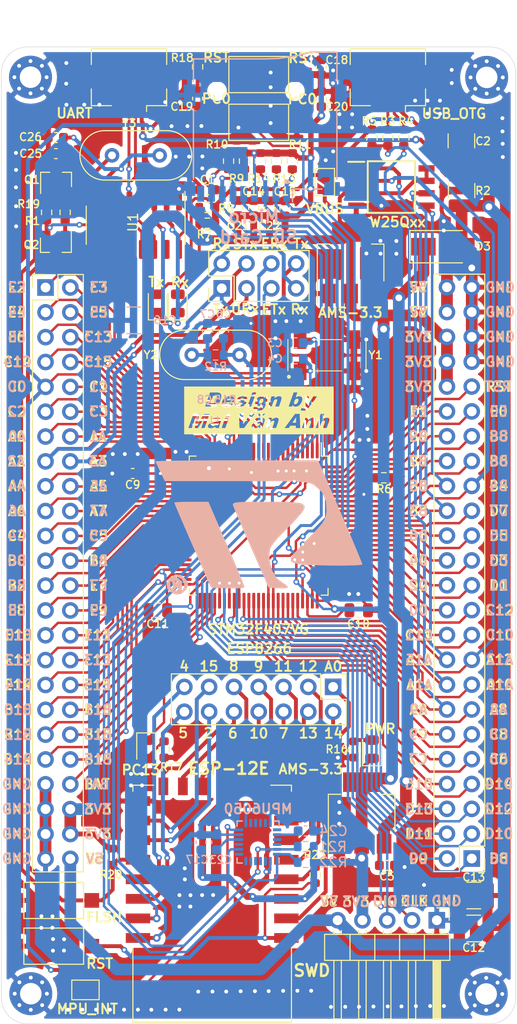
<source format=kicad_pcb>
(kicad_pcb (version 20171130) (host pcbnew "(5.1.10)-1")
  (layers (0 F.Cu signal) (31 B.Cu signal) (34 B.Paste user) (35 F.Paste user) (36 B.SilkS user) (37 F.SilkS user) (38 B.Mask user) (39 F.Mask user) (44 Edge.Cuts user))
  (net 0 "")
  (net 1 GND)
  (net 2 "Net-(C1-Pad1)")
  (net 3 +5V)
  (net 4 RTC1)
  (net 5 RTC2)
  (net 6 HSE1)
  (net 7 HSE2)
  (net 8 VRef)
  (net 9 +3V3)
  (net 10 VCAP1)
  (net 11 VCAP2)
  (net 12 NRST)
  (net 13 "Net-(D1-Pad2)")
  (net 14 PA3-USART2_RX)
  (net 15 PA2-USART2_TX)
  (net 16 "Net-(D2-Pad2)")
  (net 17 "Net-(D4-Pad2)")
  (net 18 PC13)
  (net 19 "Net-(D5-Pad2)")
  (net 20 "Net-(J1-Pad3)")
  (net 21 "Net-(J1-Pad2)")
  (net 22 "Net-(J1-Pad1)")
  (net 23 "Net-(J2-Pad2)")
  (net 24 "Net-(J2-Pad3)")
  (net 25 SWCLK)
  (net 26 SWDIO)
  (net 27 VBAT)
  (net 28 PB15)
  (net 29 PB14)
  (net 30 PB12)
  (net 31 PE15)
  (net 32 PE14)
  (net 33 PE13)
  (net 34 PE12)
  (net 35 PE11)
  (net 36 PE10)
  (net 37 PE9)
  (net 38 PE8)
  (net 39 PE7)
  (net 40 PB1)
  (net 41 PB0)
  (net 42 PC5)
  (net 43 PC4)
  (net 44 PA7)
  (net 45 PA6)
  (net 46 PA5)
  (net 47 PA4)
  (net 48 PA1)
  (net 49 PA0)
  (net 50 PC0)
  (net 51 PE6)
  (net 52 PE5)
  (net 53 PE4)
  (net 54 PE3)
  (net 55 PE2)
  (net 56 PD8)
  (net 57 PD9)
  (net 58 PD10)
  (net 59 PD11)
  (net 60 PD12)
  (net 61 PD13)
  (net 62 PD14)
  (net 63 PD15)
  (net 64 PC6)
  (net 65 PC7)
  (net 66 PC8-SDIO_D0)
  (net 67 PC9-SDIO_D1)
  (net 68 PA8)
  (net 69 PA9)
  (net 70 PA10)
  (net 71 PA11-USB_DM)
  (net 72 PA12-USB_DP)
  (net 73 PC10-SDIO_D2)
  (net 74 PC11-SDIO_D3)
  (net 75 PC12-SDIO_CK)
  (net 76 PD0)
  (net 77 PD1)
  (net 78 PD2-SDIO_CMD)
  (net 79 PD3)
  (net 80 PD4)
  (net 81 PD5)
  (net 82 PD6)
  (net 83 PD7)
  (net 84 PB6)
  (net 85 PB7)
  (net 86 PB8)
  (net 87 PB9)
  (net 88 PE0)
  (net 89 PE1)
  (net 90 USB_Rx)
  (net 91 USB_Tx)
  (net 92 ESP_Tx)
  (net 93 ESP_Rx)
  (net 94 PB2)
  (net 95 "Net-(R6-Pad2)")
  (net 96 "Net-(C23-Pad2)")
  (net 97 "Net-(C24-Pad2)")
  (net 98 ADC)
  (net 99 IO14)
  (net 100 IO12)
  (net 101 IO13)
  (net 102 IO11)
  (net 103 IO7)
  (net 104 IO9)
  (net 105 IO10)
  (net 106 IO8)
  (net 107 IO6)
  (net 108 IO15)
  (net 109 IO2)
  (net 110 IO4)
  (net 111 IO5)
  (net 112 PB10-MPU_SCL)
  (net 113 PB11-MPU_SDA)
  (net 114 "Net-(JP1-Pad1)")
  (net 115 "Net-(Q1-Pad1)")
  (net 116 "Net-(Q1-Pad2)")
  (net 117 ESP_RST)
  (net 118 GPIO0)
  (net 119 "Net-(Q2-Pad2)")
  (net 120 "Net-(Q2-Pad1)")
  (net 121 "Net-(R23-Pad1)")
  (net 122 "Net-(U1-Pad9)")
  (net 123 "Net-(U1-Pad10)")
  (net 124 "Net-(U1-Pad11)")
  (net 125 "Net-(U1-Pad12)")
  (net 126 "Net-(U1-Pad15)")
  (net 127 "Net-(U6-Pad6)")
  (net 128 "Net-(U6-Pad7)")
  (net 129 "Net-(U6-Pad9)")
  (net 130 CHE1)
  (net 131 CHE2)
  (net 132 "Net-(XS1-Pad9)")
  (net 133 PA15-Flash_CS)
  (net 134 PB4-Flash_DO)
  (net 135 PB5-Flash_DI)
  (net 136 PB3-Flash_SCK)
  (net 137 PB13)
  (net 138 PC3)
  (net 139 PC2)
  (net 140 PC1)
  (net 141 Vin)
  (module Bitmap:Design (layer F.Cu) (at 166.07 76.69)
    (fp_text reference " " hide)
    (fp_text value " " hide)
  )
  (module Bitmap:ST_logo (layer B.Cu) (at 166.09 88.57 180)
    (fp_text reference G*** hide)
    (fp_text value LOGO hide)
  )
  (module Capacitor_SMD:C_0603_1608Metric (layer F.Cu) (at 160.78 54.13)
    (fp_text reference C1 (at 0.03 -1.03) (layer F.SilkS) (effects (font (size 0.8 0.8))))
    (fp_text value 100nF)
    (pad 2 smd roundrect (at 0.775 0) (size 0.9 0.95) (layers F.Cu F.Paste F.Mask) (net 1 GND))
    (pad 1 smd roundrect (at -0.775 0) (size 0.9 0.95) (layers F.Cu F.Paste F.Mask) (net 2 "Net-(C1-Pad1)"))
  )
  (module Capacitor_SMD:C_1210_3225Metric (layer F.Cu) (at 186.82 49.13 90)
    (fp_text reference C2 (at -0.03 2.22) (layer F.SilkS) (effects (font (size 0.8 0.8))))
    (fp_text value 100uF)
    (pad 1 smd roundrect (at -1.475 0 90) (size 1.15 2.7) (layers F.Cu F.Paste F.Mask) (roundrect_rratio 0.217391) (net 3 +5V))
    (pad 2 smd roundrect (at 1.475 0 90) (size 1.15 2.7) (layers F.Cu F.Paste F.Mask) (roundrect_rratio 0.217391) (net 1 GND))
  )
  (module Capacitor_SMD:C_0603_1608Metric (layer B.Cu) (at 169.84 69.78)
    (fp_text reference C3 (at -2.12 0.01) (layer B.SilkS) (effects (font (size 0.8 0.8)) (justify mirror)))
    (fp_text value 22pF)
    (pad 1 smd roundrect (at -0.775 0) (size 0.9 0.95) (layers B.Cu B.Paste B.Mask) (net 1 GND))
    (pad 2 smd roundrect (at 0.775 0) (size 0.9 0.95) (layers B.Cu B.Paste B.Mask) (net 4 RTC1))
  )
  (module Capacitor_SMD:C_0603_1608Metric (layer B.Cu) (at 169.85 71.41)
    (fp_text reference C4 (at -2.12 -0.01) (layer B.SilkS) (effects (font (size 0.8 0.8)) (justify mirror)))
    (fp_text value 22pF)
    (pad 2 smd roundrect (at 0.775 0) (size 0.9 0.95) (layers B.Cu B.Paste B.Mask) (net 5 RTC2))
    (pad 1 smd roundrect (at -0.775 0) (size 0.9 0.95) (layers B.Cu B.Paste B.Mask) (net 1 GND))
  )
  (module Capacitor_SMD:C_0603_1608Metric (layer F.Cu) (at 179.19 123.21)
    (fp_text reference C5 (at 0 1.12) (layer F.SilkS) (effects (font (size 0.8 0.8))))
    (fp_text value 100nF)
    (pad 1 smd roundrect (at -0.775 0) (size 0.9 0.95) (layers F.Cu F.Paste F.Mask) (net 141 Vin))
    (pad 2 smd roundrect (at 0.775 0) (size 0.9 0.95) (layers F.Cu F.Paste F.Mask) (net 1 GND))
  )
  (module Capacitor_SMD:C_0603_1608Metric (layer B.Cu) (at 162.45 68.555 270)
    (fp_text reference C6 (at -1.735 -0.02 180) (layer B.SilkS) (effects (font (size 0.8 0.8)) (justify mirror)))
    (fp_text value 22pF)
    (pad 2 smd roundrect (at 0.775 0 270) (size 0.9 0.95) (layers B.Cu B.Paste B.Mask) (net 6 HSE1))
    (pad 1 smd roundrect (at -0.775 0 270) (size 0.9 0.95) (layers B.Cu B.Paste B.Mask) (net 1 GND))
  )
  (module Capacitor_SMD:C_0603_1608Metric (layer B.Cu) (at 160.82 68.56 270)
    (fp_text reference C7 (at -1.72 0.02 180) (layer B.SilkS) (effects (font (size 0.8 0.8)) (justify mirror)))
    (fp_text value 22pF)
    (pad 1 smd roundrect (at -0.775 0 270) (size 0.9 0.95) (layers B.Cu B.Paste B.Mask) (net 1 GND))
    (pad 2 smd roundrect (at 0.775 0 270) (size 0.9 0.95) (layers B.Cu B.Paste B.Mask) (net 7 HSE2))
  )
  (module Capacitor_SMD:C_0805_2012Metric (layer B.Cu) (at 160.49 77.57 90)
    (fp_text reference C8 (at 1.98 0.01) (layer B.SilkS) (effects (font (size 0.8 0.8)) (justify mirror)))
    (fp_text value 1uF)
    (pad 2 smd roundrect (at 0.95 0 90) (size 1 1.45) (layers B.Cu B.Paste B.Mask) (net 1 GND))
    (pad 1 smd roundrect (at -0.95 0 90) (size 1 1.45) (layers B.Cu B.Paste B.Mask) (net 8 VRef))
  )
  (module Capacitor_SMD:C_0603_1608Metric (layer F.Cu) (at 153.15 83.14 180)
    (fp_text reference C9 (at 0 -1.15) (layer F.SilkS) (effects (font (size 0.8 0.8))))
    (fp_text value 100nF)
    (pad 2 smd roundrect (at 0.775 0 180) (size 0.9 0.95) (layers F.Cu F.Paste F.Mask) (net 1 GND))
    (pad 1 smd roundrect (at -0.775 0 180) (size 0.9 0.95) (layers F.Cu F.Paste F.Mask) (net 9 +3V3))
  )
  (module Capacitor_SMD:C_0805_2012Metric (layer F.Cu) (at 176.3 97.13 180)
    (fp_text reference C10 (at 0.03 -1.38) (layer F.SilkS) (effects (font (size 0.8 0.8))))
    (fp_text value 1uF)
    (pad 1 smd roundrect (at -0.95 0 180) (size 1 1.45) (layers F.Cu F.Paste F.Mask) (net 1 GND))
    (pad 2 smd roundrect (at 0.95 0 180) (size 1 1.45) (layers F.Cu F.Paste F.Mask) (net 10 VCAP1))
  )
  (module Capacitor_SMD:C_0805_2012Metric (layer F.Cu) (at 155.72 97.12)
    (fp_text reference C11 (at 0 1.4) (layer F.SilkS) (effects (font (size 0.8 0.8))))
    (fp_text value 1uF)
    (pad 1 smd roundrect (at -0.95 0) (size 1 1.45) (layers F.Cu F.Paste F.Mask) (net 1 GND))
    (pad 2 smd roundrect (at 0.95 0) (size 1 1.45) (layers F.Cu F.Paste F.Mask) (net 11 VCAP2))
  )
  (module Capacitor_SMD:C_1210_3225Metric (layer F.Cu) (at 188.08 129.66)
    (fp_text reference C12 (at 0 1.97 180) (layer F.SilkS) (effects (font (size 0.8 0.8))))
    (fp_text value 100uF)
    (pad 2 smd roundrect (at 1.475 0) (size 1.15 2.7) (layers F.Cu F.Paste F.Mask) (roundrect_rratio 0.217391) (net 1 GND))
    (pad 1 smd roundrect (at -1.475 0) (size 1.15 2.7) (layers F.Cu F.Paste F.Mask) (roundrect_rratio 0.217391) (net 9 +3V3))
  )
  (module Capacitor_SMD:C_1210_3225Metric (layer F.Cu) (at 188.09 126.29)
    (fp_text reference C13 (at 0 -1.87 180) (layer F.SilkS) (effects (font (size 0.8 0.8))))
    (fp_text value 100uF)
    (pad 1 smd roundrect (at -1.475 0) (size 1.15 2.7) (layers F.Cu F.Paste F.Mask) (roundrect_rratio 0.217391) (net 9 +3V3))
    (pad 2 smd roundrect (at 1.475 0) (size 1.15 2.7) (layers F.Cu F.Paste F.Mask) (roundrect_rratio 0.217391) (net 1 GND))
  )
  (module Capacitor_SMD:C_0603_1608Metric (layer F.Cu) (at 165.545001 56.004999 90)
    (fp_text reference C14 (at 1.724999 -0.005001) (layer F.SilkS) (effects (font (size 0.8 0.8))))
    (fp_text value 100nF)
    (pad 1 smd roundrect (at -0.775 0 90) (size 0.9 0.95) (layers F.Cu F.Paste F.Mask) (net 9 +3V3))
    (pad 2 smd roundrect (at 0.775 0 90) (size 0.9 0.95) (layers F.Cu F.Paste F.Mask) (net 1 GND))
  )
  (module Capacitor_SMD:C_0603_1608Metric (layer F.Cu) (at 168.75 56.03 90)
    (fp_text reference C15 (at 1.73 0) (layer F.SilkS) (effects (font (size 0.8 0.8))))
    (fp_text value 100nF)
    (pad 1 smd roundrect (at -0.775 0 90) (size 0.9 0.95) (layers F.Cu F.Paste F.Mask) (net 9 +3V3))
    (pad 2 smd roundrect (at 0.775 0 90) (size 0.9 0.95) (layers F.Cu F.Paste F.Mask) (net 1 GND))
  )
  (module Capacitor_SMD:C_1210_3225Metric (layer B.Cu) (at 153.25 67.48 180)
    (fp_text reference C16 (at -3.23 0.03 180) (layer B.SilkS) (effects (font (size 0.8 0.8)) (justify mirror)))
    (fp_text value 100uF)
    (pad 2 smd roundrect (at 1.475 0 180) (size 1.15 2.7) (layers B.Cu B.Paste B.Mask) (roundrect_rratio 0.217391) (net 1 GND))
    (pad 1 smd roundrect (at -1.475 0 180) (size 1.15 2.7) (layers B.Cu B.Paste B.Mask) (roundrect_rratio 0.217391) (net 9 +3V3))
  )
  (module Capacitor_SMD:C_0603_1608Metric (layer B.Cu) (at 160.15 120.85 90)
    (fp_text reference C17 (at -1.77 -0.41 180) (layer B.SilkS) (effects (font (size 0.8 0.8)) (justify mirror)))
    (fp_text value 100nF)
    (pad 2 smd roundrect (at 0.775 0 90) (size 0.9 0.95) (layers B.Cu B.Paste B.Mask) (net 1 GND))
    (pad 1 smd roundrect (at -0.775 0 90) (size 0.9 0.95) (layers B.Cu B.Paste B.Mask) (net 9 +3V3))
  )
  (module Capacitor_SMD:C_0603_1608Metric (layer F.Cu) (at 172.46 41.61 270)
    (fp_text reference C18 (at -0.76 -1.6) (layer F.SilkS) (effects (font (size 0.8 0.8))))
    (fp_text value 100nF)
    (pad 1 smd roundrect (at -0.775 0 270) (size 0.9 0.95) (layers F.Cu F.Paste F.Mask) (net 9 +3V3))
    (pad 2 smd roundrect (at 0.775 0 270) (size 0.9 0.95) (layers F.Cu F.Paste F.Mask) (net 1 GND))
  )
  (module Capacitor_SMD:C_0603_1608Metric (layer F.Cu) (at 159.8 44.8 270)
    (fp_text reference C19 (at 0.83 1.62) (layer F.SilkS) (effects (font (size 0.8 0.8))))
    (fp_text value 100nF)
    (pad 2 smd roundrect (at 0.775 0 270) (size 0.9 0.95) (layers F.Cu F.Paste F.Mask) (net 1 GND))
    (pad 1 smd roundrect (at -0.775 0 270) (size 0.9 0.95) (layers F.Cu F.Paste F.Mask) (net 12 NRST))
  )
  (module Capacitor_SMD:C_0603_1608Metric (layer F.Cu) (at 172.47 44.85 90)
    (fp_text reference C20 (at -0.79 1.61) (layer F.SilkS) (effects (font (size 0.8 0.8))))
    (fp_text value 100nF)
    (pad 1 smd roundrect (at -0.775 0 90) (size 0.9 0.95) (layers F.Cu F.Paste F.Mask) (net 9 +3V3))
    (pad 2 smd roundrect (at 0.775 0 90) (size 0.9 0.95) (layers F.Cu F.Paste F.Mask) (net 1 GND))
  )
  (module Capacitor_SMD:C_0603_1608Metric (layer F.Cu) (at 163.93 56 90)
    (fp_text reference C21 (at -1.82 0.01) (layer F.SilkS) (effects (font (size 0.8 0.8))))
    (fp_text value 100nF)
    (pad 1 smd roundrect (at -0.775 0 90) (size 0.9 0.95) (layers F.Cu F.Paste F.Mask) (net 9 +3V3))
    (pad 2 smd roundrect (at 0.775 0 90) (size 0.9 0.95) (layers F.Cu F.Paste F.Mask) (net 1 GND))
  )
  (module Capacitor_SMD:C_0603_1608Metric (layer F.Cu) (at 167.16 56.03 90)
    (fp_text reference C22 (at -1.81 -0.02) (layer F.SilkS) (effects (font (size 0.8 0.8))))
    (fp_text value 100nF)
    (pad 2 smd roundrect (at 0.775 0 90) (size 0.9 0.95) (layers F.Cu F.Paste F.Mask) (net 1 GND))
    (pad 1 smd roundrect (at -0.775 0 90) (size 0.9 0.95) (layers F.Cu F.Paste F.Mask) (net 9 +3V3))
  )
  (module Capacitor_SMD:C_0603_1608Metric (layer B.Cu) (at 161.76 120.85 270)
    (fp_text reference C23 (at 1.79 -0.39 180) (layer B.SilkS) (effects (font (size 0.8 0.8)) (justify mirror)))
    (fp_text value 100nF)
    (pad 2 smd roundrect (at 0.775 0 270) (size 0.9 0.95) (layers B.Cu B.Paste B.Mask) (net 96 "Net-(C23-Pad2)"))
    (pad 1 smd roundrect (at -0.775 0 270) (size 0.9 0.95) (layers B.Cu B.Paste B.Mask) (net 1 GND))
  )
  (module Capacitor_SMD:C_0603_1608Metric (layer B.Cu) (at 170.87 119.69 180)
    (fp_text reference C24 (at -2.85 0) (layer B.SilkS) (effects (justify mirror)))
    (fp_text value 2.2nF)
    (pad 2 smd roundrect (at 0.775 0 180) (size 0.9 0.95) (layers B.Cu B.Paste B.Mask) (net 97 "Net-(C24-Pad2)"))
    (pad 1 smd roundrect (at -0.775 0 180) (size 0.9 0.95) (layers B.Cu B.Paste B.Mask) (net 1 GND))
  )
  (module Capacitor_SMD:C_0603_1608Metric (layer F.Cu) (at 145.28 50.43)
    (fp_text reference C25 (at -2.58 0) (layer F.SilkS) (effects (font (size 0.8 0.8))))
    (fp_text value 22pF)
    (pad 2 smd roundrect (at 0.775 0) (size 0.9 0.95) (layers F.Cu F.Paste F.Mask) (net 130 CHE1))
    (pad 1 smd roundrect (at -0.775 0) (size 0.9 0.95) (layers F.Cu F.Paste F.Mask) (net 1 GND))
  )
  (module Capacitor_SMD:C_0603_1608Metric (layer F.Cu) (at 145.28 48.79)
    (fp_text reference C26 (at -2.6 -0.06) (layer F.SilkS) (effects (font (size 0.8 0.8))))
    (fp_text value 22pF)
    (pad 1 smd roundrect (at -0.775 0) (size 0.9 0.95) (layers F.Cu F.Paste F.Mask) (net 1 GND))
    (pad 2 smd roundrect (at 0.775 0) (size 0.9 0.95) (layers F.Cu F.Paste F.Mask) (net 131 CHE2))
  )
  (module LED_SMD:LED_0805_2012Metric (layer F.Cu) (at 157.77 65.75 90)
    (fp_text reference Rx (at 2.16 0.21) (layer F.SilkS) (effects (font (thickness 0.2))))
    (fp_text value LED)
    (pad 1 smd roundrect (at -0.9375 0 90) (size 0.975 1.4) (layers F.Cu F.Paste F.Mask) (net 90 USB_Rx))
    (pad 2 smd roundrect (at 0.9375 0 90) (size 0.975 1.4) (layers F.Cu F.Paste F.Mask) (net 13 "Net-(D1-Pad2)"))
  )
  (module LED_SMD:LED_0805_2012Metric (layer F.Cu) (at 155.71 65.75 90)
    (fp_text reference Tx (at 2.19 -0.16) (layer F.SilkS) (effects (font (thickness 0.2))))
    (fp_text value LED)
    (pad 2 smd roundrect (at 0.9375 0 90) (size 0.975 1.4) (layers F.Cu F.Paste F.Mask) (net 16 "Net-(D2-Pad2)"))
    (pad 1 smd roundrect (at -0.9375 0 90) (size 0.975 1.4) (layers F.Cu F.Paste F.Mask) (net 91 USB_Tx))
  )
  (module Diode_SMD:D_SMA (layer F.Cu) (at 184.93 59.95)
    (fp_text reference D3 (at 4.12 -0.04) (layer F.SilkS) (effects (font (size 0.8 0.8))))
    (fp_text value US2AA)
    (pad 1 smd rect (at -2 0) (size 2.5 1.8) (layers F.Cu F.Paste F.Mask) (net 141 Vin))
    (pad 2 smd rect (at 2 0) (size 2.5 1.8) (layers F.Cu F.Paste F.Mask) (net 3 +5V))
  )
  (module LED_SMD:LED_0805_2012Metric (layer F.Cu) (at 177.660001 111.334999 90)
    (fp_text reference PWR (at 2.084999 0.829999) (layer F.SilkS) (effects (font (thickness 0.2))))
    (fp_text value LED)
    (pad 1 smd roundrect (at -0.9375 0 90) (size 0.975 1.4) (layers F.Cu F.Paste F.Mask) (net 9 +3V3))
    (pad 2 smd roundrect (at 0.9375 0 90) (size 0.975 1.4) (layers F.Cu F.Paste F.Mask) (net 17 "Net-(D4-Pad2)"))
  )
  (module LED_SMD:LED_0805_2012Metric (layer F.Cu) (at 154.526 111.35 270)
    (fp_text reference PC13 (at 2.1 0.546) (layer F.SilkS) (effects (font (thickness 0.2))))
    (fp_text value LED)
    (pad 2 smd roundrect (at 0.9375 0 270) (size 0.975 1.4) (layers F.Cu F.Paste F.Mask) (net 19 "Net-(D5-Pad2)"))
    (pad 1 smd roundrect (at -0.9375 0 270) (size 0.975 1.4) (layers F.Cu F.Paste F.Mask) (net 18 PC13))
  )
  (module MountingHole:MountingHole_2.2mm_M2_Pad_Via (layer F.Cu) (at 189.36 136.36)
    (fp_text reference " " (at 0 -3.2) (layer F.SilkS))
    (fp_text value 1)
    (pad 1 thru_hole circle (at 0 0) (size 4.4 4.4) (drill 2.2) (layers *.Cu *.Mask) (net 1 GND))
    (pad 1 thru_hole circle (at 1.65 0) (size 0.7 0.7) (drill 0.4) (layers *.Cu *.Mask) (net 1 GND))
    (pad 1 thru_hole circle (at 1.166726 1.166726) (size 0.7 0.7) (drill 0.4) (layers *.Cu *.Mask) (net 1 GND))
    (pad 1 thru_hole circle (at 0 1.65) (size 0.7 0.7) (drill 0.4) (layers *.Cu *.Mask) (net 1 GND))
    (pad 1 thru_hole circle (at -1.166726 1.166726) (size 0.7 0.7) (drill 0.4) (layers *.Cu *.Mask) (net 1 GND))
    (pad 1 thru_hole circle (at -1.65 0) (size 0.7 0.7) (drill 0.4) (layers *.Cu *.Mask) (net 1 GND))
    (pad 1 thru_hole circle (at -1.166726 -1.166726) (size 0.7 0.7) (drill 0.4) (layers *.Cu *.Mask) (net 1 GND))
    (pad 1 thru_hole circle (at 0 -1.65) (size 0.7 0.7) (drill 0.4) (layers *.Cu *.Mask) (net 1 GND))
    (pad 1 thru_hole circle (at 1.166726 -1.166726) (size 0.7 0.7) (drill 0.4) (layers *.Cu *.Mask) (net 1 GND))
  )
  (module MountingHole:MountingHole_2.2mm_M2_Pad_Via (layer F.Cu) (at 142.68 42.62)
    (fp_text reference " " (at 0 -3.2) (layer F.SilkS))
    (fp_text value 2)
    (pad 1 thru_hole circle (at 1.166726 -1.166726) (size 0.7 0.7) (drill 0.4) (layers *.Cu *.Mask) (net 1 GND))
    (pad 1 thru_hole circle (at 0 -1.65) (size 0.7 0.7) (drill 0.4) (layers *.Cu *.Mask) (net 1 GND))
    (pad 1 thru_hole circle (at -1.166726 -1.166726) (size 0.7 0.7) (drill 0.4) (layers *.Cu *.Mask) (net 1 GND))
    (pad 1 thru_hole circle (at -1.65 0) (size 0.7 0.7) (drill 0.4) (layers *.Cu *.Mask) (net 1 GND))
    (pad 1 thru_hole circle (at -1.166726 1.166726) (size 0.7 0.7) (drill 0.4) (layers *.Cu *.Mask) (net 1 GND))
    (pad 1 thru_hole circle (at 0 1.65) (size 0.7 0.7) (drill 0.4) (layers *.Cu *.Mask) (net 1 GND))
    (pad 1 thru_hole circle (at 1.166726 1.166726) (size 0.7 0.7) (drill 0.4) (layers *.Cu *.Mask) (net 1 GND))
    (pad 1 thru_hole circle (at 1.65 0) (size 0.7 0.7) (drill 0.4) (layers *.Cu *.Mask) (net 1 GND))
    (pad 1 thru_hole circle (at 0 0) (size 4.4 4.4) (drill 2.2) (layers *.Cu *.Mask) (net 1 GND))
  )
  (module MountingHole:MountingHole_2.2mm_M2_Pad_Via (layer F.Cu) (at 189.41 42.64)
    (fp_text reference " " (at 0 -3.2) (layer F.SilkS))
    (fp_text value 3)
    (pad 1 thru_hole circle (at 0 0) (size 4.4 4.4) (drill 2.2) (layers *.Cu *.Mask) (net 1 GND))
    (pad 1 thru_hole circle (at 1.65 0) (size 0.7 0.7) (drill 0.4) (layers *.Cu *.Mask) (net 1 GND))
    (pad 1 thru_hole circle (at 1.166726 1.166726) (size 0.7 0.7) (drill 0.4) (layers *.Cu *.Mask) (net 1 GND))
    (pad 1 thru_hole circle (at 0 1.65) (size 0.7 0.7) (drill 0.4) (layers *.Cu *.Mask) (net 1 GND))
    (pad 1 thru_hole circle (at -1.166726 1.166726) (size 0.7 0.7) (drill 0.4) (layers *.Cu *.Mask) (net 1 GND))
    (pad 1 thru_hole circle (at -1.65 0) (size 0.7 0.7) (drill 0.4) (layers *.Cu *.Mask) (net 1 GND))
    (pad 1 thru_hole circle (at -1.166726 -1.166726) (size 0.7 0.7) (drill 0.4) (layers *.Cu *.Mask) (net 1 GND))
    (pad 1 thru_hole circle (at 0 -1.65) (size 0.7 0.7) (drill 0.4) (layers *.Cu *.Mask) (net 1 GND))
    (pad 1 thru_hole circle (at 1.166726 -1.166726) (size 0.7 0.7) (drill 0.4) (layers *.Cu *.Mask) (net 1 GND))
  )
  (module MountingHole:MountingHole_2.2mm_M2_Pad_Via (layer F.Cu) (at 142.71 136.33)
    (fp_text reference " " (at 0 -3.2) (layer F.SilkS))
    (fp_text value 4)
    (pad 1 thru_hole circle (at 1.166726 -1.166726) (size 0.7 0.7) (drill 0.4) (layers *.Cu *.Mask) (net 1 GND))
    (pad 1 thru_hole circle (at 0 -1.65) (size 0.7 0.7) (drill 0.4) (layers *.Cu *.Mask) (net 1 GND))
    (pad 1 thru_hole circle (at -1.166726 -1.166726) (size 0.7 0.7) (drill 0.4) (layers *.Cu *.Mask) (net 1 GND))
    (pad 1 thru_hole circle (at -1.65 0) (size 0.7 0.7) (drill 0.4) (layers *.Cu *.Mask) (net 1 GND))
    (pad 1 thru_hole circle (at -1.166726 1.166726) (size 0.7 0.7) (drill 0.4) (layers *.Cu *.Mask) (net 1 GND))
    (pad 1 thru_hole circle (at 0 1.65) (size 0.7 0.7) (drill 0.4) (layers *.Cu *.Mask) (net 1 GND))
    (pad 1 thru_hole circle (at 1.166726 1.166726) (size 0.7 0.7) (drill 0.4) (layers *.Cu *.Mask) (net 1 GND))
    (pad 1 thru_hole circle (at 1.65 0) (size 0.7 0.7) (drill 0.4) (layers *.Cu *.Mask) (net 1 GND))
    (pad 1 thru_hole circle (at 0 0) (size 4.4 4.4) (drill 2.2) (layers *.Cu *.Mask) (net 1 GND))
  )
  (module W25Q128:SOIC127P790X216-8N (layer F.Cu) (at 179.65 53.85)
    (fp_text reference W25Qxx (at 0.63 3.58) (layer F.SilkS) (effects (font (thickness 0.2))))
    (fp_text value W25Q128JWSIQ hide)
    (pad 1 smd rect (at -3.6 -1.905 90) (size 0.65 1.65) (layers F.Cu F.Paste F.Mask) (net 133 PA15-Flash_CS))
    (pad 2 smd rect (at -3.6 -0.635 90) (size 0.65 1.65) (layers F.Cu F.Paste F.Mask) (net 134 PB4-Flash_DO))
    (pad 3 smd rect (at -3.6 0.635 90) (size 0.65 1.65) (layers F.Cu F.Paste F.Mask) (net 9 +3V3))
    (pad 4 smd rect (at -3.6 1.905 90) (size 0.65 1.65) (layers F.Cu F.Paste F.Mask) (net 1 GND))
    (pad 5 smd rect (at 3.6 1.905 90) (size 0.65 1.65) (layers F.Cu F.Paste F.Mask) (net 135 PB5-Flash_DI))
    (pad 6 smd rect (at 3.6 0.635 90) (size 0.65 1.65) (layers F.Cu F.Paste F.Mask) (net 136 PB3-Flash_SCK))
    (pad 7 smd rect (at 3.6 -0.635 90) (size 0.65 1.65) (layers F.Cu F.Paste F.Mask) (net 9 +3V3))
    (pad 8 smd rect (at 3.6 -1.905 90) (size 0.65 1.65) (layers F.Cu F.Paste F.Mask) (net 9 +3V3))
  )
  (module Connector_USB:USB_Micro-B_Amphenol_10104110_Horizontal (layer F.Cu) (at 152.77 43.87 180)
    (fp_text reference UART (at 5.59 -2.43 180) (layer F.SilkS) (effects (font (thickness 0.2))))
    (fp_text value USB_B_Micro)
    (pad 6 smd rect (at 1.15 1.3 180) (size 1.8 1.9) (layers F.Cu F.Paste F.Mask) (net 1 GND))
    (pad 6 smd rect (at -1.15 1.3 180) (size 1.8 1.9) (layers F.Cu F.Paste F.Mask) (net 1 GND))
    (pad 6 smd rect (at 3.75 1.3 180) (size 2.3 1.9) (layers F.Cu F.Paste F.Mask) (net 1 GND))
    (pad 6 smd rect (at -3.75 1.3 180) (size 2.3 1.9) (layers F.Cu F.Paste F.Mask) (net 1 GND))
    (pad 5 smd rect (at 1.3 -1.55 180) (size 0.4 1.4) (layers F.Cu F.Paste F.Mask) (net 1 GND))
    (pad 4 smd rect (at 0.65 -1.55 180) (size 0.4 1.4) (layers F.Cu F.Paste F.Mask) (net 1 GND))
    (pad 3 smd rect (at 0 -1.55 180) (size 0.4 1.4) (layers F.Cu F.Paste F.Mask) (net 20 "Net-(J1-Pad3)"))
    (pad 2 smd rect (at -0.65 -1.55 180) (size 0.4 1.4) (layers F.Cu F.Paste F.Mask) (net 21 "Net-(J1-Pad2)"))
    (pad 1 smd rect (at -1.3 -1.55 180) (size 0.4 1.4) (layers F.Cu F.Paste F.Mask) (net 22 "Net-(J1-Pad1)"))
  )
  (module Connector_USB:USB_Micro-B_Amphenol_10104110_Horizontal (layer F.Cu) (at 179.29 43.87 180)
    (fp_text reference USB_OTG (at -6.77 -2.47) (layer F.SilkS) (effects (font (thickness 0.2))))
    (fp_text value USB_B_Micro)
    (pad 1 smd rect (at -1.3 -1.55 180) (size 0.4 1.4) (layers F.Cu F.Paste F.Mask) (net 3 +5V))
    (pad 2 smd rect (at -0.65 -1.55 180) (size 0.4 1.4) (layers F.Cu F.Paste F.Mask) (net 23 "Net-(J2-Pad2)"))
    (pad 3 smd rect (at 0 -1.55 180) (size 0.4 1.4) (layers F.Cu F.Paste F.Mask) (net 24 "Net-(J2-Pad3)"))
    (pad 4 smd rect (at 0.65 -1.55 180) (size 0.4 1.4) (layers F.Cu F.Paste F.Mask) (net 1 GND))
    (pad 5 smd rect (at 1.3 -1.55 180) (size 0.4 1.4) (layers F.Cu F.Paste F.Mask) (net 1 GND))
    (pad 6 smd rect (at -3.75 1.3 180) (size 2.3 1.9) (layers F.Cu F.Paste F.Mask) (net 1 GND))
    (pad 6 smd rect (at 3.75 1.3 180) (size 2.3 1.9) (layers F.Cu F.Paste F.Mask) (net 1 GND))
    (pad 6 smd rect (at -1.15 1.3 180) (size 1.8 1.9) (layers F.Cu F.Paste F.Mask) (net 1 GND))
    (pad 6 smd rect (at 1.15 1.3 180) (size 1.8 1.9) (layers F.Cu F.Paste F.Mask) (net 1 GND))
  )
  (module Connector_PinHeader_2.54mm:PinHeader_2x07_P2.54mm_Vertical (layer F.Cu) (at 173.68 104.96 270)
    (fp_text reference ESP8266 (at -3.9 7.57 180) (layer F.SilkS) (effects (font (thickness 0.2))))
    (fp_text value ESP_IO)
    (pad 1 thru_hole rect (at 0 0 270) (size 1.7 1.7) (drill 1) (layers *.Cu *.Mask) (net 98 ADC))
    (pad 2 thru_hole oval (at 2.54 0 270) (size 1.7 1.7) (drill 1) (layers *.Cu *.Mask) (net 99 IO14))
    (pad 3 thru_hole oval (at 0 2.54 270) (size 1.7 1.7) (drill 1) (layers *.Cu *.Mask) (net 100 IO12))
    (pad 4 thru_hole oval (at 2.54 2.54 270) (size 1.7 1.7) (drill 1) (layers *.Cu *.Mask) (net 101 IO13))
    (pad 5 thru_hole oval (at 0 5.08 270) (size 1.7 1.7) (drill 1) (layers *.Cu *.Mask) (net 102 IO11))
    (pad 6 thru_hole oval (at 2.54 5.08 270) (size 1.7 1.7) (drill 1) (layers *.Cu *.Mask) (net 103 IO7))
    (pad 7 thru_hole oval (at 0 7.62 270) (size 1.7 1.7) (drill 1) (layers *.Cu *.Mask) (net 104 IO9))
    (pad 8 thru_hole oval (at 2.54 7.62 270) (size 1.7 1.7) (drill 1) (layers *.Cu *.Mask) (net 105 IO10))
    (pad 9 thru_hole oval (at 0 10.16 270) (size 1.7 1.7) (drill 1) (layers *.Cu *.Mask) (net 106 IO8))
    (pad 10 thru_hole oval (at 2.54 10.16 270) (size 1.7 1.7) (drill 1) (layers *.Cu *.Mask) (net 107 IO6))
    (pad 11 thru_hole oval (at 0 12.7 270) (size 1.7 1.7) (drill 1) (layers *.Cu *.Mask) (net 108 IO15))
    (pad 12 thru_hole oval (at 2.54 12.7 270) (size 1.7 1.7) (drill 1) (layers *.Cu *.Mask) (net 109 IO2))
    (pad 13 thru_hole oval (at 0 15.24 270) (size 1.7 1.7) (drill 1) (layers *.Cu *.Mask) (net 110 IO4))
    (pad 14 thru_hole oval (at 2.54 15.24 270) (size 1.7 1.7) (drill 1) (layers *.Cu *.Mask) (net 111 IO5))
  )
  (module Connector_PinHeader_2.54mm:PinHeader_2x04_P2.54mm_Vertical (layer F.Cu) (at 162.27 64.21 90)
    (fp_text reference " " (at 1.27 -2.33 90) (layer F.SilkS))
    (fp_text value UART_SELECT)
    (pad 1 thru_hole rect (at 0 0 90) (size 1.7 1.7) (drill 1) (layers *.Cu *.Mask) (net 91 USB_Tx))
    (pad 2 thru_hole oval (at 2.54 0 90) (size 1.7 1.7) (drill 1) (layers *.Cu *.Mask) (net 90 USB_Rx))
    (pad 3 thru_hole oval (at 0 2.54 90) (size 1.7 1.7) (drill 1) (layers *.Cu *.Mask) (net 14 PA3-USART2_RX))
    (pad 4 thru_hole oval (at 2.54 2.54 90) (size 1.7 1.7) (drill 1) (layers *.Cu *.Mask) (net 15 PA2-USART2_TX))
    (pad 5 thru_hole oval (at 0 5.08 90) (size 1.7 1.7) (drill 1) (layers *.Cu *.Mask) (net 92 ESP_Tx))
    (pad 6 thru_hole oval (at 2.54 5.08 90) (size 1.7 1.7) (drill 1) (layers *.Cu *.Mask) (net 93 ESP_Rx))
    (pad 7 thru_hole oval (at 0 7.62 90) (size 1.7 1.7) (drill 1) (layers *.Cu *.Mask) (net 90 USB_Rx))
    (pad 8 thru_hole oval (at 2.54 7.62 90) (size 1.7 1.7) (drill 1) (layers *.Cu *.Mask) (net 91 USB_Tx))
  )
  (module Connector_PinHeader_2.54mm:PinHeader_1x05_P2.54mm_Horizontal (layer F.Cu) (at 184.3 128.82 270)
    (fp_text reference SWD (at 5.14 12.79) (layer F.SilkS) (effects (font (size 1.2 1.2) (thickness 0.25))))
    (fp_text value "SWD Programmer")
    (pad 1 thru_hole rect (at 0 0 270) (size 1.7 1.7) (drill 1) (layers *.Cu *.Mask) (net 1 GND))
    (pad 2 thru_hole oval (at 0 2.54 270) (size 1.7 1.7) (drill 1) (layers *.Cu *.Mask) (net 25 SWCLK))
    (pad 3 thru_hole oval (at 0 5.08 270) (size 1.7 1.7) (drill 1) (layers *.Cu *.Mask) (net 26 SWDIO))
    (pad 4 thru_hole oval (at 0 7.62 270) (size 1.7 1.7) (drill 1) (layers *.Cu *.Mask) (net 9 +3V3))
    (pad 5 thru_hole oval (at 0 10.16 270) (size 1.7 1.7) (drill 1) (layers *.Cu *.Mask) (net 3 +5V))
  )
  (module Connector_PinHeader_2.54mm:PinHeader_2x24_P2.54mm_Vertical (layer F.Cu) (at 144.22 64.12)
    (fp_text reference " " (at 1.27 -2.33) (layer F.SilkS))
    (fp_text value A)
    (pad 48 thru_hole oval (at 2.54 58.42) (size 1.7 1.7) (drill 1) (layers *.Cu *.Mask) (net 3 +5V))
    (pad 47 thru_hole oval (at 0 58.42) (size 1.7 1.7) (drill 1) (layers *.Cu *.Mask) (net 1 GND))
    (pad 46 thru_hole oval (at 2.54 55.88) (size 1.7 1.7) (drill 1) (layers *.Cu *.Mask) (net 9 +3V3))
    (pad 45 thru_hole oval (at 0 55.88) (size 1.7 1.7) (drill 1) (layers *.Cu *.Mask) (net 1 GND))
    (pad 44 thru_hole oval (at 2.54 53.34) (size 1.7 1.7) (drill 1) (layers *.Cu *.Mask) (net 9 +3V3))
    (pad 43 thru_hole oval (at 0 53.34) (size 1.7 1.7) (drill 1) (layers *.Cu *.Mask) (net 1 GND))
    (pad 42 thru_hole oval (at 2.54 50.8) (size 1.7 1.7) (drill 1) (layers *.Cu *.Mask) (net 27 VBAT))
    (pad 41 thru_hole oval (at 0 50.8) (size 1.7 1.7) (drill 1) (layers *.Cu *.Mask) (net 1 GND))
    (pad 40 thru_hole oval (at 2.54 48.26) (size 1.7 1.7) (drill 1) (layers *.Cu *.Mask) (net 28 PB15))
    (pad 39 thru_hole oval (at 0 48.26) (size 1.7 1.7) (drill 1) (layers *.Cu *.Mask) (net 29 PB14))
    (pad 38 thru_hole oval (at 2.54 45.72) (size 1.7 1.7) (drill 1) (layers *.Cu *.Mask) (net 137 PB13))
    (pad 37 thru_hole oval (at 0 45.72) (size 1.7 1.7) (drill 1) (layers *.Cu *.Mask) (net 30 PB12))
    (pad 36 thru_hole oval (at 2.54 43.18) (size 1.7 1.7) (drill 1) (layers *.Cu *.Mask) (net 113 PB11-MPU_SDA))
    (pad 35 thru_hole oval (at 0 43.18) (size 1.7 1.7) (drill 1) (layers *.Cu *.Mask) (net 112 PB10-MPU_SCL))
    (pad 34 thru_hole oval (at 2.54 40.64) (size 1.7 1.7) (drill 1) (layers *.Cu *.Mask) (net 31 PE15))
    (pad 33 thru_hole oval (at 0 40.64) (size 1.7 1.7) (drill 1) (layers *.Cu *.Mask) (net 32 PE14))
    (pad 32 thru_hole oval (at 2.54 38.1) (size 1.7 1.7) (drill 1) (layers *.Cu *.Mask) (net 33 PE13))
    (pad 31 thru_hole oval (at 0 38.1) (size 1.7 1.7) (drill 1) (layers *.Cu *.Mask) (net 34 PE12))
    (pad 30 thru_hole oval (at 2.54 35.56) (size 1.7 1.7) (drill 1) (layers *.Cu *.Mask) (net 35 PE11))
    (pad 29 thru_hole oval (at 0 35.56) (size 1.7 1.7) (drill 1) (layers *.Cu *.Mask) (net 36 PE10))
    (pad 28 thru_hole oval (at 2.54 33.02) (size 1.7 1.7) (drill 1) (layers *.Cu *.Mask) (net 37 PE9))
    (pad 27 thru_hole oval (at 0 33.02) (size 1.7 1.7) (drill 1) (layers *.Cu *.Mask) (net 38 PE8))
    (pad 26 thru_hole oval (at 2.54 30.48) (size 1.7 1.7) (drill 1) (layers *.Cu *.Mask) (net 39 PE7))
    (pad 25 thru_hole oval (at 0 30.48) (size 1.7 1.7) (drill 1) (layers *.Cu *.Mask) (net 94 PB2))
    (pad 24 thru_hole oval (at 2.54 27.94) (size 1.7 1.7) (drill 1) (layers *.Cu *.Mask) (net 40 PB1))
    (pad 23 thru_hole oval (at 0 27.94) (size 1.7 1.7) (drill 1) (layers *.Cu *.Mask) (net 41 PB0))
    (pad 22 thru_hole oval (at 2.54 25.4) (size 1.7 1.7) (drill 1) (layers *.Cu *.Mask) (net 42 PC5))
    (pad 21 thru_hole oval (at 0 25.4) (size 1.7 1.7) (drill 1) (layers *.Cu *.Mask) (net 43 PC4))
    (pad 20 thru_hole oval (at 2.54 22.86) (size 1.7 1.7) (drill 1) (layers *.Cu *.Mask) (net 44 PA7))
    (pad 19 thru_hole oval (at 0 22.86) (size 1.7 1.7) (drill 1) (layers *.Cu *.Mask) (net 45 PA6))
    (pad 18 thru_hole oval (at 2.54 20.32) (size 1.7 1.7) (drill 1) (layers *.Cu *.Mask) (net 46 PA5))
    (pad 17 thru_hole oval (at 0 20.32) (size 1.7 1.7) (drill 1) (layers *.Cu *.Mask) (net 47 PA4))
    (pad 16 thru_hole oval (at 2.54 17.78) (size 1.7 1.7) (drill 1) (layers *.Cu *.Mask) (net 14 PA3-USART2_RX))
    (pad 15 thru_hole oval (at 0 17.78) (size 1.7 1.7) (drill 1) (layers *.Cu *.Mask) (net 15 PA2-USART2_TX))
    (pad 14 thru_hole oval (at 2.54 15.24) (size 1.7 1.7) (drill 1) (layers *.Cu *.Mask) (net 48 PA1))
    (pad 13 thru_hole oval (at 0 15.24) (size 1.7 1.7) (drill 1) (layers *.Cu *.Mask) (net 49 PA0))
    (pad 12 thru_hole oval (at 2.54 12.7) (size 1.7 1.7) (drill 1) (layers *.Cu *.Mask) (net 138 PC3))
    (pad 11 thru_hole oval (at 0 12.7) (size 1.7 1.7) (drill 1) (layers *.Cu *.Mask) (net 139 PC2))
    (pad 10 thru_hole oval (at 2.54 10.16) (size 1.7 1.7) (drill 1) (layers *.Cu *.Mask) (net 140 PC1))
    (pad 9 thru_hole oval (at 0 10.16) (size 1.7 1.7) (drill 1) (layers *.Cu *.Mask) (net 50 PC0))
    (pad 8 thru_hole oval (at 2.54 7.62) (size 1.7 1.7) (drill 1) (layers *.Cu *.Mask) (net 5 RTC2))
    (pad 7 thru_hole oval (at 0 7.62) (size 1.7 1.7) (drill 1) (layers *.Cu *.Mask) (net 4 RTC1))
    (pad 6 thru_hole oval (at 2.54 5.08) (size 1.7 1.7) (drill 1) (layers *.Cu *.Mask) (net 18 PC13))
    (pad 5 thru_hole oval (at 0 5.08) (size 1.7 1.7) (drill 1) (layers *.Cu *.Mask) (net 51 PE6))
    (pad 4 thru_hole oval (at 2.54 2.54) (size 1.7 1.7) (drill 1) (layers *.Cu *.Mask) (net 52 PE5))
    (pad 3 thru_hole oval (at 0 2.54) (size 1.7 1.7) (drill 1) (layers *.Cu *.Mask) (net 53 PE4))
    (pad 2 thru_hole oval (at 2.54 0) (size 1.7 1.7) (drill 1) (layers *.Cu *.Mask) (net 54 PE3))
    (pad 1 thru_hole rect (at 0 0) (size 1.7 1.7) (drill 1) (layers *.Cu *.Mask) (net 55 PE2))
  )
  (module Connector_PinHeader_2.54mm:PinHeader_2x24_P2.54mm_Vertical (layer F.Cu) (at 187.88 122.51 180)
    (fp_text reference " " (at 1.27 -2.33) (layer F.SilkS))
    (fp_text value B)
    (pad 1 thru_hole rect (at 0 0 180) (size 1.7 1.7) (drill 1) (layers *.Cu *.Mask) (net 56 PD8))
    (pad 2 thru_hole oval (at 2.54 0 180) (size 1.7 1.7) (drill 1) (layers *.Cu *.Mask) (net 57 PD9))
    (pad 3 thru_hole oval (at 0 2.54 180) (size 1.7 1.7) (drill 1) (layers *.Cu *.Mask) (net 58 PD10))
    (pad 4 thru_hole oval (at 2.54 2.54 180) (size 1.7 1.7) (drill 1) (layers *.Cu *.Mask) (net 59 PD11))
    (pad 5 thru_hole oval (at 0 5.08 180) (size 1.7 1.7) (drill 1) (layers *.Cu *.Mask) (net 60 PD12))
    (pad 6 thru_hole oval (at 2.54 5.08 180) (size 1.7 1.7) (drill 1) (layers *.Cu *.Mask) (net 61 PD13))
    (pad 7 thru_hole oval (at 0 7.62 180) (size 1.7 1.7) (drill 1) (layers *.Cu *.Mask) (net 62 PD14))
    (pad 8 thru_hole oval (at 2.54 7.62 180) (size 1.7 1.7) (drill 1) (layers *.Cu *.Mask) (net 63 PD15))
    (pad 9 thru_hole oval (at 0 10.16 180) (size 1.7 1.7) (drill 1) (layers *.Cu *.Mask) (net 64 PC6))
    (pad 10 thru_hole oval (at 2.54 10.16 180) (size 1.7 1.7) (drill 1) (layers *.Cu *.Mask) (net 65 PC7))
    (pad 11 thru_hole oval (at 0 12.7 180) (size 1.7 1.7) (drill 1) (layers *.Cu *.Mask) (net 66 PC8-SDIO_D0))
    (pad 12 thru_hole oval (at 2.54 12.7 180) (size 1.7 1.7) (drill 1) (layers *.Cu *.Mask) (net 67 PC9-SDIO_D1))
    (pad 13 thru_hole oval (at 0 15.24 180) (size 1.7 1.7) (drill 1) (layers *.Cu *.Mask) (net 68 PA8))
    (pad 14 thru_hole oval (at 2.54 15.24 180) (size 1.7 1.7) (drill 1) (layers *.Cu *.Mask) (net 69 PA9))
    (pad 15 thru_hole oval (at 0 17.78 180) (size 1.7 1.7) (drill 1) (layers *.Cu *.Mask) (net 70 PA10))
    (pad 16 thru_hole oval (at 2.54 17.78 180) (size 1.7 1.7) (drill 1) (layers *.Cu *.Mask) (net 71 PA11-USB_DM))
    (pad 17 thru_hole oval (at 0 20.32 180) (size 1.7 1.7) (drill 1) (layers *.Cu *.Mask) (net 72 PA12-USB_DP))
    (pad 18 thru_hole oval (at 2.54 20.32 180) (size 1.7 1.7) (drill 1) (layers *.Cu *.Mask) (net 133 PA15-Flash_CS))
    (pad 19 thru_hole oval (at 0 22.86 180) (size 1.7 1.7) (drill 1) (layers *.Cu *.Mask) (net 73 PC10-SDIO_D2))
    (pad 20 thru_hole oval (at 2.54 22.86 180) (size 1.7 1.7) (drill 1) (layers *.Cu *.Mask) (net 74 PC11-SDIO_D3))
    (pad 21 thru_hole oval (at 0 25.4 180) (size 1.7 1.7) (drill 1) (layers *.Cu *.Mask) (net 75 PC12-SDIO_CK))
    (pad 22 thru_hole oval (at 2.54 25.4 180) (size 1.7 1.7) (drill 1) (layers *.Cu *.Mask) (net 76 PD0))
    (pad 23 thru_hole oval (at 0 27.94 180) (size 1.7 1.7) (drill 1) (layers *.Cu *.Mask) (net 77 PD1))
    (pad 24 thru_hole oval (at 2.54 27.94 180) (size 1.7 1.7) (drill 1) (layers *.Cu *.Mask) (net 78 PD2-SDIO_CMD))
    (pad 25 thru_hole oval (at 0 30.48 180) (size 1.7 1.7) (drill 1) (layers *.Cu *.Mask) (net 79 PD3))
    (pad 26 thru_hole oval (at 2.54 30.48 180) (size 1.7 1.7) (drill 1) (layers *.Cu *.Mask) (net 80 PD4))
    (pad 27 thru_hole oval (at 0 33.02 180) (size 1.7 1.7) (drill 1) (layers *.Cu *.Mask) (net 81 PD5))
    (pad 28 thru_hole oval (at 2.54 33.02 180) (size 1.7 1.7) (drill 1) (layers *.Cu *.Mask) (net 82 PD6))
    (pad 29 thru_hole oval (at 0 35.56 180) (size 1.7 1.7) (drill 1) (layers *.Cu *.Mask) (net 83 PD7))
    (pad 30 thru_hole oval (at 2.54 35.56 180) (size 1.7 1.7) (drill 1) (layers *.Cu *.Mask) (net 136 PB3-Flash_SCK))
    (pad 31 thru_hole oval (at 0 38.1 180) (size 1.7 1.7) (drill 1) (layers *.Cu *.Mask) (net 134 PB4-Flash_DO))
    (pad 32 thru_hole oval (at 2.54 38.1 180) (size 1.7 1.7) (drill 1) (layers *.Cu *.Mask) (net 135 PB5-Flash_DI))
    (pad 33 thru_hole oval (at 0 40.64 180) (size 1.7 1.7) (drill 1) (layers *.Cu *.Mask) (net 84 PB6))
    (pad 34 thru_hole oval (at 2.54 40.64 180) (size 1.7 1.7) (drill 1) (layers *.Cu *.Mask) (net 85 PB7))
    (pad 35 thru_hole oval (at 0 43.18 180) (size 1.7 1.7) (drill 1) (layers *.Cu *.Mask) (net 86 PB8))
    (pad 36 thru_hole oval (at 2.54 43.18 180) (size 1.7 1.7) (drill 1) (layers *.Cu *.Mask) (net 87 PB9))
    (pad 37 thru_hole oval (at 0 45.72 180) (size 1.7 1.7) (drill 1) (layers *.Cu *.Mask) (net 88 PE0))
    (pad 38 thru_hole oval (at 2.54 45.72 180) (size 1.7 1.7) (drill 1) (layers *.Cu *.Mask) (net 89 PE1))
    (pad 39 thru_hole oval (at 0 48.26 180) (size 1.7 1.7) (drill 1) (layers *.Cu *.Mask) (net 12 NRST))
    (pad 40 thru_hole oval (at 2.54 48.26 180) (size 1.7 1.7) (drill 1) (layers *.Cu *.Mask) (net 9 +3V3))
    (pad 41 thru_hole oval (at 0 50.8 180) (size 1.7 1.7) (drill 1) (layers *.Cu *.Mask) (net 1 GND))
    (pad 42 thru_hole oval (at 2.54 50.8 180) (size 1.7 1.7) (drill 1) (layers *.Cu *.Mask) (net 9 +3V3))
    (pad 43 thru_hole oval (at 0 53.34 180) (size 1.7 1.7) (drill 1) (layers *.Cu *.Mask) (net 1 GND))
    (pad 44 thru_hole oval (at 2.54 53.34 180) (size 1.7 1.7) (drill 1) (layers *.Cu *.Mask) (net 9 +3V3))
    (pad 45 thru_hole oval (at 0 55.88 180) (size 1.7 1.7) (drill 1) (layers *.Cu *.Mask) (net 1 GND))
    (pad 46 thru_hole oval (at 2.54 55.88 180) (size 1.7 1.7) (drill 1) (layers *.Cu *.Mask) (net 3 +5V))
    (pad 47 thru_hole oval (at 0 58.42 180) (size 1.7 1.7) (drill 1) (layers *.Cu *.Mask) (net 1 GND))
    (pad 48 thru_hole oval (at 2.54 58.42 180) (size 1.7 1.7) (drill 1) (layers *.Cu *.Mask) (net 3 +5V))
  )
  (module Jumper:SolderJumper-2_P1.3mm_Open_TrianglePad1.0x1.5mm (layer F.Cu) (at 148.31 135.94 180)
    (fp_text reference MPU_INT (at -0.19 -1.95 180) (layer F.SilkS) (effects (font (thickness 0.2))))
    (fp_text value MPU_INT)
    (pad 2 smd custom (at 0.725 0 180) (size 0.3 0.3) (layers F.Cu F.Mask) (net 50 PC0) (options (clearance outline) (anchor rect)) (primitives (gr_poly (pts (xy -0.65 -0.75) (xy 0.5 -0.75) (xy 0.5 0.75) (xy -0.65 0.75) (xy -0.15 0)) (width 0))))
    (pad 1 smd custom (at -0.725 0 180) (size 0.3 0.3) (layers F.Cu F.Mask) (net 114 "Net-(JP1-Pad1)") (options (clearance outline) (anchor rect)) (primitives (gr_poly (pts (xy -0.5 -0.75) (xy 0.5 -0.75) (xy 1 0) (xy 0.5 0.75) (xy -0.5 0.75)) (width 0))))
  )
  (module Package_TO_SOT_SMD:SOT-23 (layer F.Cu) (at 145.3 53.1 90)
    (fp_text reference Q1 (at 0 -2.47) (layer F.SilkS) (effects (font (size 0.8 0.8))))
    (fp_text value BC847)
    (pad 1 smd rect (at -1 -0.95 90) (size 0.9 0.8) (layers F.Cu F.Paste F.Mask) (net 115 "Net-(Q1-Pad1)"))
    (pad 2 smd rect (at -1 0.95 90) (size 0.9 0.8) (layers F.Cu F.Paste F.Mask) (net 116 "Net-(Q1-Pad2)"))
    (pad 3 smd rect (at 1 0 90) (size 0.9 0.8) (layers F.Cu F.Paste F.Mask) (net 117 ESP_RST))
  )
  (module Package_TO_SOT_SMD:SOT-23 (layer F.Cu) (at 145.28 59.77 270)
    (fp_text reference Q2 (at -0.01 2.5) (layer F.SilkS) (effects (font (size 0.8 0.8))))
    (fp_text value BC847)
    (pad 3 smd rect (at 1 0 270) (size 0.9 0.8) (layers F.Cu F.Paste F.Mask) (net 118 GPIO0))
    (pad 2 smd rect (at -1 0.95 270) (size 0.9 0.8) (layers F.Cu F.Paste F.Mask) (net 119 "Net-(Q2-Pad2)"))
    (pad 1 smd rect (at -1 -0.95 270) (size 0.9 0.8) (layers F.Cu F.Paste F.Mask) (net 120 "Net-(Q2-Pad1)"))
  )
  (module Resistor_SMD:R_0603_1608Metric (layer F.Cu) (at 144.33 56.44 270)
    (fp_text reference R1 (at 0.88 1.45) (layer F.SilkS) (effects (font (size 0.8 0.8))))
    (fp_text value 15K)
    (pad 1 smd roundrect (at -0.825 0 270) (size 0.8 0.95) (layers F.Cu F.Paste F.Mask) (net 115 "Net-(Q1-Pad1)"))
    (pad 2 smd roundrect (at 0.825 0 270) (size 0.8 0.95) (layers F.Cu F.Paste F.Mask) (net 119 "Net-(Q2-Pad2)"))
  )
  (module Resistor_SMD:R_1210_3225Metric_Pad1.30x2.65mm_HandSolder (layer F.Cu) (at 186.84 54.21 90)
    (fp_text reference R2 (at -0.02 2.19) (layer F.SilkS) (effects (font (size 0.8 0.8))))
    (fp_text value 0.1)
    (pad 1 smd roundrect (at -1.55 0 90) (size 1.3 2.65) (layers F.Cu F.Paste F.Mask) (roundrect_rratio 0.192308) (net 3 +5V))
    (pad 2 smd roundrect (at 1.55 0 90) (size 1.3 2.65) (layers F.Cu F.Paste F.Mask) (roundrect_rratio 0.192308) (net 22 "Net-(J1-Pad1)"))
  )
  (module Resistor_SMD:R_0603_1608Metric (layer F.Cu) (at 179.29 48.81 270)
    (fp_text reference R3 (at -1.71 0.02) (layer F.SilkS) (effects (font (size 0.8 0.8))))
    (fp_text value 15K)
    (pad 1 smd roundrect (at -0.825 0 270) (size 0.8 0.95) (layers F.Cu F.Paste F.Mask) (net 24 "Net-(J2-Pad3)"))
    (pad 2 smd roundrect (at 0.825 0 270) (size 0.8 0.95) (layers F.Cu F.Paste F.Mask) (net 72 PA12-USB_DP))
  )
  (module Resistor_SMD:R_0603_1608Metric (layer F.Cu) (at 180.92 48.81 270)
    (fp_text reference R4 (at -1.71 -0.22) (layer F.SilkS) (effects (font (size 0.8 0.8))))
    (fp_text value 15K)
    (pad 1 smd roundrect (at -0.825 0 270) (size 0.8 0.95) (layers F.Cu F.Paste F.Mask) (net 23 "Net-(J2-Pad2)"))
    (pad 2 smd roundrect (at 0.825 0 270) (size 0.8 0.95) (layers F.Cu F.Paste F.Mask) (net 71 PA11-USB_DM))
  )
  (module Resistor_SMD:R_0603_1608Metric (layer F.Cu) (at 177.66 48.805 90)
    (fp_text reference R5 (at 1.695 -0.28) (layer F.SilkS) (effects (font (size 0.8 0.8))))
    (fp_text value 15K)
    (pad 2 smd roundrect (at 0.825 0 90) (size 0.8 0.95) (layers F.Cu F.Paste F.Mask) (net 3 +5V))
    (pad 1 smd roundrect (at -0.825 0 90) (size 0.8 0.95) (layers F.Cu F.Paste F.Mask) (net 72 PA12-USB_DP))
  )
  (module Resistor_SMD:R_0603_1608Metric (layer F.Cu) (at 178.88 83.58 180)
    (fp_text reference R6 (at -0.02 -1.15) (layer F.SilkS) (effects (font (size 0.8 0.8))))
    (fp_text value 10K)
    (pad 1 smd roundrect (at -0.825 0 180) (size 0.8 0.95) (layers F.Cu F.Paste F.Mask) (net 1 GND))
    (pad 2 smd roundrect (at 0.825 0 180) (size 0.8 0.95) (layers F.Cu F.Paste F.Mask) (net 95 "Net-(R6-Pad2)"))
  )
  (module Resistor_SMD:R_0603_1608Metric (layer F.Cu) (at 160.79 57.55)
    (fp_text reference R7 (at -0.29 1.14) (layer F.SilkS) (effects (font (size 0.8 0.8))))
    (fp_text value 1K)
    (pad 2 smd roundrect (at 0.825 0) (size 0.8 0.95) (layers F.Cu F.Paste F.Mask) (net 3 +5V))
    (pad 1 smd roundrect (at -0.825 0) (size 0.8 0.95) (layers F.Cu F.Paste F.Mask) (net 13 "Net-(D1-Pad2)"))
  )
  (module Resistor_SMD:R_0603_1608Metric (layer F.Cu) (at 160.79 55.93)
    (fp_text reference R8 (at 1.91 0.1) (layer F.SilkS) (effects (font (size 0.8 0.8))))
    (fp_text value 1K)
    (pad 1 smd roundrect (at -0.825 0) (size 0.8 0.95) (layers F.Cu F.Paste F.Mask) (net 16 "Net-(D2-Pad2)"))
    (pad 2 smd roundrect (at 0.825 0) (size 0.8 0.95) (layers F.Cu F.Paste F.Mask) (net 3 +5V))
  )
  (module Resistor_SMD:R_0603_1608Metric (layer F.Cu) (at 164.6 51.2 90)
    (fp_text reference R9 (at -1.79 -0.81) (layer F.SilkS) (effects (font (size 0.8 0.8))))
    (fp_text value 15K)
    (pad 2 smd roundrect (at 0.825 0 90) (size 0.8 0.95) (layers F.Cu F.Paste F.Mask) (net 9 +3V3))
    (pad 1 smd roundrect (at -0.825 0 90) (size 0.8 0.95) (layers F.Cu F.Paste F.Mask) (net 66 PC8-SDIO_D0))
  )
  (module Resistor_SMD:R_0603_1608Metric (layer F.Cu) (at 162.97 51.2 90)
    (fp_text reference R10 (at 1.71 -1.19) (layer F.SilkS) (effects (font (size 0.8 0.8))))
    (fp_text value 15K)
    (pad 1 smd roundrect (at -0.825 0 90) (size 0.8 0.95) (layers F.Cu F.Paste F.Mask) (net 67 PC9-SDIO_D1))
    (pad 2 smd roundrect (at 0.825 0 90) (size 0.8 0.95) (layers F.Cu F.Paste F.Mask) (net 9 +3V3))
  )
  (module Resistor_SMD:R_0603_1608Metric (layer F.Cu) (at 169.5 51.2 90)
    (fp_text reference R11 (at 1.7 0.79) (layer F.SilkS) (effects (font (size 0.8 0.8))))
    (fp_text value 15K)
    (pad 2 smd roundrect (at 0.825 0 90) (size 0.8 0.95) (layers F.Cu F.Paste F.Mask) (net 9 +3V3))
    (pad 1 smd roundrect (at -0.825 0 90) (size 0.8 0.95) (layers F.Cu F.Paste F.Mask) (net 73 PC10-SDIO_D2))
  )
  (module Resistor_SMD:R_0603_1608Metric (layer B.Cu) (at 161.64 71.02)
    (fp_text reference R12 (at 0.01 1.18 180) (layer B.SilkS) (effects (font (size 0.8 0.8)) (justify mirror)))
    (fp_text value 100M)
    (pad 1 smd roundrect (at -0.825 0) (size 0.8 0.95) (layers B.Cu B.Paste B.Mask) (net 7 HSE2))
    (pad 2 smd roundrect (at 0.825 0) (size 0.8 0.95) (layers B.Cu B.Paste B.Mask) (net 6 HSE1))
  )
  (module Resistor_SMD:R_0603_1608Metric (layer F.Cu) (at 167.87 51.2 90)
    (fp_text reference R13 (at -1.82 0.79) (layer F.SilkS) (effects (font (size 0.8 0.8))))
    (fp_text value 15K)
    (pad 1 smd roundrect (at -0.825 0 90) (size 0.8 0.95) (layers F.Cu F.Paste F.Mask) (net 74 PC11-SDIO_D3))
    (pad 2 smd roundrect (at 0.825 0 90) (size 0.8 0.95) (layers F.Cu F.Paste F.Mask) (net 9 +3V3))
  )
  (module Resistor_SMD:R_0603_1608Metric (layer F.Cu) (at 166.24 51.2 90)
    (fp_text reference R14 (at -1.78 -0.17) (layer F.SilkS) (effects (font (size 0.8 0.8))))
    (fp_text value 15K)
    (pad 1 smd roundrect (at -0.825 0 90) (size 0.8 0.95) (layers F.Cu F.Paste F.Mask) (net 78 PD2-SDIO_CMD))
    (pad 2 smd roundrect (at 0.825 0 90) (size 0.8 0.95) (layers F.Cu F.Paste F.Mask) (net 9 +3V3))
  )
  (module Resistor_SMD:R_0603_1608Metric (layer B.Cu) (at 162.38 77.575 270)
    (fp_text reference R15 (at -1.975 -0.23) (layer B.SilkS) (effects (font (size 0.8 0.8)) (justify mirror)))
    (fp_text value 47)
    (pad 1 smd roundrect (at -0.825 0 270) (size 0.8 0.95) (layers B.Cu B.Paste B.Mask) (net 9 +3V3))
    (pad 2 smd roundrect (at 0.825 0 270) (size 0.8 0.95) (layers B.Cu B.Paste B.Mask) (net 8 VRef))
  )
  (module Resistor_SMD:R_0603_1608Metric (layer F.Cu) (at 175.8 111.36 270)
    (fp_text reference R16 (at -0.02 1.73) (layer F.SilkS) (effects (font (size 0.8 0.8))))
    (fp_text value 220)
    (pad 2 smd roundrect (at 0.825 0 270) (size 0.8 0.95) (layers F.Cu F.Paste F.Mask) (net 1 GND))
    (pad 1 smd roundrect (at -0.825 0 270) (size 0.8 0.95) (layers F.Cu F.Paste F.Mask) (net 17 "Net-(D4-Pad2)"))
  )
  (module Resistor_SMD:R_0603_1608Metric (layer F.Cu) (at 156.366 111.35 270)
    (fp_text reference R17 (at 1.82 -0.754) (layer F.SilkS) (effects (font (size 0.8 0.8))))
    (fp_text value 220)
    (pad 2 smd roundrect (at 0.825 0 270) (size 0.8 0.95) (layers F.Cu F.Paste F.Mask) (net 1 GND))
    (pad 1 smd roundrect (at -0.825 0 270) (size 0.8 0.95) (layers F.Cu F.Paste F.Mask) (net 19 "Net-(D5-Pad2)"))
  )
  (module Resistor_SMD:R_0603_1608Metric (layer F.Cu) (at 159.8 41.555 90)
    (fp_text reference R18 (at 0.915 -1.58 180) (layer F.SilkS) (effects (font (size 0.8 0.8))))
    (fp_text value 15K)
    (pad 2 smd roundrect (at 0.825 0 90) (size 0.8 0.95) (layers F.Cu F.Paste F.Mask) (net 9 +3V3))
    (pad 1 smd roundrect (at -0.825 0 90) (size 0.8 0.95) (layers F.Cu F.Paste F.Mask) (net 12 NRST))
  )
  (module Resistor_SMD:R_0603_1608Metric (layer F.Cu) (at 146.23 56.44 270)
    (fp_text reference R19 (at -0.85 3.74) (layer F.SilkS) (effects (font (size 0.8 0.8))))
    (fp_text value 15K)
    (pad 2 smd roundrect (at 0.825 0 270) (size 0.8 0.95) (layers F.Cu F.Paste F.Mask) (net 120 "Net-(Q2-Pad1)"))
    (pad 1 smd roundrect (at -0.825 0 270) (size 0.8 0.95) (layers F.Cu F.Paste F.Mask) (net 116 "Net-(Q1-Pad2)"))
  )
  (module Resistor_SMD:R_0603_1608Metric (layer F.Cu) (at 151.1 122.32 90)
    (fp_text reference R20 (at -1.84 -0.18 180) (layer F.SilkS) (effects (font (size 0.8 0.8))))
    (fp_text value 10K)
    (pad 2 smd roundrect (at 0.825 0 90) (size 0.8 0.95) (layers F.Cu F.Paste F.Mask) (net 9 +3V3))
    (pad 1 smd roundrect (at -0.825 0 90) (size 0.8 0.95) (layers F.Cu F.Paste F.Mask) (net 118 GPIO0))
  )
  (module Resistor_SMD:R_0603_1608Metric (layer B.Cu) (at 170.87 121.29 180)
    (fp_text reference R21 (at -2.77 -0.02) (layer B.SilkS) (effects (justify mirror)))
    (fp_text value 4K7)
    (pad 2 smd roundrect (at 0.825 0 180) (size 0.8 0.95) (layers B.Cu B.Paste B.Mask) (net 112 PB10-MPU_SCL))
    (pad 1 smd roundrect (at -0.825 0 180) (size 0.8 0.95) (layers B.Cu B.Paste B.Mask) (net 9 +3V3))
  )
  (module Resistor_SMD:R_0603_1608Metric (layer B.Cu) (at 170.87 122.9 180)
    (fp_text reference R22 (at -2.83 0) (layer B.SilkS) (effects (justify mirror)))
    (fp_text value 4K7)
    (pad 1 smd roundrect (at -0.825 0 180) (size 0.8 0.95) (layers B.Cu B.Paste B.Mask) (net 9 +3V3))
    (pad 2 smd roundrect (at 0.825 0 180) (size 0.8 0.95) (layers B.Cu B.Paste B.Mask) (net 113 PB11-MPU_SDA))
  )
  (module Resistor_SMD:R_0603_1608Metric (layer F.Cu) (at 171.84 124.2 270)
    (fp_text reference R23 (at -2.07 0.02) (layer F.SilkS) (effects (font (size 0.8 0.8))))
    (fp_text value 470)
    (pad 2 smd roundrect (at 0.825 0 270) (size 0.8 0.95) (layers F.Cu F.Paste F.Mask) (net 117 ESP_RST))
    (pad 1 smd roundrect (at -0.825 0 270) (size 0.8 0.95) (layers F.Cu F.Paste F.Mask) (net 121 "Net-(R23-Pad1)"))
  )
  (module Button_Switch_SMD:SW_SPST_CK_RS282G05A3 (layer F.Cu) (at 166.06 47.23 180)
    (fp_text reference PC0 (at -4.46 2.37) (layer F.SilkS) (effects (font (thickness 0.2))))
    (fp_text value USE_BTN)
    (pad 1 smd rect (at -3.9 0 180) (size 1.5 1.5) (layers F.Cu F.Paste F.Mask) (net 1 GND))
    (pad 2 smd rect (at 3.9 0 180) (size 1.5 1.5) (layers F.Cu F.Paste F.Mask) (net 50 PC0))
  )
  (module Button_Switch_SMD:SW_SPST_CK_RS282G05A3 (layer F.Cu) (at 145.06 126.79)
    (fp_text reference FLSH (at 5.17 1.71 180) (layer F.SilkS) (effects (font (thickness 0.2))))
    (fp_text value ESP_FLS)
    (pad 1 smd rect (at -3.9 0) (size 1.5 1.5) (layers F.Cu F.Paste F.Mask) (net 1 GND))
    (pad 2 smd rect (at 3.9 0) (size 1.5 1.5) (layers F.Cu F.Paste F.Mask) (net 118 GPIO0))
  )
  (module Button_Switch_SMD:SW_SPST_CK_RS282G05A3 (layer F.Cu) (at 145.06 131.47)
    (fp_text reference RST (at 4.7 1.78 180) (layer F.SilkS) (effects (font (thickness 0.2))))
    (fp_text value ESP_RST)
    (pad 2 smd rect (at 3.9 0) (size 1.5 1.5) (layers F.Cu F.Paste F.Mask) (net 117 ESP_RST))
    (pad 1 smd rect (at -3.9 0) (size 1.5 1.5) (layers F.Cu F.Paste F.Mask) (net 1 GND))
  )
  (module Package_SO:SOIC-16_3.9x9.9mm_P1.27mm (layer F.Cu) (at 153.45 57.75 270)
    (fp_text reference U1 (at -0.3 0.26 90) (layer F.SilkS))
    (fp_text value CH340G)
    (pad 1 smd roundrect (at -2.475 -4.445 270) (size 1.95 0.6) (layers F.Cu F.Paste F.Mask) (net 1 GND))
    (pad 2 smd roundrect (at -2.475 -3.175 270) (size 1.95 0.6) (layers F.Cu F.Paste F.Mask) (net 90 USB_Rx))
    (pad 3 smd roundrect (at -2.475 -1.905 270) (size 1.95 0.6) (layers F.Cu F.Paste F.Mask) (net 91 USB_Tx))
    (pad 4 smd roundrect (at -2.475 -0.635 270) (size 1.95 0.6) (layers F.Cu F.Paste F.Mask) (net 2 "Net-(C1-Pad1)"))
    (pad 5 smd roundrect (at -2.475 0.635 270) (size 1.95 0.6) (layers F.Cu F.Paste F.Mask) (net 20 "Net-(J1-Pad3)"))
    (pad 6 smd roundrect (at -2.475 1.905 270) (size 1.95 0.6) (layers F.Cu F.Paste F.Mask) (net 21 "Net-(J1-Pad2)"))
    (pad 7 smd roundrect (at -2.475 3.175 270) (size 1.95 0.6) (layers F.Cu F.Paste F.Mask) (net 131 CHE2))
    (pad 8 smd roundrect (at -2.475 4.445 270) (size 1.95 0.6) (layers F.Cu F.Paste F.Mask) (net 130 CHE1))
    (pad 9 smd roundrect (at 2.475 4.445 270) (size 1.95 0.6) (layers F.Cu F.Paste F.Mask) (net 122 "Net-(U1-Pad9)"))
    (pad 10 smd roundrect (at 2.475 3.175 270) (size 1.95 0.6) (layers F.Cu F.Paste F.Mask) (net 123 "Net-(U1-Pad10)"))
    (pad 11 smd roundrect (at 2.475 1.905 270) (size 1.95 0.6) (layers F.Cu F.Paste F.Mask) (net 124 "Net-(U1-Pad11)"))
    (pad 12 smd roundrect (at 2.475 0.635 270) (size 1.95 0.6) (layers F.Cu F.Paste F.Mask) (net 125 "Net-(U1-Pad12)"))
    (pad 13 smd roundrect (at 2.475 -0.635 270) (size 1.95 0.6) (layers F.Cu F.Paste F.Mask) (net 119 "Net-(Q2-Pad2)"))
    (pad 14 smd roundrect (at 2.475 -1.905 270) (size 1.95 0.6) (layers F.Cu F.Paste F.Mask) (net 116 "Net-(Q1-Pad2)"))
    (pad 15 smd roundrect (at 2.475 -3.175 270) (size 1.95 0.6) (layers F.Cu F.Paste F.Mask) (net 126 "Net-(U1-Pad15)"))
    (pad 16 smd roundrect (at 2.475 -4.445 270) (size 1.95 0.6) (layers F.Cu F.Paste F.Mask) (net 3 +5V))
  )
  (module Package_TO_SOT_SMD:SOT-223-3_TabPin2 (layer F.Cu) (at 176.6 117.85 90)
    (fp_text reference AMS-3.3 (at 4.48 -5.2) (layer F.SilkS) (effects (font (thickness 0.2))))
    (fp_text value AMS1117-3.3)
    (pad 2 smd rect (at 3.15 0 90) (size 2 3.8) (layers F.Cu F.Paste F.Mask) (net 9 +3V3))
    (pad 2 smd rect (at -3.15 0 90) (size 2 1.5) (layers F.Cu F.Paste F.Mask) (net 9 +3V3))
    (pad 3 smd rect (at -3.15 2.3 90) (size 2 1.5) (layers F.Cu F.Paste F.Mask) (net 141 Vin))
    (pad 1 smd rect (at -3.15 -2.3 90) (size 2 1.5) (layers F.Cu F.Paste F.Mask) (net 1 GND))
  )
  (module Package_TO_SOT_SMD:SOT-223-3_TabPin2 (layer F.Cu) (at 175.47 61.59 90)
    (fp_text reference AMS-3.3 (at -5.1 -0.03 180) (layer F.SilkS) (effects (font (thickness 0.2))))
    (fp_text value AMS1117-3.3)
    (pad 1 smd rect (at -3.15 -2.3 90) (size 2 1.5) (layers F.Cu F.Paste F.Mask) (net 1 GND))
    (pad 3 smd rect (at -3.15 2.3 90) (size 2 1.5) (layers F.Cu F.Paste F.Mask) (net 141 Vin))
    (pad 2 smd rect (at -3.15 0 90) (size 2 1.5) (layers F.Cu F.Paste F.Mask) (net 9 +3V3))
    (pad 2 smd rect (at 3.15 0 90) (size 2 3.8) (layers F.Cu F.Paste F.Mask) (net 9 +3V3))
  )
  (module RF_Module:ESP-12E (layer F.Cu) (at 161.29 127.13 180)
    (fp_text reference ESP-12E (at -1.7 13.83 180) (layer F.SilkS) (effects (font (size 1.2 1.2) (thickness 0.25))))
    (fp_text value ESP-12E)
    (pad 1 smd rect (at -7.6 -3.5 180) (size 2.5 1) (layers F.Cu F.Paste F.Mask) (net 117 ESP_RST))
    (pad 2 smd rect (at -7.6 -1.5 180) (size 2.5 1) (layers F.Cu F.Paste F.Mask) (net 98 ADC))
    (pad 3 smd rect (at -7.6 0.5 180) (size 2.5 1) (layers F.Cu F.Paste F.Mask) (net 9 +3V3))
    (pad 4 smd rect (at -7.6 2.5 180) (size 2.5 1) (layers F.Cu F.Paste F.Mask) (net 121 "Net-(R23-Pad1)"))
    (pad 5 smd rect (at -7.6 4.5 180) (size 2.5 1) (layers F.Cu F.Paste F.Mask) (net 99 IO14))
    (pad 6 smd rect (at -7.6 6.5 180) (size 2.5 1) (layers F.Cu F.Paste F.Mask) (net 100 IO12))
    (pad 7 smd rect (at -7.6 8.5 180) (size 2.5 1) (layers F.Cu F.Paste F.Mask) (net 101 IO13))
    (pad 8 smd rect (at -7.6 10.5 180) (size 2.5 1) (layers F.Cu F.Paste F.Mask) (net 9 +3V3))
    (pad 9 smd rect (at -5 12 180) (size 1 1.8) (layers F.Cu F.Paste F.Mask) (net 102 IO11))
    (pad 10 smd rect (at -3 12 180) (size 1 1.8) (layers F.Cu F.Paste F.Mask) (net 103 IO7))
    (pad 11 smd rect (at -1 12 180) (size 1 1.8) (layers F.Cu F.Paste F.Mask) (net 104 IO9))
    (pad 12 smd rect (at 1 12 180) (size 1 1.8) (layers F.Cu F.Paste F.Mask) (net 105 IO10))
    (pad 13 smd rect (at 3 12 180) (size 1 1.8) (layers F.Cu F.Paste F.Mask) (net 106 IO8))
    (pad 14 smd rect (at 5 12 180) (size 1 1.8) (layers F.Cu F.Paste F.Mask) (net 107 IO6))
    (pad 15 smd rect (at 7.6 10.5 180) (size 2.5 1) (layers F.Cu F.Paste F.Mask) (net 1 GND))
    (pad 16 smd rect (at 7.6 8.5 180) (size 2.5 1) (layers F.Cu F.Paste F.Mask) (net 108 IO15))
    (pad 17 smd rect (at 7.6 6.5 180) (size 2.5 1) (layers F.Cu F.Paste F.Mask) (net 109 IO2))
    (pad 18 smd rect (at 7.6 4.5 180) (size 2.5 1) (layers F.Cu F.Paste F.Mask) (net 118 GPIO0))
    (pad 19 smd rect (at 7.6 2.5 180) (size 2.5 1) (layers F.Cu F.Paste F.Mask) (net 110 IO4))
    (pad 20 smd rect (at 7.6 0.5 180) (size 2.5 1) (layers F.Cu F.Paste F.Mask) (net 111 IO5))
    (pad 21 smd rect (at 7.6 -1.5 180) (size 2.5 1) (layers F.Cu F.Paste F.Mask) (net 93 ESP_Rx))
    (pad 22 smd rect (at 7.6 -3.5 180) (size 2.5 1) (layers F.Cu F.Paste F.Mask) (net 92 ESP_Tx))
  )
  (module Package_QFP:LQFP-100_14x14mm_P0.5mm (layer F.Cu) (at 166.05 88.47 270)
    (fp_text reference STM32F407VG (at 10.6 0.01) (layer F.SilkS) (effects (font (thickness 0.2))))
    (fp_text value STM32F407VGTx)
    (pad 1 smd roundrect (at -7.675 -6 270) (size 1.6 0.3) (layers F.Cu F.Paste F.Mask) (net 55 PE2))
    (pad 2 smd roundrect (at -7.675 -5.5 270) (size 1.6 0.3) (layers F.Cu F.Paste F.Mask) (net 54 PE3))
    (pad 3 smd roundrect (at -7.675 -5 270) (size 1.6 0.3) (layers F.Cu F.Paste F.Mask) (net 53 PE4))
    (pad 4 smd roundrect (at -7.675 -4.5 270) (size 1.6 0.3) (layers F.Cu F.Paste F.Mask) (net 52 PE5))
    (pad 5 smd roundrect (at -7.675 -4 270) (size 1.6 0.3) (layers F.Cu F.Paste F.Mask) (net 51 PE6))
    (pad 6 smd roundrect (at -7.675 -3.5 270) (size 1.6 0.3) (layers F.Cu F.Paste F.Mask) (net 27 VBAT))
    (pad 7 smd roundrect (at -7.675 -3 270) (size 1.6 0.3) (layers F.Cu F.Paste F.Mask) (net 18 PC13))
    (pad 8 smd roundrect (at -7.675 -2.5 270) (size 1.6 0.3) (layers F.Cu F.Paste F.Mask) (net 4 RTC1))
    (pad 9 smd roundrect (at -7.675 -2 270) (size 1.6 0.3) (layers F.Cu F.Paste F.Mask) (net 5 RTC2))
    (pad 10 smd roundrect (at -7.675 -1.5 270) (size 1.6 0.3) (layers F.Cu F.Paste F.Mask) (net 1 GND))
    (pad 11 smd roundrect (at -7.675 -1 270) (size 1.6 0.3) (layers F.Cu F.Paste F.Mask) (net 9 +3V3))
    (pad 12 smd roundrect (at -7.675 -0.5 270) (size 1.6 0.3) (layers F.Cu F.Paste F.Mask) (net 6 HSE1))
    (pad 13 smd roundrect (at -7.675 0 270) (size 1.6 0.3) (layers F.Cu F.Paste F.Mask) (net 7 HSE2))
    (pad 14 smd roundrect (at -7.675 0.5 270) (size 1.6 0.3) (layers F.Cu F.Paste F.Mask) (net 12 NRST))
    (pad 15 smd roundrect (at -7.675 1 270) (size 1.6 0.3) (layers F.Cu F.Paste F.Mask) (net 50 PC0))
    (pad 16 smd roundrect (at -7.675 1.5 270) (size 1.6 0.3) (layers F.Cu F.Paste F.Mask) (net 140 PC1))
    (pad 17 smd roundrect (at -7.675 2 270) (size 1.6 0.3) (layers F.Cu F.Paste F.Mask) (net 139 PC2))
    (pad 18 smd roundrect (at -7.675 2.5 270) (size 1.6 0.3) (layers F.Cu F.Paste F.Mask) (net 138 PC3))
    (pad 19 smd roundrect (at -7.675 3 270) (size 1.6 0.3) (layers F.Cu F.Paste F.Mask) (net 9 +3V3))
    (pad 20 smd roundrect (at -7.675 3.5 270) (size 1.6 0.3) (layers F.Cu F.Paste F.Mask) (net 1 GND))
    (pad 21 smd roundrect (at -7.675 4 270) (size 1.6 0.3) (layers F.Cu F.Paste F.Mask) (net 8 VRef))
    (pad 22 smd roundrect (at -7.675 4.5 270) (size 1.6 0.3) (layers F.Cu F.Paste F.Mask) (net 8 VRef))
    (pad 23 smd roundrect (at -7.675 5 270) (size 1.6 0.3) (layers F.Cu F.Paste F.Mask) (net 49 PA0))
    (pad 24 smd roundrect (at -7.675 5.5 270) (size 1.6 0.3) (layers F.Cu F.Paste F.Mask) (net 48 PA1))
    (pad 25 smd roundrect (at -7.675 6 270) (size 1.6 0.3) (layers F.Cu F.Paste F.Mask) (net 15 PA2-USART2_TX))
    (pad 26 smd roundrect (at -6 7.675 270) (size 0.3 1.6) (layers F.Cu F.Paste F.Mask) (net 14 PA3-USART2_RX))
    (pad 27 smd roundrect (at -5.5 7.675 270) (size 0.3 1.6) (layers F.Cu F.Paste F.Mask) (net 1 GND))
    (pad 28 smd roundrect (at -5 7.675 270) (size 0.3 1.6) (layers F.Cu F.Paste F.Mask) (net 9 +3V3))
    (pad 29 smd roundrect (at -4.5 7.675 270) (size 0.3 1.6) (layers F.Cu F.Paste F.Mask) (net 47 PA4))
    (pad 30 smd roundrect (at -4 7.675 270) (size 0.3 1.6) (layers F.Cu F.Paste F.Mask) (net 46 PA5))
    (pad 31 smd roundrect (at -3.5 7.675 270) (size 0.3 1.6) (layers F.Cu F.Paste F.Mask) (net 45 PA6))
    (pad 32 smd roundrect (at -3 7.675 270) (size 0.3 1.6) (layers F.Cu F.Paste F.Mask) (net 44 PA7))
    (pad 33 smd roundrect (at -2.5 7.675 270) (size 0.3 1.6) (layers F.Cu F.Paste F.Mask) (net 43 PC4))
    (pad 34 smd roundrect (at -2 7.675 270) (size 0.3 1.6) (layers F.Cu F.Paste F.Mask) (net 42 PC5))
    (pad 35 smd roundrect (at -1.5 7.675 270) (size 0.3 1.6) (layers F.Cu F.Paste F.Mask) (net 41 PB0))
    (pad 36 smd roundrect (at -1 7.675 270) (size 0.3 1.6) (layers F.Cu F.Paste F.Mask) (net 40 PB1))
    (pad 37 smd roundrect (at -0.5 7.675 270) (size 0.3 1.6) (layers F.Cu F.Paste F.Mask) (net 94 PB2))
    (pad 38 smd roundrect (at 0 7.675 270) (size 0.3 1.6) (layers F.Cu F.Paste F.Mask) (net 39 PE7))
    (pad 39 smd roundrect (at 0.5 7.675 270) (size 0.3 1.6) (layers F.Cu F.Paste F.Mask) (net 38 PE8))
    (pad 40 smd roundrect (at 1 7.675 270) (size 0.3 1.6) (layers F.Cu F.Paste F.Mask) (net 37 PE9))
    (pad 41 smd roundrect (at 1.5 7.675 270) (size 0.3 1.6) (layers F.Cu F.Paste F.Mask) (net 36 PE10))
    (pad 42 smd roundrect (at 2 7.675 270) (size 0.3 1.6) (layers F.Cu F.Paste F.Mask) (net 35 PE11))
    (pad 43 smd roundrect (at 2.5 7.675 270) (size 0.3 1.6) (layers F.Cu F.Paste F.Mask) (net 34 PE12))
    (pad 44 smd roundrect (at 3 7.675 270) (size 0.3 1.6) (layers F.Cu F.Paste F.Mask) (net 33 PE13))
    (pad 45 smd roundrect (at 3.5 7.675 270) (size 0.3 1.6) (layers F.Cu F.Paste F.Mask) (net 32 PE14))
    (pad 46 smd roundrect (at 4 7.675 270) (size 0.3 1.6) (layers F.Cu F.Paste F.Mask) (net 31 PE15))
    (pad 47 smd roundrect (at 4.5 7.675 270) (size 0.3 1.6) (layers F.Cu F.Paste F.Mask) (net 112 PB10-MPU_SCL))
    (pad 48 smd roundrect (at 5 7.675 270) (size 0.3 1.6) (layers F.Cu F.Paste F.Mask) (net 113 PB11-MPU_SDA))
    (pad 49 smd roundrect (at 5.5 7.675 270) (size 0.3 1.6) (layers F.Cu F.Paste F.Mask) (net 11 VCAP2))
    (pad 50 smd roundrect (at 6 7.675 270) (size 0.3 1.6) (layers F.Cu F.Paste F.Mask) (net 9 +3V3))
    (pad 51 smd roundrect (at 7.675 6 270) (size 1.6 0.3) (layers F.Cu F.Paste F.Mask) (net 30 PB12))
    (pad 52 smd roundrect (at 7.675 5.5 270) (size 1.6 0.3) (layers F.Cu F.Paste F.Mask) (net 137 PB13))
    (pad 53 smd roundrect (at 7.675 5 270) (size 1.6 0.3) (layers F.Cu F.Paste F.Mask) (net 29 PB14))
    (pad 54 smd roundrect (at 7.675 4.5 270) (size 1.6 0.3) (layers F.Cu F.Paste F.Mask) (net 28 PB15))
    (pad 55 smd roundrect (at 7.675 4 270) (size 1.6 0.3) (layers F.Cu F.Paste F.Mask) (net 56 PD8))
    (pad 56 smd roundrect (at 7.675 3.5 270) (size 1.6 0.3) (layers F.Cu F.Paste F.Mask) (net 57 PD9))
    (pad 57 smd roundrect (at 7.675 3 270) (size 1.6 0.3) (layers F.Cu F.Paste F.Mask) (net 58 PD10))
    (pad 58 smd roundrect (at 7.675 2.5 270) (size 1.6 0.3) (layers F.Cu F.Paste F.Mask) (net 59 PD11))
    (pad 59 smd roundrect (at 7.675 2 270) (size 1.6 0.3) (layers F.Cu F.Paste F.Mask) (net 60 PD12))
    (pad 60 smd roundrect (at 7.675 1.5 270) (size 1.6 0.3) (layers F.Cu F.Paste F.Mask) (net 61 PD13))
    (pad 61 smd roundrect (at 7.675 1 270) (size 1.6 0.3) (layers F.Cu F.Paste F.Mask) (net 62 PD14))
    (pad 62 smd roundrect (at 7.675 0.5 270) (size 1.6 0.3) (layers F.Cu F.Paste F.Mask) (net 63 PD15))
    (pad 63 smd roundrect (at 7.675 0 270) (size 1.6 0.3) (layers F.Cu F.Paste F.Mask) (net 64 PC6))
    (pad 64 smd roundrect (at 7.675 -0.5 270) (size 1.6 0.3) (layers F.Cu F.Paste F.Mask) (net 65 PC7))
    (pad 65 smd roundrect (at 7.675 -1 270) (size 1.6 0.3) (layers F.Cu F.Paste F.Mask) (net 66 PC8-SDIO_D0))
    (pad 66 smd roundrect (at 7.675 -1.5 270) (size 1.6 0.3) (layers F.Cu F.Paste F.Mask) (net 67 PC9-SDIO_D1))
    (pad 67 smd roundrect (at 7.675 -2 270) (size 1.6 0.3) (layers F.Cu F.Paste F.Mask) (net 68 PA8))
    (pad 68 smd roundrect (at 7.675 -2.5 270) (size 1.6 0.3) (layers F.Cu F.Paste F.Mask) (net 69 PA9))
    (pad 69 smd roundrect (at 7.675 -3 270) (size 1.6 0.3) (layers F.Cu F.Paste F.Mask) (net 70 PA10))
    (pad 70 smd roundrect (at 7.675 -3.5 270) (size 1.6 0.3) (layers F.Cu F.Paste F.Mask) (net 71 PA11-USB_DM))
    (pad 71 smd roundrect (at 7.675 -4 270) (size 1.6 0.3) (layers F.Cu F.Paste F.Mask) (net 72 PA12-USB_DP))
    (pad 72 smd roundrect (at 7.675 -4.5 270) (size 1.6 0.3) (layers F.Cu F.Paste F.Mask) (net 26 SWDIO))
    (pad 73 smd roundrect (at 7.675 -5 270) (size 1.6 0.3) (layers F.Cu F.Paste F.Mask) (net 10 VCAP1))
    (pad 74 smd roundrect (at 7.675 -5.5 270) (size 1.6 0.3) (layers F.Cu F.Paste F.Mask) (net 1 GND))
    (pad 75 smd roundrect (at 7.675 -6 270) (size 1.6 0.3) (layers F.Cu F.Paste F.Mask) (net 9 +3V3))
    (pad 76 smd roundrect (at 6 -7.675 270) (size 0.3 1.6) (layers F.Cu F.Paste F.Mask) (net 25 SWCLK))
    (pad 77 smd roundrect (at 5.5 -7.675 270) (size 0.3 1.6) (layers F.Cu F.Paste F.Mask) (net 133 PA15-Flash_CS))
    (pad 78 smd roundrect (at 5 -7.675 270) (size 0.3 1.6) (layers F.Cu F.Paste F.Mask) (net 73 PC10-SDIO_D2))
    (pad 79 smd roundrect (at 4.5 -7.675 270) (size 0.3 1.6) (layers F.Cu F.Paste F.Mask) (net 74 PC11-SDIO_D3))
    (pad 80 smd roundrect (at 4 -7.675 270) (size 0.3 1.6) (layers F.Cu F.Paste F.Mask) (net 75 PC12-SDIO_CK))
    (pad 81 smd roundrect (at 3.5 -7.675 270) (size 0.3 1.6) (layers F.Cu F.Paste F.Mask) (net 76 PD0))
    (pad 82 smd roundrect (at 3 -7.675 270) (size 0.3 1.6) (layers F.Cu F.Paste F.Mask) (net 77 PD1))
    (pad 83 smd roundrect (at 2.5 -7.675 270) (size 0.3 1.6) (layers F.Cu F.Paste F.Mask) (net 78 PD2-SDIO_CMD))
    (pad 84 smd roundrect (at 2 -7.675 270) (size 0.3 1.6) (layers F.Cu F.Paste F.Mask) (net 79 PD3))
    (pad 85 smd roundrect (at 1.5 -7.675 270) (size 0.3 1.6) (layers F.Cu F.Paste F.Mask) (net 80 PD4))
    (pad 86 smd roundrect (at 1 -7.675 270) (size 0.3 1.6) (layers F.Cu F.Paste F.Mask) (net 81 PD5))
    (pad 87 smd roundrect (at 0.5 -7.675 270) (size 0.3 1.6) (layers F.Cu F.Paste F.Mask) (net 82 PD6))
    (pad 88 smd roundrect (at 0 -7.675 270) (size 0.3 1.6) (layers F.Cu F.Paste F.Mask) (net 83 PD7))
    (pad 89 smd roundrect (at -0.5 -7.675 270) (size 0.3 1.6) (layers F.Cu F.Paste F.Mask) (net 136 PB3-Flash_SCK))
    (pad 90 smd roundrect (at -1 -7.675 270) (size 0.3 1.6) (layers F.Cu F.Paste F.Mask) (net 134 PB4-Flash_DO))
    (pad 91 smd roundrect (at -1.5 -7.675 270) (size 0.3 1.6) (layers F.Cu F.Paste F.Mask) (net 135 PB5-Flash_DI))
    (pad 92 smd roundrect (at -2 -7.675 270) (size 0.3 1.6) (layers F.Cu F.Paste F.Mask) (net 84 PB6))
    (pad 93 smd roundrect (at -2.5 -7.675 270) (size 0.3 1.6) (layers F.Cu F.Paste F.Mask) (net 85 PB7))
    (pad 94 smd roundrect (at -3 -7.675 270) (size 0.3 1.6) (layers F.Cu F.Paste F.Mask) (net 95 "Net-(R6-Pad2)"))
    (pad 95 smd roundrect (at -3.5 -7.675 270) (size 0.3 1.6) (layers F.Cu F.Paste F.Mask) (net 86 PB8))
    (pad 96 smd roundrect (at -4 -7.675 270) (size 0.3 1.6) (layers F.Cu F.Paste F.Mask) (net 87 PB9))
    (pad 97 smd roundrect (at -4.5 -7.675 270) (size 0.3 1.6) (layers F.Cu F.Paste F.Mask) (net 88 PE0))
    (pad 98 smd roundrect (at -5 -7.675 270) (size 0.3 1.6) (layers F.Cu F.Paste F.Mask) (net 89 PE1))
    (pad 99 smd roundrect (at -5.5 -7.675 270) (size 0.3 1.6) (layers F.Cu F.Paste F.Mask) (net 1 GND))
    (pad 100 smd roundrect (at -6 -7.675 270) (size 0.3 1.6) (layers F.Cu F.Paste F.Mask) (net 9 +3V3))
  )
  (module Sensor_Motion:InvenSense_QFN-24_4x4mm_P0.5mm (layer B.Cu) (at 165.99 120.82 90)
    (fp_text reference MPU6050 (at 3.38 0 180) (layer B.SilkS) (effects (font (thickness 0.2)) (justify mirror)))
    (fp_text value MPU-6050)
    (pad 1 smd roundrect (at -1.95 1.25 90) (size 0.85 0.3) (layers B.Cu B.Paste B.Mask) (net 1 GND))
    (pad 2 smd roundrect (at -1.95 0.75 90) (size 0.85 0.3) (layers B.Cu B.Paste B.Mask))
    (pad 3 smd roundrect (at -1.95 0.25 90) (size 0.85 0.3) (layers B.Cu B.Paste B.Mask))
    (pad 4 smd roundrect (at -1.95 -0.25 90) (size 0.85 0.3) (layers B.Cu B.Paste B.Mask))
    (pad 5 smd roundrect (at -1.95 -0.75 90) (size 0.85 0.3) (layers B.Cu B.Paste B.Mask))
    (pad 6 smd roundrect (at -1.95 -1.25 90) (size 0.85 0.3) (layers B.Cu B.Paste B.Mask) (net 127 "Net-(U6-Pad6)"))
    (pad 7 smd roundrect (at -1.25 -1.95) (size 0.85 0.3) (layers B.Cu B.Paste B.Mask) (net 128 "Net-(U6-Pad7)"))
    (pad 8 smd roundrect (at -0.75 -1.95) (size 0.85 0.3) (layers B.Cu B.Paste B.Mask) (net 9 +3V3))
    (pad 9 smd roundrect (at -0.25 -1.95) (size 0.85 0.3) (layers B.Cu B.Paste B.Mask) (net 129 "Net-(U6-Pad9)"))
    (pad 10 smd roundrect (at 0.25 -1.95) (size 0.85 0.3) (layers B.Cu B.Paste B.Mask) (net 96 "Net-(C23-Pad2)"))
    (pad 11 smd roundrect (at 0.75 -1.95) (size 0.85 0.3) (layers B.Cu B.Paste B.Mask) (net 1 GND))
    (pad 12 smd roundrect (at 1.25 -1.95) (size 0.85 0.3) (layers B.Cu B.Paste B.Mask) (net 114 "Net-(JP1-Pad1)"))
    (pad 13 smd roundrect (at 1.95 -1.25 90) (size 0.85 0.3) (layers B.Cu B.Paste B.Mask) (net 9 +3V3))
    (pad 14 smd roundrect (at 1.95 -0.75 90) (size 0.85 0.3) (layers B.Cu B.Paste B.Mask))
    (pad 15 smd roundrect (at 1.95 -0.25 90) (size 0.85 0.3) (layers B.Cu B.Paste B.Mask))
    (pad 16 smd roundrect (at 1.95 0.25 90) (size 0.85 0.3) (layers B.Cu B.Paste B.Mask))
    (pad 17 smd roundrect (at 1.95 0.75 90) (size 0.85 0.3) (layers B.Cu B.Paste B.Mask))
    (pad 18 smd roundrect (at 1.95 1.25 90) (size 0.85 0.3) (layers B.Cu B.Paste B.Mask) (net 1 GND))
    (pad 19 smd roundrect (at 1.25 1.95) (size 0.85 0.3) (layers B.Cu B.Paste B.Mask))
    (pad 20 smd roundrect (at 0.75 1.95) (size 0.85 0.3) (layers B.Cu B.Paste B.Mask) (net 97 "Net-(C24-Pad2)"))
    (pad 21 smd roundrect (at 0.25 1.95) (size 0.85 0.3) (layers B.Cu B.Paste B.Mask))
    (pad 22 smd roundrect (at -0.25 1.95) (size 0.85 0.3) (layers B.Cu B.Paste B.Mask))
    (pad 23 smd roundrect (at -0.75 1.95) (size 0.85 0.3) (layers B.Cu B.Paste B.Mask) (net 112 PB10-MPU_SCL))
    (pad 24 smd roundrect (at -1.25 1.95) (size 0.85 0.3) (layers B.Cu B.Paste B.Mask) (net 113 PB11-MPU_SDA))
  )
  (module SD_Card:Conn_uSDcard (layer B.Cu) (at 166.72 44.05)
    (fp_text reference XS1)
    (fp_text value SD_Card)
    (pad 6 smd rect (at 7.75 0.4) (size 1.2 2.2) (layers B.Cu B.Paste B.Mask) (net 1 GND))
    (pad 6 smd rect (at -7.75 0.4) (size 1.2 2.2) (layers B.Cu B.Paste B.Mask) (net 1 GND))
    (pad 6 smd rect (at 6.85 10) (size 1.6 1.4) (layers B.Cu B.Paste B.Mask) (net 1 GND))
    (pad 6 smd rect (at -7.75 10) (size 1.2 1.4) (layers B.Cu B.Paste B.Mask) (net 1 GND))
    (pad 9 smd rect (at -6.6 10.5) (size 0.7 1.6) (layers B.Cu B.Paste B.Mask) (net 132 "Net-(XS1-Pad9)"))
    (pad 7 smd rect (at -4.4 10.5) (size 0.7 1.6) (layers B.Cu B.Paste B.Mask) (net 66 PC8-SDIO_D0))
    (pad 8 smd rect (at -5.5 10.5) (size 0.7 1.6) (layers B.Cu B.Paste B.Mask) (net 67 PC9-SDIO_D1))
    (pad 6 smd rect (at -3.3 10.5) (size 0.7 1.6) (layers B.Cu B.Paste B.Mask) (net 1 GND))
    (pad 5 smd rect (at -2.2 10.5) (size 0.7 1.6) (layers B.Cu B.Paste B.Mask) (net 75 PC12-SDIO_CK))
    (pad 4 smd rect (at -1.1 10.5) (size 0.7 1.6) (layers B.Cu B.Paste B.Mask) (net 9 +3V3))
    (pad 1 smd rect (at 2.2 10.5) (size 0.7 1.6) (layers B.Cu B.Paste B.Mask) (net 73 PC10-SDIO_D2))
    (pad 2 smd rect (at 1.1 10.5) (size 0.7 1.6) (layers B.Cu B.Paste B.Mask) (net 74 PC11-SDIO_D3))
    (pad "" np_thru_hole circle (at 3.05 0) (size 1 1) (drill 1) (layers *.Cu))
    (pad "" np_thru_hole circle (at -4.93 0) (size 1 1) (drill 1) (layers *.Cu))
    (pad 3 smd rect (at 0 10.5) (size 0.7 1.6) (layers B.Cu B.Paste B.Mask) (net 78 PD2-SDIO_CMD))
  )
  (module MC-306:MC306327680KE3ROHS (layer F.Cu) (at 173.05 71.05)
    (fp_text reference Y1 (at 4.98 -0.02) (layer F.SilkS) (effects (font (size 0.8 0.8))))
    (fp_text value 32.768KHz hide)
    (pad 1 smd rect (at -2.75 1.6) (size 1.3 1.9) (layers F.Cu F.Paste F.Mask) (net 5 RTC2))
    (pad 2 smd rect (at 2.75 1.6) (size 1.3 1.9) (layers F.Cu F.Paste F.Mask) (net 1 GND))
    (pad 3 smd rect (at 2.75 -1.6) (size 1.3 1.9) (layers F.Cu F.Paste F.Mask) (net 1 GND))
    (pad 4 smd rect (at -2.75 -1.6) (size 1.3 1.9) (layers F.Cu F.Paste F.Mask) (net 4 RTC1))
  )
  (module Crystal:Crystal_HC49-4H_Vertical (layer F.Cu) (at 159.2 71.01)
    (fp_text reference Y2 (at -4.2 0 180) (layer F.SilkS) (effects (font (size 0.8 0.8))))
    (fp_text value 25MHz)
    (pad 2 thru_hole circle (at 4.88 0) (size 1.5 1.5) (drill 0.8) (layers *.Cu *.Mask) (net 6 HSE1))
    (pad 1 thru_hole circle (at 0 0) (size 1.5 1.5) (drill 0.8) (layers *.Cu *.Mask) (net 7 HSE2))
  )
  (module Crystal:Crystal_HC49-4H_Vertical (layer F.Cu) (at 155.91 50.61 180)
    (fp_text reference Y3 (at 3.12 3.27) (layer F.SilkS) (effects (font (size 0.8 0.8))))
    (fp_text value 12MHz)
    (pad 1 thru_hole circle (at 0 0 180) (size 1.5 1.5) (drill 0.8) (layers *.Cu *.Mask) (net 131 CHE2))
    (pad 2 thru_hole circle (at 4.88 0 180) (size 1.5 1.5) (drill 0.8) (layers *.Cu *.Mask) (net 130 CHE1))
  )
  (module Button_Switch_SMD:SW_SPST_CK_RS282G05A3 (layer F.Cu) (at 166.06 42.35 180)
    (fp_text reference RST (at -4.4 1.7) (layer F.SilkS) (effects (font (thickness 0.2))))
    (fp_text value RESET)
    (pad 1 smd rect (at -3.9 0 180) (size 1.5 1.5) (layers F.Cu F.Paste F.Mask) (net 1 GND))
    (pad 2 smd rect (at 3.9 0 180) (size 1.5 1.5) (layers F.Cu F.Paste F.Mask) (net 12 NRST))
  )
  (module Jumper:SolderJumper-2_P1.3mm_Open_TrianglePad1.0x1.5mm (layer F.Cu) (at 172.82 53.35 270)
    (fp_text reference VBUS (at 2.72 -0.02) (layer F.SilkS) (effects (font (thickness 0.2))))
    (fp_text value VBUS)
    (pad 2 smd custom (at 0.725 0 270) (size 0.3 0.3) (layers F.Cu F.Mask) (net 69 PA9) (options (clearance outline) (anchor rect)) (primitives (gr_poly (pts (xy -0.65 -0.75) (xy 0.5 -0.75) (xy 0.5 0.75) (xy -0.65 0.75) (xy -0.15 0)) (width 0))))
    (pad 1 smd custom (at -0.725 0 270) (size 0.3 0.3) (layers F.Cu F.Mask) (net 3 +5V) (options (clearance outline) (anchor rect)) (primitives (gr_poly (pts (xy -0.5 -0.75) (xy 0.5 -0.75) (xy 1 0) (xy 0.5 0.75) (xy -0.5 0.75)) (width 0))))
  )
  (gr_text " Micro\nSD Card" (at 166.05 57.91) (layer B.SilkS) (effects (font (size 1.3 1.3) (thickness 0.25)) (justify mirror)))
  (gr_text 5V (at 173.26 126.89) (layer B.SilkS) (effects (font (size 1 1) (thickness 0.2)) (justify mirror)))
  (gr_text 3V3 (at 176.01 126.91) (layer B.SilkS) (effects (font (size 1 1) (thickness 0.2)) (justify mirror)))
  (gr_text DIO (at 179.01 126.89) (layer B.SilkS) (effects (font (size 1 1) (thickness 0.2)) (justify mirror)))
  (gr_text CLK (at 182 126.85) (layer B.SilkS) (effects (font (size 1 1) (thickness 0.2)) (justify mirror)))
  (gr_text GND (at 185.28 126.85) (layer B.SilkS) (effects (font (size 1 1) (thickness 0.2)) (justify mirror)))
  (gr_text D8 (at 190.7 122.54) (layer B.SilkS) (effects (font (size 1 1) (thickness 0.2)) (justify mirror)))
  (gr_text D9 (at 182.4 122.52) (layer B.SilkS) (effects (font (size 1 1) (thickness 0.2)) (justify mirror)))
  (gr_text D10 (at 190.67 119.97) (layer B.SilkS) (effects (font (size 1 1) (thickness 0.2)) (justify mirror)))
  (gr_text D11 (at 182.48 119.97) (layer B.SilkS) (effects (font (size 1 1) (thickness 0.2)) (justify mirror)))
  (gr_text D12 (at 190.67 117.43) (layer B.SilkS) (effects (font (size 1 1) (thickness 0.2)) (justify mirror)))
  (gr_text D13 (at 182.48 117.46) (layer B.SilkS) (effects (font (size 1 1) (thickness 0.2)) (justify mirror)))
  (gr_text D14 (at 190.67 114.88) (layer B.SilkS) (effects (font (size 1 1) (thickness 0.2)) (justify mirror)))
  (gr_text D15 (at 182.46 114.91) (layer B.SilkS) (effects (font (size 1 1) (thickness 0.2)) (justify mirror)))
  (gr_text C6 (at 190.62 112.34) (layer B.SilkS) (effects (font (size 1 1) (thickness 0.2)) (justify mirror)))
  (gr_text C7 (at 182.4 112.36) (layer B.SilkS) (effects (font (size 1 1) (thickness 0.2)) (justify mirror)))
  (gr_text C8 (at 190.62 109.82) (layer B.SilkS) (effects (font (size 1 1) (thickness 0.2)) (justify mirror)))
  (gr_text C9 (at 182.4 109.82) (layer B.SilkS) (effects (font (size 1 1) (thickness 0.2)) (justify mirror)))
  (gr_text A8 (at 190.63 107.27) (layer B.SilkS) (effects (font (size 1 1) (thickness 0.2)) (justify mirror)))
  (gr_text A9 (at 182.42 107.28) (layer B.SilkS) (effects (font (size 1 1) (thickness 0.2)) (justify mirror)))
  (gr_text A10 (at 190.75 104.74) (layer B.SilkS) (effects (font (size 1 1) (thickness 0.2)) (justify mirror)))
  (gr_text A11 (at 182.47 104.76) (layer B.SilkS) (effects (font (size 1 1) (thickness 0.2)) (justify mirror)))
  (gr_text A15 (at 182.45 102.2) (layer B.SilkS) (effects (font (size 1 1) (thickness 0.2)) (justify mirror)))
  (gr_text A12 (at 190.74 102.17) (layer B.SilkS) (effects (font (size 1 1) (thickness 0.2)) (justify mirror)))
  (gr_text C10 (at 190.75 99.66) (layer B.SilkS) (effects (font (size 1 1) (thickness 0.2)) (justify mirror)))
  (gr_text C11 (at 182.48 99.66) (layer B.SilkS) (effects (font (size 1 1) (thickness 0.2)) (justify mirror)))
  (gr_text C12 (at 190.73 97.11) (layer B.SilkS) (effects (font (size 1 1) (thickness 0.2)) (justify mirror)))
  (gr_text D1 (at 190.64 94.57) (layer B.SilkS) (effects (font (size 1 1) (thickness 0.2)) (justify mirror)))
  (gr_text D0 (at 182.42 97.11) (layer B.SilkS) (effects (font (size 1 1) (thickness 0.2)) (justify mirror)))
  (gr_text D2 (at 182.42 94.57) (layer B.SilkS) (effects (font (size 1 1) (thickness 0.2)) (justify mirror)))
  (gr_text D3 (at 190.64 92.06) (layer B.SilkS) (effects (font (size 1 1) (thickness 0.2)) (justify mirror)))
  (gr_text D4 (at 182.42 92.04) (layer B.SilkS) (effects (font (size 1 1) (thickness 0.2)) (justify mirror)))
  (gr_text D6 (at 182.42 89.5) (layer B.SilkS) (effects (font (size 1 1) (thickness 0.2)) (justify mirror)))
  (gr_text D5 (at 190.68 89.5) (layer B.SilkS) (effects (font (size 1 1) (thickness 0.2)) (justify mirror)))
  (gr_text D7 (at 190.64 86.94) (layer B.SilkS) (effects (font (size 1 1) (thickness 0.2)) (justify mirror)))
  (gr_text B3 (at 182.42 86.96) (layer B.SilkS) (effects (font (size 1 1) (thickness 0.2)) (justify mirror)))
  (gr_text B4 (at 190.64 84.4) (layer B.SilkS) (effects (font (size 1 1) (thickness 0.2)) (justify mirror)))
  (gr_text B5 (at 182.42 84.43) (layer B.SilkS) (effects (font (size 1 1) (thickness 0.2)) (justify mirror)))
  (gr_text B6 (at 190.64 81.87) (layer B.SilkS) (effects (font (size 1 1) (thickness 0.2)) (justify mirror)))
  (gr_text B7 (at 182.4 81.88) (layer B.SilkS) (effects (font (size 1 1) (thickness 0.2)) (justify mirror)))
  (gr_text B8 (at 190.63 79.32) (layer B.SilkS) (effects (font (size 1 1) (thickness 0.2)) (justify mirror)))
  (gr_text B9 (at 182.4 79.34) (layer B.SilkS) (effects (font (size 1 1) (thickness 0.2)) (justify mirror)))
  (gr_text E0 (at 190.63 76.78) (layer B.SilkS) (effects (font (size 1 1) (thickness 0.2)) (justify mirror)))
  (gr_text E1 (at 182.4 76.8) (layer B.SilkS) (effects (font (size 1 1) (thickness 0.2)) (justify mirror)))
  (gr_text RST (at 190.63 74.25) (layer B.SilkS) (effects (font (size 1 1) (thickness 0.2)) (justify mirror)))
  (gr_text 3V3 (at 182.41 74.27) (layer B.SilkS) (effects (font (size 1 1) (thickness 0.2)) (justify mirror)))
  (gr_text 3V3 (at 182.43 71.71) (layer B.SilkS) (effects (font (size 1 1) (thickness 0.2)) (justify mirror)))
  (gr_text GND (at 190.79 71.71) (layer B.SilkS) (effects (font (size 1 1) (thickness 0.2)) (justify mirror)))
  (gr_text GND (at 190.77 69.16) (layer B.SilkS) (effects (font (size 1 1) (thickness 0.2)) (justify mirror)))
  (gr_text GND (at 190.77 66.63) (layer B.SilkS) (effects (font (size 1 1) (thickness 0.2)) (justify mirror)))
  (gr_text GND (at 190.77 64.1) (layer B.SilkS) (effects (font (size 1 1) (thickness 0.2)) (justify mirror)))
  (gr_text 3V3 (at 182.41 69.18) (layer B.SilkS) (effects (font (size 1 1) (thickness 0.2)) (justify mirror)))
  (gr_text 5V (at 182.41 66.65) (layer B.SilkS) (effects (font (size 1 1) (thickness 0.2)) (justify mirror)))
  (gr_text 5V (at 182.41 64.1) (layer B.SilkS) (effects (font (size 1 1) (thickness 0.2)) (justify mirror)))
  (gr_text E3 (at 149.65 64.1) (layer B.SilkS) (effects (font (size 1 1) (thickness 0.2)) (justify mirror)))
  (gr_text E5 (at 149.66 66.67) (layer B.SilkS) (effects (font (size 1 1) (thickness 0.2)) (justify mirror)))
  (gr_text C13 (at 149.64 69.17) (layer B.SilkS) (effects (font (size 1 1) (thickness 0.2)) (justify mirror)))
  (gr_text C15 (at 149.6 71.72) (layer B.SilkS) (effects (font (size 1 1) (thickness 0.2)) (justify mirror)))
  (gr_text C1 (at 149.66 74.27) (layer B.SilkS) (effects (font (size 1 1) (thickness 0.2)) (justify mirror)))
  (gr_text C3 (at 149.68 76.81) (layer B.SilkS) (effects (font (size 1 1) (thickness 0.2)) (justify mirror)))
  (gr_text A1 (at 149.57 79.35) (layer B.SilkS) (effects (font (size 1 1) (thickness 0.2)) (justify mirror)))
  (gr_text A3 (at 149.53 81.89) (layer B.SilkS) (effects (font (size 1 1) (thickness 0.2)) (justify mirror)))
  (gr_text A5 (at 149.63 84.45) (layer B.SilkS) (effects (font (size 1 1) (thickness 0.2)) (justify mirror)))
  (gr_text A7 (at 149.65 86.96) (layer B.SilkS) (effects (font (size 1 1) (thickness 0.2)) (justify mirror)))
  (gr_text C5 (at 149.65 89.51) (layer B.SilkS) (effects (font (size 1 1) (thickness 0.2)) (justify mirror)))
  (gr_text B1 (at 149.65 92.05) (layer B.SilkS) (effects (font (size 1 1) (thickness 0.2)) (justify mirror)))
  (gr_text E7 (at 149.66 94.59) (layer B.SilkS) (effects (font (size 1 1) (thickness 0.2)) (justify mirror)))
  (gr_text E9 (at 149.66 97.13) (layer B.SilkS) (effects (font (size 1 1) (thickness 0.2)) (justify mirror)))
  (gr_text E11 (at 149.53 99.66) (layer B.SilkS) (effects (font (size 1 1) (thickness 0.2)) (justify mirror)))
  (gr_text E13 (at 149.53 102.2) (layer B.SilkS) (effects (font (size 1 1) (thickness 0.2)) (justify mirror)))
  (gr_text E15 (at 149.53 104.76) (layer B.SilkS) (effects (font (size 1 1) (thickness 0.2)) (justify mirror)))
  (gr_text B11 (at 149.58 107.28) (layer B.SilkS) (effects (font (size 1 1) (thickness 0.2)) (justify mirror)))
  (gr_text B13 (at 149.59 109.82) (layer B.SilkS) (effects (font (size 1 1) (thickness 0.2)) (justify mirror)))
  (gr_text B15 (at 149.59 112.36) (layer B.SilkS) (effects (font (size 1 1) (thickness 0.2)) (justify mirror)))
  (gr_text BAT (at 149.45 114.9) (layer B.SilkS) (effects (font (size 1 1) (thickness 0.2)) (justify mirror)))
  (gr_text 3V3 (at 149.59 117.47) (layer B.SilkS) (effects (font (size 1 1) (thickness 0.2)) (justify mirror)))
  (gr_text 3V3 (at 149.59 120) (layer B.SilkS) (effects (font (size 1 1) (thickness 0.2)) (justify mirror)))
  (gr_text 5V (at 149.26 122.54) (layer B.SilkS) (effects (font (size 1 1) (thickness 0.2)) (justify mirror)))
  (gr_text GND (at 141.29 122.52) (layer B.SilkS) (effects (font (size 1 1) (thickness 0.2)) (justify mirror)))
  (gr_text GND (at 141.28 119.98) (layer B.SilkS) (effects (font (size 1 1) (thickness 0.2)) (justify mirror)))
  (gr_text GND (at 141.29 117.45) (layer B.SilkS) (effects (font (size 1 1) (thickness 0.2)) (justify mirror)))
  (gr_text GND (at 141.29 114.91) (layer B.SilkS) (effects (font (size 1 1) (thickness 0.2)) (justify mirror)))
  (gr_text B14 (at 141.43 112.37) (layer B.SilkS) (effects (font (size 1 1) (thickness 0.2)) (justify mirror)))
  (gr_text B12 (at 141.42 109.85) (layer B.SilkS) (effects (font (size 1 1) (thickness 0.2)) (justify mirror)))
  (gr_text B10 (at 141.43 107.29) (layer B.SilkS) (effects (font (size 1 1) (thickness 0.2)) (justify mirror)))
  (gr_text E14 (at 141.47 104.75) (layer B.SilkS) (effects (font (size 1 1) (thickness 0.2)) (justify mirror)))
  (gr_text E12 (at 141.47 102.23) (layer B.SilkS) (effects (font (size 1 1) (thickness 0.2)) (justify mirror)))
  (gr_text E10 (at 141.48 99.67) (layer B.SilkS) (effects (font (size 1 1) (thickness 0.2)) (justify mirror)))
  (gr_text E8 (at 141.29 97.13) (layer B.SilkS) (effects (font (size 1 1) (thickness 0.2)) (justify mirror)))
  (gr_text B2 (at 141.29 94.59) (layer B.SilkS) (effects (font (size 1 1) (thickness 0.2)) (justify mirror)))
  (gr_text B0 (at 141.29 92.05) (layer B.SilkS) (effects (font (size 1 1) (thickness 0.2)) (justify mirror)))
  (gr_text C4 (at 141.29 89.51) (layer B.SilkS) (effects (font (size 1 1) (thickness 0.2)) (justify mirror)))
  (gr_text A6 (at 141.29 86.97) (layer B.SilkS) (effects (font (size 1 1) (thickness 0.2)) (justify mirror)))
  (gr_text A4 (at 141.29 84.43) (layer B.SilkS) (effects (font (size 1 1) (thickness 0.2)) (justify mirror)))
  (gr_text A2 (at 141.21 81.89) (layer B.SilkS) (effects (font (size 1 1) (thickness 0.2)) (justify mirror)))
  (gr_text A0 (at 141.29 79.35) (layer B.SilkS) (effects (font (size 1 1) (thickness 0.2)) (justify mirror)))
  (gr_text C2 (at 141.29 76.81) (layer B.SilkS) (effects (font (size 1 1) (thickness 0.2)) (justify mirror)))
  (gr_text C0 (at 141.29 74.26) (layer B.SilkS) (effects (font (size 1 1) (thickness 0.2)) (justify mirror)))
  (gr_text C14 (at 141.34 71.72) (layer B.SilkS) (effects (font (size 1 1) (thickness 0.2)) (justify mirror)))
  (gr_text E6 (at 141.28 69.19) (layer B.SilkS) (effects (font (size 1 1) (thickness 0.2)) (justify mirror)))
  (gr_text E4 (at 141.29 66.65) (layer B.SilkS) (effects (font (size 1 1) (thickness 0.2)) (justify mirror)))
  (gr_text E2 (at 141.29 64.11) (layer B.SilkS) (effects (font (size 1 1) (thickness 0.2)) (justify mirror)))
  (gr_text GND (at 141.29 122.53) (layer F.SilkS) (effects (font (size 1 1) (thickness 0.2))))
  (gr_text GND (at 141.29 119.99) (layer F.SilkS) (effects (font (size 1 1) (thickness 0.2))))
  (gr_text GND (at 141.29 117.45) (layer F.SilkS) (effects (font (size 1 1) (thickness 0.2))))
  (gr_text GND (at 141.29 114.91) (layer F.SilkS) (effects (font (size 1 1) (thickness 0.2))))
  (gr_text B14 (at 141.33 112.37) (layer F.SilkS) (effects (font (size 1 1) (thickness 0.2))))
  (gr_text B12 (at 141.37 109.84) (layer F.SilkS) (effects (font (size 1 1) (thickness 0.2))))
  (gr_text B10 (at 141.38 107.29) (layer F.SilkS) (effects (font (size 1 1) (thickness 0.2))))
  (gr_text E14 (at 141.37 104.75) (layer F.SilkS) (effects (font (size 1 1) (thickness 0.2))))
  (gr_text E12 (at 141.43 102.23) (layer F.SilkS) (effects (font (size 1 1) (thickness 0.2))))
  (gr_text E10 (at 141.43 99.67) (layer F.SilkS) (effects (font (size 1 1) (thickness 0.2))))
  (gr_text E8 (at 141.29 97.13) (layer F.SilkS) (effects (font (size 1 1) (thickness 0.2))))
  (gr_text B2 (at 141.29 94.59) (layer F.SilkS) (effects (font (size 1 1) (thickness 0.2))))
  (gr_text B0 (at 141.29 92.05) (layer F.SilkS) (effects (font (size 1 1) (thickness 0.2))))
  (gr_text C4 (at 141.29 89.51) (layer F.SilkS) (effects (font (size 1 1) (thickness 0.2))))
  (gr_text A6 (at 141.29 86.97) (layer F.SilkS) (effects (font (size 1 1) (thickness 0.2))))
  (gr_text A4 (at 141.29 84.43) (layer F.SilkS) (effects (font (size 1 1) (thickness 0.2))))
  (gr_text A2 (at 141.29 81.89) (layer F.SilkS) (effects (font (size 1 1) (thickness 0.2))))
  (gr_text A0 (at 141.29 79.35) (layer F.SilkS) (effects (font (size 1 1) (thickness 0.2))))
  (gr_text C2 (at 141.29 76.81) (layer F.SilkS) (effects (font (size 1 1) (thickness 0.2))))
  (gr_text C0 (at 141.29 74.27) (layer F.SilkS) (effects (font (size 1 1) (thickness 0.2))))
  (gr_text C14 (at 141.34 71.73) (layer F.SilkS) (effects (font (size 1 1) (thickness 0.2))))
  (gr_text E6 (at 141.29 69.19) (layer F.SilkS) (effects (font (size 1 1) (thickness 0.2))))
  (gr_text E4 (at 141.29 66.65) (layer F.SilkS) (effects (font (size 1 1) (thickness 0.2))))
  (gr_text E2 (at 141.29 64.11) (layer F.SilkS) (effects (font (size 1 1) (thickness 0.2))))
  (gr_text BAT (at 149.46 114.91) (layer F.SilkS) (effects (font (size 1 1) (thickness 0.2))))
  (gr_text B15 (at 149.6 112.37) (layer F.SilkS) (effects (font (size 1 1) (thickness 0.2))))
  (gr_text B13 (at 149.6 109.83) (layer F.SilkS) (effects (font (size 1 1) (thickness 0.2))))
  (gr_text B11 (at 149.59 107.28) (layer F.SilkS) (effects (font (size 1 1) (thickness 0.2))))
  (gr_text E15 (at 149.54 104.76) (layer F.SilkS) (effects (font (size 1 1) (thickness 0.2))))
  (gr_text E13 (at 149.54 102.21) (layer F.SilkS) (effects (font (size 1 1) (thickness 0.2))))
  (gr_text E11 (at 149.54 99.67) (layer F.SilkS) (effects (font (size 1 1) (thickness 0.2))))
  (gr_text E9 (at 149.66 97.13) (layer F.SilkS) (effects (font (size 1 1) (thickness 0.2))))
  (gr_text E7 (at 149.66 94.59) (layer F.SilkS) (effects (font (size 1 1) (thickness 0.2))))
  (gr_text B1 (at 149.66 92.05) (layer F.SilkS) (effects (font (size 1 1) (thickness 0.2))))
  (gr_text C5 (at 149.66 89.51) (layer F.SilkS) (effects (font (size 1 1) (thickness 0.2))))
  (gr_text A7 (at 149.66 86.97) (layer F.SilkS) (effects (font (size 1 1) (thickness 0.2))))
  (gr_text A5 (at 149.66 84.43) (layer F.SilkS) (effects (font (size 1 1) (thickness 0.2))))
  (gr_text A3 (at 149.66 81.89) (layer F.SilkS) (effects (font (size 1 1) (thickness 0.2))))
  (gr_text A1 (at 149.66 79.35) (layer F.SilkS) (effects (font (size 1 1) (thickness 0.2))))
  (gr_text C3 (at 149.66 76.81) (layer F.SilkS) (effects (font (size 1 1) (thickness 0.2))))
  (gr_text C1 (at 149.66 74.27) (layer F.SilkS) (effects (font (size 1 1) (thickness 0.2))))
  (gr_text C15 (at 149.61 71.73) (layer F.SilkS) (effects (font (size 1 1) (thickness 0.2))))
  (gr_text C13 (at 149.62 69.19) (layer F.SilkS) (effects (font (size 1 1) (thickness 0.2))))
  (gr_text E5 (at 149.66 66.65) (layer F.SilkS) (effects (font (size 1 1) (thickness 0.2))))
  (gr_text E3 (at 149.66 64.11) (layer F.SilkS) (effects (font (size 1 1) (thickness 0.2))))
  (gr_text D9 (at 182.42 122.53) (layer F.SilkS) (effects (font (size 1 1) (thickness 0.2))))
  (gr_text D11 (at 182.49 119.99) (layer F.SilkS) (effects (font (size 1 1) (thickness 0.2))))
  (gr_text D13 (at 182.49 117.46) (layer F.SilkS) (effects (font (size 1 1) (thickness 0.2))))
  (gr_text D15 (at 182.47 114.91) (layer F.SilkS) (effects (font (size 1 1) (thickness 0.2))))
  (gr_text C7 (at 182.42 112.37) (layer F.SilkS) (effects (font (size 1 1) (thickness 0.2))))
  (gr_text C9 (at 182.42 109.83) (layer F.SilkS) (effects (font (size 1 1) (thickness 0.2))))
  (gr_text A9 (at 182.42 107.29) (layer F.SilkS) (effects (font (size 1 1) (thickness 0.2))))
  (gr_text A11 (at 182.56 104.74) (layer F.SilkS) (effects (font (size 1 1) (thickness 0.2))))
  (gr_text A15 (at 182.54 102.21) (layer F.SilkS) (effects (font (size 1 1) (thickness 0.2))))
  (gr_text C11 (at 182.48 99.67) (layer F.SilkS) (effects (font (size 1 1) (thickness 0.2))))
  (gr_text D0 (at 182.42 97.13) (layer F.SilkS) (effects (font (size 1 1) (thickness 0.2))))
  (gr_text D2 (at 182.42 94.59) (layer F.SilkS) (effects (font (size 1 1) (thickness 0.2))))
  (gr_text D4 (at 182.42 92.05) (layer F.SilkS) (effects (font (size 1 1) (thickness 0.2))))
  (gr_text D6 (at 182.42 89.51) (layer F.SilkS) (effects (font (size 1 1) (thickness 0.2))))
  (gr_text B3 (at 182.42 86.97) (layer F.SilkS) (effects (font (size 1 1) (thickness 0.2))))
  (gr_text B5 (at 182.42 84.43) (layer F.SilkS) (effects (font (size 1 1) (thickness 0.2))))
  (gr_text B7 (at 182.42 81.89) (layer F.SilkS) (effects (font (size 1 1) (thickness 0.2))))
  (gr_text B9 (at 182.42 79.35) (layer F.SilkS) (effects (font (size 1 1) (thickness 0.2))))
  (gr_text E1 (at 182.42 76.81) (layer F.SilkS) (effects (font (size 1 1) (thickness 0.2))))
  (gr_text 3V3 (at 182.42 74.27) (layer F.SilkS) (effects (font (size 1 1) (thickness 0.2))))
  (gr_text 3V3 (at 182.42 71.73) (layer F.SilkS) (effects (font (size 1 1) (thickness 0.2))))
  (gr_text 3V3 (at 182.42 69.19) (layer F.SilkS) (effects (font (size 1 1) (thickness 0.2))))
  (gr_text 5V (at 182.42 66.65) (layer F.SilkS) (effects (font (size 1 1) (thickness 0.2))))
  (gr_text 5V (at 182.42 64.11) (layer F.SilkS) (effects (font (size 1 1) (thickness 0.2))))
  (gr_text D8 (at 190.64 122.52) (layer F.SilkS) (effects (font (size 1 1) (thickness 0.2))))
  (gr_text D10 (at 190.68 119.98) (layer F.SilkS) (effects (font (size 1 1) (thickness 0.2))))
  (gr_text D12 (at 190.69 117.44) (layer F.SilkS) (effects (font (size 1 1) (thickness 0.2))))
  (gr_text D14 (at 190.67 114.9) (layer F.SilkS) (effects (font (size 1 1) (thickness 0.2))))
  (gr_text C6 (at 190.64 112.36) (layer F.SilkS) (effects (font (size 1 1) (thickness 0.2))))
  (gr_text C8 (at 190.64 109.82) (layer F.SilkS) (effects (font (size 1 1) (thickness 0.2))))
  (gr_text A8 (at 190.64 107.28) (layer F.SilkS) (effects (font (size 1 1) (thickness 0.2))))
  (gr_text A10 (at 190.75 104.74) (layer F.SilkS) (effects (font (size 1 1) (thickness 0.2))))
  (gr_text A12 (at 190.75 102.18) (layer F.SilkS) (effects (font (size 1 1) (thickness 0.2))))
  (gr_text C10 (at 190.75 99.66) (layer F.SilkS) (effects (font (size 1 1) (thickness 0.2))))
  (gr_text C12 (at 190.74 97.12) (layer F.SilkS) (effects (font (size 1 1) (thickness 0.2))))
  (gr_text D1 (at 190.64 94.58) (layer F.SilkS) (effects (font (size 1 1) (thickness 0.2))))
  (gr_text D3 (at 190.64 92.04) (layer F.SilkS) (effects (font (size 1 1) (thickness 0.2))))
  (gr_text D5 (at 190.64 89.5) (layer F.SilkS) (effects (font (size 1 1) (thickness 0.2))))
  (gr_text D7 (at 190.64 86.96) (layer F.SilkS) (effects (font (size 1 1) (thickness 0.2))))
  (gr_text B4 (at 190.64 84.42) (layer F.SilkS) (effects (font (size 1 1) (thickness 0.2))))
  (gr_text B6 (at 190.64 81.88) (layer F.SilkS) (effects (font (size 1 1) (thickness 0.2))))
  (gr_text B8 (at 190.64 79.34) (layer F.SilkS) (effects (font (size 1 1) (thickness 0.2))))
  (gr_text E0 (at 190.64 76.8) (layer F.SilkS) (effects (font (size 1 1) (thickness 0.2))))
  (gr_text RST (at 190.64 74.26) (layer F.SilkS) (effects (font (size 1 1) (thickness 0.2))))
  (gr_text GND (at 190.8 71.72) (layer F.SilkS) (effects (font (size 1 1) (thickness 0.2))))
  (gr_text GND (at 190.79 69.18) (layer F.SilkS) (effects (font (size 1 1) (thickness 0.2))))
  (gr_text GND (at 190.79 66.63) (layer F.SilkS) (effects (font (size 1 1) (thickness 0.2))))
  (gr_text PC0 (at 161.72 44.81) (layer F.SilkS) (effects (font (size 1 1) (thickness 0.2))))
  (gr_text RST (at 161.72 40.59) (layer F.SilkS) (effects (font (size 1 1) (thickness 0.2))))
  (gr_text A0 (at 173.69 102.87) (layer F.SilkS) (effects (font (size 1 1) (thickness 0.2))))
  (gr_text 12 (at 171.12 102.86) (layer F.SilkS) (effects (font (size 1 1) (thickness 0.2))))
  (gr_text 11 (at 168.58 102.86) (layer F.SilkS) (effects (font (size 1 1) (thickness 0.2))))
  (gr_text 9 (at 166.04 102.86) (layer F.SilkS) (effects (font (size 1 1) (thickness 0.2))))
  (gr_text 8 (at 163.5 102.86) (layer F.SilkS) (effects (font (size 1 1) (thickness 0.2))))
  (gr_text 15 (at 160.96 102.86) (layer F.SilkS) (effects (font (size 1 1) (thickness 0.2))))
  (gr_text 4 (at 158.42 102.86) (layer F.SilkS) (effects (font (size 1 1) (thickness 0.2))))
  (gr_text 14 (at 173.72 109.71) (layer F.SilkS) (effects (font (size 1 1) (thickness 0.2))))
  (gr_text 13 (at 171.14 109.7) (layer F.SilkS) (effects (font (size 1 1) (thickness 0.2))))
  (gr_text 7 (at 168.61 109.71) (layer F.SilkS) (effects (font (size 1 1) (thickness 0.2))))
  (gr_text 10 (at 166.07 109.71) (layer F.SilkS) (effects (font (size 1 1) (thickness 0.2))))
  (gr_text 6 (at 163.41 109.71) (layer F.SilkS) (effects (font (size 1 1) (thickness 0.2))))
  (gr_text 2 (at 160.9 109.69) (layer F.SilkS) (effects (font (size 1 1) (thickness 0.2))))
  (gr_text 5 (at 158.32 109.68) (layer F.SilkS) (effects (font (size 1 1) (thickness 0.2))))
  (gr_text Tx (at 162.14 66.36) (layer F.SilkS) (effects (font (size 1 1) (thickness 0.2))))
  (gr_text URx (at 164.65 66.31) (layer F.SilkS) (effects (font (size 1 1) (thickness 0.2))))
  (gr_text ETx (at 167.6 66.36) (layer F.SilkS) (effects (font (size 1 1) (thickness 0.2))))
  (gr_text Rx (at 170.23 66.35) (layer F.SilkS) (effects (font (size 1 1) (thickness 0.2))))
  (gr_text Rx (at 162.23 59.63) (layer F.SilkS) (effects (font (size 1 1) (thickness 0.2))))
  (gr_text STx (at 164.66 59.66) (layer F.SilkS) (effects (font (size 1 1) (thickness 0.2))))
  (gr_text ERx (at 167.64 59.62) (layer F.SilkS) (effects (font (size 1 1) (thickness 0.2))))
  (gr_text Tx (at 170.38 59.64) (layer F.SilkS) (effects (font (size 1 1) (thickness 0.2))))
  (gr_text 3V3 (at 149.59 117.47) (layer F.SilkS) (effects (font (size 1 1) (thickness 0.2))))
  (gr_text 3V3 (at 149.59 120) (layer F.SilkS) (effects (font (size 1 1) (thickness 0.2))))
  (gr_text 5V (at 149.26 122.55) (layer F.SilkS) (effects (font (size 1 1) (thickness 0.2))))
  (gr_arc (start 189.73 42.18) (end 192.39 42.18) (angle -90) (layer Edge.Cuts) (width 0.05))
  (gr_arc (start 142.37 42.19) (end 142.37 39.52) (angle -90) (layer Edge.Cuts) (width 0.05))
  (gr_line (start 142.37 39.52) (end 189.73 39.52) (layer Edge.Cuts) (width 0.05))
  (gr_text 5V (at 173.26 126.9) (layer F.SilkS) (effects (font (size 1 1) (thickness 0.2))))
  (gr_text 3V3 (at 176.03 126.92) (layer F.SilkS) (effects (font (size 1 1) (thickness 0.2))))
  (gr_text DIO (at 179.01 126.9) (layer F.SilkS) (effects (font (size 1 1) (thickness 0.2))))
  (gr_text CLK (at 182.01 126.86) (layer F.SilkS) (effects (font (size 1 1) (thickness 0.2))))
  (gr_text GND (at 185.3 126.85) (layer F.SilkS) (effects (font (size 1 1) (thickness 0.2))))
  (gr_arc (start 142.37 136.74) (end 139.7 136.74) (angle -90) (layer Edge.Cuts) (width 0.05))
  (gr_arc (start 189.72 136.74) (end 189.72 139.41) (angle -90) (layer Edge.Cuts) (width 0.05))
  (gr_line (start 192.39 42.18) (end 192.39 136.74) (layer Edge.Cuts) (width 0.05))
  (gr_line (start 139.7 136.74) (end 139.7 42.19) (layer Edge.Cuts) (width 0.05))
  (gr_line (start 189.72 139.41) (end 142.37 139.41) (layer Edge.Cuts) (width 0.05))
  (gr_text GND (at 190.79 64.11) (layer F.SilkS) (effects (font (size 1 1) (thickness 0.2))))
  (segment (start 144.22 114.92) (end 144.22 117.46) (width 1.2) (layer F.Cu) (net 1))
  (segment (start 144.22 117.46) (end 144.22 120) (width 1.2) (layer F.Cu) (net 1))
  (segment (start 144.22 120) (end 144.22 122.54) (width 1.2) (layer F.Cu) (net 1))
  (segment (start 169.065 71.4) (end 169.075 71.41) (width 0.4) (layer B.Cu) (net 1))
  (segment (start 169.065 69.78) (end 169.065 71.4) (width 0.4) (layer B.Cu) (net 1))
  (segment (start 162.445 67.785) (end 162.45 67.78) (width 0.4) (layer B.Cu) (net 1))
  (segment (start 160.82 67.785) (end 162.445 67.785) (width 0.4) (layer B.Cu) (net 1))
  (segment (start 156.366 112.175) (end 156.366 112.664) (width 0.4) (layer F.Cu) (net 1))
  (segment (start 153.69 115.34) (end 153.69 116.63) (width 0.4) (layer F.Cu) (net 1))
  (segment (start 156.366 112.664) (end 153.69 115.34) (width 0.4) (layer F.Cu) (net 1))
  (via (at 157.89 54.04) (size 0.8) (drill 0.4) (layers F.Cu B.Cu) (net 1))
  (segment (start 157.895 54.045) (end 157.89 54.04) (width 0.4) (layer F.Cu) (net 1))
  (segment (start 157.895 55.275) (end 157.895 54.045) (width 0.4) (layer F.Cu) (net 1))
  (via (at 181 123.38) (size 0.8) (drill 0.4) (layers F.Cu B.Cu) (net 1))
  (segment (start 180.84 123.22) (end 181 123.38) (width 0.4) (layer F.Cu) (net 1))
  (segment (start 179.965 123.21) (end 180.89 123.21) (width 0.4) (layer F.Cu) (net 1))
  (segment (start 165.540002 55.225) (end 165.545001 55.229999) (width 0.7) (layer F.Cu) (net 1))
  (segment (start 167.134999 55.229999) (end 167.16 55.255) (width 0.7) (layer F.Cu) (net 1))
  (segment (start 165.545001 55.229999) (end 167.134999 55.229999) (width 0.7) (layer F.Cu) (net 1))
  (segment (start 167.16 55.255) (end 168.75 55.255) (width 0.7) (layer F.Cu) (net 1))
  (segment (start 172.425 42.35) (end 172.46 42.385) (width 0.7) (layer F.Cu) (net 1))
  (segment (start 169.96 42.35) (end 172.425 42.35) (width 0.7) (layer F.Cu) (net 1))
  (segment (start 172.46 44.065) (end 172.47 44.075) (width 0.7) (layer F.Cu) (net 1))
  (segment (start 172.46 42.385) (end 172.46 44.065) (width 0.7) (layer F.Cu) (net 1))
  (segment (start 172.245 44.075) (end 172.47 44.075) (width 0.4) (layer F.Cu) (net 1))
  (segment (start 169.96 46.36) (end 172.245 44.075) (width 0.4) (layer F.Cu) (net 1))
  (segment (start 169.96 47.23) (end 169.96 46.36) (width 0.4) (layer F.Cu) (net 1))
  (segment (start 172.645 42.57) (end 172.46 42.385) (width 0.4) (layer F.Cu) (net 1))
  (segment (start 175.54 42.57) (end 172.645 42.57) (width 0.4) (layer F.Cu) (net 1))
  (segment (start 175.8 72.65) (end 175.8 69.45) (width 0.7) (layer F.Cu) (net 1))
  (segment (start 173.17 66.82) (end 175.8 69.45) (width 0.7) (layer F.Cu) (net 1))
  (segment (start 173.17 64.74) (end 173.17 66.82) (width 0.7) (layer F.Cu) (net 1))
  (segment (start 179.705 83.58) (end 179.705 84.365) (width 0.25) (layer F.Cu) (net 1))
  (via (at 176.83 85.27) (size 0.6) (drill 0.3) (layers F.Cu B.Cu) (net 1))
  (segment (start 178.8 85.27) (end 176.83 85.27) (width 0.25) (layer F.Cu) (net 1))
  (segment (start 179.705 84.365) (end 178.8 85.27) (width 0.25) (layer F.Cu) (net 1))
  (via (at 176.660003 74.45) (size 0.6) (drill 0.3) (layers F.Cu B.Cu) (net 1))
  (segment (start 176.83 74.619997) (end 176.660003 74.45) (width 0.25) (layer B.Cu) (net 1))
  (segment (start 176.660003 73.510003) (end 175.8 72.65) (width 0.25) (layer F.Cu) (net 1))
  (segment (start 176.660003 74.45) (end 176.660003 73.510003) (width 0.25) (layer F.Cu) (net 1))
  (segment (start 173.18 95.59) (end 176.13 95.59) (width 0.25) (layer F.Cu) (net 1))
  (segment (start 172.26 94.67) (end 173.18 95.59) (width 0.25) (layer F.Cu) (net 1))
  (segment (start 171.79 94.67) (end 172.26 94.67) (width 0.25) (layer F.Cu) (net 1))
  (segment (start 171.55 94.91) (end 171.79 94.67) (width 0.25) (layer F.Cu) (net 1))
  (segment (start 177.25 96.71) (end 177.25 97.13) (width 0.25) (layer F.Cu) (net 1))
  (segment (start 176.13 95.59) (end 177.25 96.71) (width 0.25) (layer F.Cu) (net 1))
  (segment (start 171.55 96.145) (end 171.55 94.91) (width 0.25) (layer F.Cu) (net 1))
  (segment (start 167.69 117.85) (end 170.96 117.85) (width 0.25) (layer B.Cu) (net 1))
  (segment (start 171.645 118.535) (end 171.645 119.69) (width 0.25) (layer B.Cu) (net 1))
  (segment (start 170.96 117.85) (end 171.645 118.535) (width 0.25) (layer B.Cu) (net 1))
  (segment (start 161.765 120.07) (end 161.76 120.075) (width 0.25) (layer B.Cu) (net 1))
  (segment (start 164.04 120.07) (end 161.765 120.07) (width 0.25) (layer B.Cu) (net 1))
  (segment (start 160.15 120.075) (end 161.76 120.075) (width 0.7) (layer B.Cu) (net 1))
  (via (at 166.84 123.87) (size 0.6) (drill 0.3) (layers F.Cu B.Cu) (net 1))
  (segment (start 167.24 123.47) (end 166.84 123.87) (width 0.25) (layer B.Cu) (net 1))
  (segment (start 167.24 122.77) (end 167.24 123.47) (width 0.25) (layer B.Cu) (net 1))
  (segment (start 173.94 120.64) (end 174.3 121) (width 0.5) (layer F.Cu) (net 1))
  (segment (start 174.755 112.185) (end 173.94 113) (width 0.5) (layer F.Cu) (net 1))
  (segment (start 175.8 112.185) (end 174.755 112.185) (width 0.5) (layer F.Cu) (net 1))
  (segment (start 171.645 119.69) (end 173.86 119.69) (width 0.7) (layer B.Cu) (net 1))
  (segment (start 173.94 119.77) (end 173.94 120.64) (width 0.5) (layer F.Cu) (net 1))
  (segment (start 173.86 119.69) (end 173.94 119.77) (width 0.7) (layer B.Cu) (net 1))
  (segment (start 173.94 113) (end 173.94 119.77) (width 0.5) (layer F.Cu) (net 1))
  (via (at 167.02 117.82) (size 0.6) (drill 0.3) (layers F.Cu B.Cu) (net 1))
  (segment (start 166.84 118) (end 167.02 117.82) (width 0.25) (layer F.Cu) (net 1))
  (segment (start 166.84 123.87) (end 166.84 118) (width 0.25) (layer F.Cu) (net 1))
  (segment (start 167.24 117.85) (end 167.69 117.85) (width 0.25) (layer B.Cu) (net 1))
  (segment (start 167.24 118.87) (end 167.24 117.85) (width 0.25) (layer B.Cu) (net 1))
  (segment (start 167.05 117.85) (end 167.69 117.85) (width 0.25) (layer B.Cu) (net 1))
  (segment (start 167.02 117.82) (end 167.05 117.85) (width 0.25) (layer B.Cu) (net 1))
  (via (at 161.76 119.38) (size 0.6) (drill 0.3) (layers F.Cu B.Cu) (net 1))
  (segment (start 161.76 120.075) (end 161.76 119.38) (width 0.25) (layer B.Cu) (net 1))
  (segment (start 162.6 117.82) (end 167.02 117.82) (width 0.25) (layer F.Cu) (net 1))
  (segment (start 161.76 118.66) (end 162.6 117.82) (width 0.25) (layer F.Cu) (net 1))
  (segment (start 161.76 119.38) (end 161.76 118.66) (width 0.25) (layer F.Cu) (net 1))
  (segment (start 154.77 97.12) (end 154.77 98.34) (width 0.4) (layer F.Cu) (net 1))
  (segment (start 154.77 98.34) (end 154.77 98.41) (width 0.4) (layer F.Cu) (net 1))
  (via (at 156.34 98.79) (size 0.8) (drill 0.4) (layers F.Cu B.Cu) (net 1))
  (segment (start 155.4 99.04) (end 156.42 99.04) (width 0.4) (layer F.Cu) (net 1))
  (segment (start 154.77 98.41) (end 155.4 99.04) (width 0.4) (layer F.Cu) (net 1))
  (via (at 151.06 83.14) (size 0.8) (drill 0.4) (layers F.Cu B.Cu) (net 1))
  (segment (start 152.375 83.14) (end 151.06 83.14) (width 0.4) (layer F.Cu) (net 1))
  (segment (start 161.824998 82.97) (end 158.375 82.97) (width 0.25) (layer F.Cu) (net 1))
  (segment (start 162.55 82.244998) (end 161.824998 82.97) (width 0.25) (layer F.Cu) (net 1))
  (segment (start 162.55 80.795) (end 162.55 82.244998) (width 0.25) (layer F.Cu) (net 1))
  (via (at 160.96 82.6) (size 0.8) (drill 0.4) (layers F.Cu B.Cu) (net 1))
  (segment (start 161.33 82.97) (end 160.96 82.6) (width 0.25) (layer F.Cu) (net 1))
  (segment (start 161.824998 82.97) (end 161.33 82.97) (width 0.25) (layer F.Cu) (net 1))
  (segment (start 160.96 82.6) (end 160.85 82.49) (width 0.25) (layer B.Cu) (net 1))
  (via (at 175.94 81.4) (size 0.6) (drill 0.3) (layers F.Cu B.Cu) (net 1))
  (segment (start 176.79 81.4) (end 176.83 81.44) (width 0.25) (layer B.Cu) (net 1))
  (segment (start 175.94 81.4) (end 176.79 81.4) (width 0.25) (layer B.Cu) (net 1))
  (segment (start 176.83 81.44) (end 176.83 74.619997) (width 0.25) (layer B.Cu) (net 1))
  (segment (start 176.83 85.27) (end 176.83 81.44) (width 0.25) (layer B.Cu) (net 1))
  (segment (start 175.94 81.75) (end 175.94 81.4) (width 0.25) (layer F.Cu) (net 1))
  (segment (start 174.72 82.97) (end 175.94 81.75) (width 0.25) (layer F.Cu) (net 1))
  (segment (start 173.725 82.97) (end 174.72 82.97) (width 0.25) (layer F.Cu) (net 1))
  (via (at 167.34 78.53) (size 0.6) (drill 0.3) (layers F.Cu B.Cu) (net 1))
  (segment (start 167.55 78.74) (end 167.34 78.53) (width 0.3) (layer F.Cu) (net 1))
  (segment (start 167.55 80.795) (end 167.55 78.74) (width 0.3) (layer F.Cu) (net 1))
  (segment (start 169.075 76.795) (end 169.075 71.41) (width 0.3) (layer B.Cu) (net 1))
  (segment (start 167.34 78.53) (end 169.075 76.795) (width 0.3) (layer B.Cu) (net 1))
  (segment (start 169.83 66.82) (end 169 67.65) (width 0.7) (layer F.Cu) (net 1))
  (segment (start 173.17 66.82) (end 169.83 66.82) (width 0.7) (layer F.Cu) (net 1))
  (segment (start 169 69.715) (end 169.065 69.78) (width 0.7) (layer B.Cu) (net 1))
  (segment (start 169 67.65) (end 169 69.715) (width 0.7) (layer B.Cu) (net 1))
  (via (at 165.26 67.79) (size 0.6) (drill 0.3) (layers F.Cu B.Cu) (net 1))
  (segment (start 165.25 67.78) (end 165.26 67.79) (width 0.7) (layer B.Cu) (net 1))
  (segment (start 162.45 67.78) (end 165.25 67.78) (width 0.7) (layer B.Cu) (net 1))
  (segment (start 168.86 67.79) (end 169 67.65) (width 0.7) (layer F.Cu) (net 1))
  (segment (start 165.26 67.79) (end 168.86 67.79) (width 0.7) (layer F.Cu) (net 1))
  (segment (start 160.49 76.62) (end 160.49 74.74) (width 0.4) (layer B.Cu) (net 1))
  (segment (start 160.49 74.74) (end 157.72 71.97) (width 0.4) (layer B.Cu) (net 1))
  (segment (start 157.72 71.97) (end 157.72 70.14) (width 0.4) (layer B.Cu) (net 1))
  (segment (start 160.075 67.785) (end 160.82 67.785) (width 0.4) (layer B.Cu) (net 1))
  (segment (start 157.72 70.14) (end 160.075 67.785) (width 0.4) (layer B.Cu) (net 1))
  (via (at 163.41 55.76) (size 0.6) (drill 0.3) (layers F.Cu B.Cu) (net 1))
  (segment (start 164.6 55.35) (end 164.475 55.225) (width 0.4) (layer F.Cu) (net 1))
  (segment (start 164.475 55.225) (end 165.540002 55.225) (width 0.7) (layer F.Cu) (net 1))
  (segment (start 163.93 55.225) (end 164.475 55.225) (width 0.7) (layer F.Cu) (net 1))
  (segment (start 151.47 45.42) (end 152.12 45.42) (width 0.3) (layer F.Cu) (net 1))
  (segment (start 177.99 45.42) (end 178.64 45.42) (width 0.3) (layer F.Cu) (net 1))
  (via (at 187.88 62.12) (size 1.3) (drill 0.7) (layers F.Cu B.Cu) (net 1))
  (segment (start 187.88 71.71) (end 187.88 69.17) (width 1.2) (layer F.Cu) (net 1))
  (segment (start 187.88 69.17) (end 187.88 66.63) (width 1.2) (layer F.Cu) (net 1))
  (segment (start 187.88 66.63) (end 187.88 64.09) (width 1.2) (layer F.Cu) (net 1))
  (segment (start 183.04 42.57) (end 183.53 42.57) (width 1.2) (layer F.Cu) (net 1))
  (via (at 183.35 46.35) (size 0.8) (drill 0.4) (layers F.Cu B.Cu) (net 1))
  (via (at 177.09 60.64) (size 0.8) (drill 0.4) (layers F.Cu B.Cu) (net 1))
  (via (at 178.53 59.35) (size 0.8) (drill 0.4) (layers F.Cu B.Cu) (net 1))
  (via (at 176.39 79.71) (size 0.8) (drill 0.4) (layers F.Cu B.Cu) (net 1))
  (via (at 160.29 50.72) (size 0.8) (drill 0.4) (layers F.Cu B.Cu) (net 1))
  (via (at 160.19 47.61) (size 0.8) (drill 0.4) (layers F.Cu B.Cu) (net 1))
  (via (at 176.26 95.46) (size 0.8) (drill 0.4) (layers F.Cu B.Cu) (net 1))
  (via (at 175.32 95.46) (size 0.8) (drill 0.4) (layers F.Cu B.Cu) (net 1))
  (via (at 153.66 81.15) (size 0.8) (drill 0.4) (layers F.Cu B.Cu) (net 1))
  (via (at 173.69 50.21) (size 0.8) (drill 0.4) (layers F.Cu B.Cu) (net 1))
  (via (at 172.92 51.11) (size 0.8) (drill 0.4) (layers F.Cu B.Cu) (net 1))
  (via (at 167.28 47.31) (size 0.8) (drill 0.4) (layers F.Cu B.Cu) (net 1))
  (via (at 167.28 45.54) (size 0.8) (drill 0.4) (layers F.Cu B.Cu) (net 1))
  (via (at 167.28 43.65) (size 0.8) (drill 0.4) (layers F.Cu B.Cu) (net 1))
  (via (at 167.28 42.14) (size 0.8) (drill 0.4) (layers F.Cu B.Cu) (net 1))
  (via (at 163.98 47.77) (size 0.8) (drill 0.4) (layers F.Cu B.Cu) (net 1))
  (via (at 158.76 47.62) (size 0.8) (drill 0.4) (layers F.Cu B.Cu) (net 1))
  (via (at 157.13 47.63) (size 0.8) (drill 0.4) (layers F.Cu B.Cu) (net 1))
  (via (at 158.93 50.74) (size 0.8) (drill 0.4) (layers F.Cu B.Cu) (net 1))
  (via (at 157.56 50.74) (size 0.8) (drill 0.4) (layers F.Cu B.Cu) (net 1))
  (via (at 157.99 45.17) (size 0.8) (drill 0.4) (layers F.Cu B.Cu) (net 1))
  (via (at 156.48 45.17) (size 0.8) (drill 0.4) (layers F.Cu B.Cu) (net 1))
  (via (at 149.74 45.43) (size 0.8) (drill 0.4) (layers F.Cu B.Cu) (net 1))
  (via (at 148.19 45.43) (size 0.8) (drill 0.4) (layers F.Cu B.Cu) (net 1))
  (via (at 146.36 45.43) (size 0.8) (drill 0.4) (layers F.Cu B.Cu) (net 1))
  (via (at 146.34 43.28) (size 0.8) (drill 0.4) (layers F.Cu B.Cu) (net 1))
  (via (at 146.35 41.17) (size 0.8) (drill 0.4) (layers F.Cu B.Cu) (net 1))
  (via (at 141.19 50.36) (size 0.8) (drill 0.4) (layers F.Cu B.Cu) (net 1))
  (via (at 141.2 52.1) (size 0.8) (drill 0.4) (layers F.Cu B.Cu) (net 1))
  (via (at 141.19 53.88) (size 0.8) (drill 0.4) (layers F.Cu B.Cu) (net 1))
  (via (at 141.2 55.81) (size 0.8) (drill 0.4) (layers F.Cu B.Cu) (net 1))
  (via (at 141.21 57.87) (size 0.8) (drill 0.4) (layers F.Cu B.Cu) (net 1))
  (via (at 151.11 81.15) (size 0.8) (drill 0.4) (layers F.Cu B.Cu) (net 1))
  (via (at 152.34 81.15) (size 0.8) (drill 0.4) (layers F.Cu B.Cu) (net 1))
  (via (at 158.67 80.92) (size 0.8) (drill 0.4) (layers F.Cu B.Cu) (net 1))
  (via (at 157.53 80.92) (size 0.8) (drill 0.4) (layers F.Cu B.Cu) (net 1))
  (via (at 167.77 67.57) (size 0.8) (drill 0.4) (layers F.Cu B.Cu) (net 1))
  (via (at 168.89 67.56) (size 0.8) (drill 0.4) (layers F.Cu B.Cu) (net 1))
  (via (at 167.77 69.31) (size 0.8) (drill 0.4) (layers F.Cu B.Cu) (net 1))
  (via (at 167.77 71.16) (size 0.8) (drill 0.4) (layers F.Cu B.Cu) (net 1))
  (via (at 170.35 67.56) (size 0.8) (drill 0.4) (layers F.Cu B.Cu) (net 1))
  (via (at 170.35 66.34) (size 0.8) (drill 0.4) (layers F.Cu B.Cu) (net 1))
  (via (at 180.16 60.67) (size 0.8) (drill 0.4) (layers F.Cu B.Cu) (net 1))
  (via (at 178.54 60.66) (size 0.8) (drill 0.4) (layers F.Cu B.Cu) (net 1))
  (via (at 178.62 55.76) (size 0.8) (drill 0.4) (layers F.Cu B.Cu) (net 1))
  (via (at 174.32 47.75) (size 0.8) (drill 0.4) (layers F.Cu B.Cu) (net 1))
  (via (at 175.62 47.76) (size 0.8) (drill 0.4) (layers F.Cu B.Cu) (net 1))
  (via (at 174.33 46.4) (size 0.8) (drill 0.4) (layers F.Cu B.Cu) (net 1))
  (via (at 175.63 46.41) (size 0.8) (drill 0.4) (layers F.Cu B.Cu) (net 1))
  (via (at 173.67 43.23) (size 0.8) (drill 0.4) (layers F.Cu B.Cu) (net 1))
  (via (at 173.68 41.93) (size 0.8) (drill 0.4) (layers F.Cu B.Cu) (net 1))
  (via (at 182.08 45.01) (size 0.8) (drill 0.4) (layers F.Cu B.Cu) (net 1))
  (via (at 183.35 45.01) (size 0.8) (drill 0.4) (layers F.Cu B.Cu) (net 1))
  (via (at 184.62 45.01) (size 0.8) (drill 0.4) (layers F.Cu B.Cu) (net 1))
  (via (at 184.63 46.36) (size 0.8) (drill 0.4) (layers F.Cu B.Cu) (net 1))
  (via (at 185.82 41.87) (size 0.8) (drill 0.4) (layers F.Cu B.Cu) (net 1))
  (via (at 185.83 43.22) (size 0.8) (drill 0.4) (layers F.Cu B.Cu) (net 1))
  (via (at 191.02 46.81) (size 0.8) (drill 0.4) (layers F.Cu B.Cu) (net 1))
  (via (at 191.03 48.16) (size 0.8) (drill 0.4) (layers F.Cu B.Cu) (net 1))
  (via (at 191.06 50.78) (size 0.8) (drill 0.4) (layers F.Cu B.Cu) (net 1))
  (via (at 191.05 49.43) (size 0.8) (drill 0.4) (layers F.Cu B.Cu) (net 1))
  (via (at 177.32 79.7) (size 0.8) (drill 0.4) (layers F.Cu B.Cu) (net 1))
  (via (at 177.18 78.58) (size 0.8) (drill 0.4) (layers F.Cu B.Cu) (net 1))
  (via (at 177.19 77.24) (size 0.8) (drill 0.4) (layers F.Cu B.Cu) (net 1))
  (via (at 177.08 72.66) (size 0.8) (drill 0.4) (layers F.Cu B.Cu) (net 1))
  (via (at 177.08 69.44) (size 0.8) (drill 0.4) (layers F.Cu B.Cu) (net 1))
  (via (at 154.1 115.03) (size 0.8) (drill 0.4) (layers F.Cu B.Cu) (net 1))
  (via (at 154.11 113.87) (size 0.8) (drill 0.4) (layers F.Cu B.Cu) (net 1))
  (via (at 152.98 113.86) (size 0.8) (drill 0.4) (layers F.Cu B.Cu) (net 1))
  (via (at 152.97 115.04) (size 0.8) (drill 0.4) (layers F.Cu B.Cu) (net 1))
  (via (at 157.93 127.43) (size 0.8) (drill 0.4) (layers F.Cu B.Cu) (net 1))
  (via (at 159.06 127.42) (size 0.8) (drill 0.4) (layers F.Cu B.Cu) (net 1))
  (via (at 157.94 126.25) (size 0.8) (drill 0.4) (layers F.Cu B.Cu) (net 1))
  (via (at 159.07 126.26) (size 0.8) (drill 0.4) (layers F.Cu B.Cu) (net 1))
  (via (at 161.39 126.24) (size 0.8) (drill 0.4) (layers F.Cu B.Cu) (net 1))
  (via (at 160.26 126.25) (size 0.8) (drill 0.4) (layers F.Cu B.Cu) (net 1))
  (via (at 158.48 123.51) (size 0.8) (drill 0.4) (layers F.Cu B.Cu) (net 1))
  (via (at 158.49 124.64) (size 0.8) (drill 0.4) (layers F.Cu B.Cu) (net 1))
  (via (at 163.09 118.07) (size 0.6) (drill 0.3) (layers F.Cu B.Cu) (net 1))
  (via (at 174.3 118.95) (size 0.8) (drill 0.4) (layers F.Cu B.Cu) (net 1))
  (via (at 174.32 117.84) (size 0.8) (drill 0.4) (layers F.Cu B.Cu) (net 1))
  (via (at 174.31 116.73) (size 0.8) (drill 0.4) (layers F.Cu B.Cu) (net 1))
  (via (at 174.17 112.19) (size 0.8) (drill 0.4) (layers F.Cu B.Cu) (net 1))
  (via (at 144.92 129.58) (size 0.8) (drill 0.4) (layers F.Cu B.Cu) (net 1))
  (via (at 143.8 128.41) (size 0.8) (drill 0.4) (layers F.Cu B.Cu) (net 1))
  (via (at 144.93 128.42) (size 0.8) (drill 0.4) (layers F.Cu B.Cu) (net 1))
  (via (at 143.79 129.59) (size 0.8) (drill 0.4) (layers F.Cu B.Cu) (net 1))
  (via (at 146.11 131.92) (size 0.8) (drill 0.4) (layers F.Cu B.Cu) (net 1))
  (via (at 144.98 131.93) (size 0.8) (drill 0.4) (layers F.Cu B.Cu) (net 1))
  (via (at 144.99 130.75) (size 0.8) (drill 0.4) (layers F.Cu B.Cu) (net 1))
  (via (at 146.12 130.76) (size 0.8) (drill 0.4) (layers F.Cu B.Cu) (net 1))
  (via (at 149.4 137.96) (size 0.8) (drill 0.4) (layers F.Cu B.Cu) (net 1))
  (via (at 147.99 137.96) (size 0.8) (drill 0.4) (layers F.Cu B.Cu) (net 1))
  (via (at 146.53 137.97) (size 0.8) (drill 0.4) (layers F.Cu B.Cu) (net 1))
  (via (at 152.27 137.96) (size 0.8) (drill 0.4) (layers F.Cu B.Cu) (net 1))
  (via (at 153.68 137.96) (size 0.8) (drill 0.4) (layers F.Cu B.Cu) (net 1))
  (via (at 150.81 137.97) (size 0.8) (drill 0.4) (layers F.Cu B.Cu) (net 1))
  (via (at 156.52 137.96) (size 0.8) (drill 0.4) (layers F.Cu B.Cu) (net 1))
  (via (at 157.93 137.96) (size 0.8) (drill 0.4) (layers F.Cu B.Cu) (net 1))
  (via (at 155.06 137.97) (size 0.8) (drill 0.4) (layers F.Cu B.Cu) (net 1))
  (via (at 183.62 137.59) (size 0.8) (drill 0.4) (layers F.Cu B.Cu) (net 1))
  (via (at 182.16 137.6) (size 0.8) (drill 0.4) (layers F.Cu B.Cu) (net 1))
  (via (at 185.03 137.59) (size 0.8) (drill 0.4) (layers F.Cu B.Cu) (net 1))
  (via (at 179.27 137.63) (size 0.8) (drill 0.4) (layers F.Cu B.Cu) (net 1))
  (via (at 177.81 137.64) (size 0.8) (drill 0.4) (layers F.Cu B.Cu) (net 1))
  (via (at 180.68 137.63) (size 0.8) (drill 0.4) (layers F.Cu B.Cu) (net 1))
  (via (at 173.46 137.68) (size 0.8) (drill 0.4) (layers F.Cu B.Cu) (net 1))
  (via (at 176.33 137.67) (size 0.8) (drill 0.4) (layers F.Cu B.Cu) (net 1))
  (via (at 174.92 137.67) (size 0.8) (drill 0.4) (layers F.Cu B.Cu) (net 1))
  (via (at 164.21 136.08) (size 0.8) (drill 0.4) (layers F.Cu B.Cu) (net 1))
  (via (at 161.32 136.11) (size 0.8) (drill 0.4) (layers F.Cu B.Cu) (net 1))
  (via (at 167.08 136.07) (size 0.8) (drill 0.4) (layers F.Cu B.Cu) (net 1))
  (via (at 170.02 136.03) (size 0.8) (drill 0.4) (layers F.Cu B.Cu) (net 1))
  (via (at 165.67 136.07) (size 0.8) (drill 0.4) (layers F.Cu B.Cu) (net 1))
  (via (at 168.56 136.04) (size 0.8) (drill 0.4) (layers F.Cu B.Cu) (net 1))
  (via (at 162.73 136.11) (size 0.8) (drill 0.4) (layers F.Cu B.Cu) (net 1))
  (via (at 171.43 136.03) (size 0.8) (drill 0.4) (layers F.Cu B.Cu) (net 1))
  (via (at 159.86 136.12) (size 0.8) (drill 0.4) (layers F.Cu B.Cu) (net 1))
  (via (at 182.99 125.21) (size 0.8) (drill 0.4) (layers F.Cu B.Cu) (net 1))
  (segment (start 187.88 64.09) (end 187.88 62.12) (width 1.2) (layer F.Cu) (net 1))
  (via (at 180.16 59.37) (size 0.8) (drill 0.4) (layers F.Cu B.Cu) (net 1))
  (via (at 185.01 58.29) (size 0.8) (drill 0.4) (layers F.Cu B.Cu) (net 1))
  (via (at 185.01 57.34) (size 0.8) (drill 0.4) (layers F.Cu B.Cu) (net 1))
  (segment (start 157.9 54.05) (end 157.89 54.04) (width 0.7) (layer B.Cu) (net 1))
  (segment (start 158.97 54.05) (end 157.9 54.05) (width 0.7) (layer B.Cu) (net 1))
  (via (at 160.280002 51.94) (size 0.8) (drill 0.4) (layers F.Cu B.Cu) (net 1))
  (segment (start 161.399256 54.13) (end 160.280002 53.010746) (width 0.45) (layer F.Cu) (net 1))
  (segment (start 161.555 54.13) (end 161.399256 54.13) (width 0.45) (layer F.Cu) (net 1))
  (segment (start 160.280002 53.010746) (end 160.280002 51.94) (width 0.45) (layer F.Cu) (net 1))
  (segment (start 163.41 54.56) (end 163.42 54.55) (width 0.4) (layer B.Cu) (net 1))
  (segment (start 163.41 55.76) (end 163.41 54.56) (width 0.4) (layer B.Cu) (net 1))
  (segment (start 163.41 55.745) (end 163.93 55.225) (width 0.3) (layer F.Cu) (net 1))
  (segment (start 163.41 55.76) (end 163.41 55.745) (width 0.3) (layer F.Cu) (net 1))
  (segment (start 157.89 54.04) (end 155.17 54.04) (width 1.2) (layer B.Cu) (net 1))
  (segment (start 151.715 57.495) (end 151.715 62.61) (width 1.2) (layer B.Cu) (net 1))
  (segment (start 155.17 54.04) (end 151.715 57.495) (width 1.2) (layer B.Cu) (net 1))
  (segment (start 181.05 124.32) (end 181.05 123.37) (width 1.2) (layer F.Cu) (net 1))
  (segment (start 180.53 124.84) (end 181.05 124.32) (width 1.2) (layer F.Cu) (net 1))
  (segment (start 174.3 124.03) (end 175.11 124.84) (width 1.2) (layer F.Cu) (net 1))
  (segment (start 175.11 124.84) (end 180.53 124.84) (width 1.2) (layer F.Cu) (net 1))
  (segment (start 174.3 121) (end 174.3 124.03) (width 1.2) (layer F.Cu) (net 1))
  (segment (start 189.555 126.3) (end 189.565 126.29) (width 0.9) (layer F.Cu) (net 1))
  (segment (start 189.555 129.66) (end 189.555 126.3) (width 0.9) (layer F.Cu) (net 1))
  (segment (start 151.775 62.67) (end 151.715 62.61) (width 1.2) (layer B.Cu) (net 1))
  (segment (start 151.775 67.48) (end 151.775 62.67) (width 1.2) (layer B.Cu) (net 1))
  (segment (start 160.005 53.655) (end 160.005 54.13) (width 0.4) (layer F.Cu) (net 2))
  (segment (start 158.9 52.55) (end 160.005 53.655) (width 0.4) (layer F.Cu) (net 2))
  (segment (start 154.53 52.55) (end 158.9 52.55) (width 0.4) (layer F.Cu) (net 2))
  (segment (start 154.085 52.995) (end 154.53 52.55) (width 0.4) (layer F.Cu) (net 2))
  (segment (start 154.085 55.275) (end 154.085 52.995) (width 0.4) (layer F.Cu) (net 2))
  (segment (start 185.34 66.63) (end 185.34 64.09) (width 1.2) (layer F.Cu) (net 3))
  (segment (start 161.615 55.93) (end 161.615 57.55) (width 0.7) (layer F.Cu) (net 3))
  (segment (start 186.93 55.85) (end 186.84 55.76) (width 1.2) (layer F.Cu) (net 3))
  (segment (start 180.59 45.42) (end 180.59 46.07) (width 0.4) (layer F.Cu) (net 3))
  (segment (start 181.59 47.03) (end 181.71 46.91) (width 0.4) (layer F.Cu) (net 3))
  (via (at 181.71 46.91) (size 0.6) (drill 0.3) (layers F.Cu B.Cu) (net 3))
  (segment (start 181.59 47.07) (end 181.59 47.03) (width 0.4) (layer F.Cu) (net 3))
  (segment (start 180.59 46.07) (end 181.59 47.07) (width 0.4) (layer F.Cu) (net 3))
  (via (at 177.66 47.1) (size 0.6) (drill 0.3) (layers F.Cu B.Cu) (net 3))
  (segment (start 177.85 46.91) (end 177.66 47.1) (width 0.4) (layer B.Cu) (net 3))
  (segment (start 181.71 46.91) (end 177.85 46.91) (width 0.4) (layer B.Cu) (net 3))
  (segment (start 177.66 47.1) (end 177.66 47.98) (width 0.4) (layer F.Cu) (net 3))
  (segment (start 177.465 47.98) (end 177.66 47.98) (width 0.4) (layer F.Cu) (net 3))
  (segment (start 172.82 52.625) (end 177.465 47.98) (width 0.4) (layer F.Cu) (net 3))
  (segment (start 185.405 50.605) (end 186.82 50.605) (width 0.4) (layer F.Cu) (net 3))
  (segment (start 181.87 47.07) (end 185.405 50.605) (width 0.4) (layer F.Cu) (net 3))
  (segment (start 181.59 47.07) (end 181.87 47.07) (width 0.4) (layer F.Cu) (net 3))
  (segment (start 157.895 60.225) (end 157.895 58.895) (width 0.3) (layer F.Cu) (net 3))
  (segment (start 157.895 58.895) (end 158.61 58.18) (width 0.3) (layer F.Cu) (net 3))
  (segment (start 158.63999 57.59001) (end 158.63999 55.91001) (width 0.3) (layer F.Cu) (net 3))
  (segment (start 158.61 57.62) (end 158.63999 57.59001) (width 0.3) (layer F.Cu) (net 3))
  (segment (start 158.61 58.18) (end 158.61 57.62) (width 0.3) (layer F.Cu) (net 3))
  (segment (start 158.63999 55.91001) (end 159.53 55.02) (width 0.3) (layer F.Cu) (net 3))
  (segment (start 160.705 55.02) (end 161.615 55.93) (width 0.3) (layer F.Cu) (net 3))
  (segment (start 159.53 55.02) (end 160.705 55.02) (width 0.3) (layer F.Cu) (net 3))
  (segment (start 171.535 52.625) (end 172.82 52.625) (width 0.4) (layer F.Cu) (net 3))
  (segment (start 170.1 54.06) (end 171.535 52.625) (width 0.4) (layer F.Cu) (net 3))
  (segment (start 163.28 54.06) (end 170.1 54.06) (width 0.4) (layer F.Cu) (net 3))
  (segment (start 161.615 55.725) (end 163.28 54.06) (width 0.4) (layer F.Cu) (net 3))
  (segment (start 161.615 55.93) (end 161.615 55.725) (width 0.4) (layer F.Cu) (net 3))
  (segment (start 174.14 128.82) (end 171.32 128.82) (width 1.2) (layer B.Cu) (net 3))
  (segment (start 171.32 128.82) (end 166.29 133.85) (width 1.2) (layer B.Cu) (net 3))
  (segment (start 166.29 133.85) (end 151.53 133.85) (width 1.2) (layer B.Cu) (net 3))
  (segment (start 146.76 129.08) (end 146.76 122.54) (width 1.2) (layer B.Cu) (net 3))
  (segment (start 151.53 133.85) (end 146.76 129.08) (width 1.2) (layer B.Cu) (net 3))
  (segment (start 186.84 55.76) (end 189.520004 55.76) (width 1.2) (layer F.Cu) (net 3))
  (segment (start 191.15 57.389996) (end 189.630004 55.87) (width 1.2) (layer B.Cu) (net 3))
  (segment (start 189.520004 55.76) (end 189.630004 55.87) (width 1.2) (layer F.Cu) (net 3))
  (via (at 189.630004 55.87) (size 1.3) (drill 0.7) (layers F.Cu B.Cu) (net 3))
  (segment (start 191.15 127.83) (end 191.15 57.389996) (width 1.2) (layer B.Cu) (net 3))
  (segment (start 176.62 131.3) (end 187.68 131.3) (width 1.2) (layer B.Cu) (net 3))
  (segment (start 174.14 128.82) (end 176.62 131.3) (width 1.2) (layer B.Cu) (net 3))
  (segment (start 187.68 131.3) (end 191.15 127.83) (width 1.2) (layer B.Cu) (net 3))
  (segment (start 189.630004 51.770004) (end 189.630004 55.87) (width 1.2) (layer F.Cu) (net 3))
  (segment (start 188.465 50.605) (end 189.630004 51.770004) (width 1.2) (layer F.Cu) (net 3))
  (segment (start 186.82 50.605) (end 188.465 50.605) (width 1.2) (layer F.Cu) (net 3))
  (segment (start 185.34 61.54) (end 186.93 59.95) (width 1.2) (layer F.Cu) (net 3))
  (segment (start 185.34 64.09) (end 185.34 61.54) (width 1.2) (layer F.Cu) (net 3))
  (segment (start 186.84 59.86) (end 186.93 59.95) (width 1.2) (layer F.Cu) (net 3))
  (segment (start 186.84 55.76) (end 186.84 59.86) (width 1.2) (layer F.Cu) (net 3))
  (via (at 171.72 69.45) (size 0.6) (drill 0.3) (layers F.Cu B.Cu) (net 4))
  (segment (start 170.3 69.45) (end 171.72 69.45) (width 0.4) (layer F.Cu) (net 4))
  (via (at 168.88 82.88) (size 0.6) (drill 0.3) (layers F.Cu B.Cu) (net 4))
  (segment (start 168.88 82.804998) (end 168.88 82.88) (width 0.25) (layer F.Cu) (net 4))
  (segment (start 168.55 82.474998) (end 168.88 82.804998) (width 0.25) (layer F.Cu) (net 4))
  (segment (start 168.55 80.795) (end 168.55 82.474998) (width 0.25) (layer F.Cu) (net 4))
  (segment (start 171.965001 69.695001) (end 171.965001 79.214999) (width 0.25) (layer B.Cu) (net 4))
  (segment (start 171.72 69.45) (end 171.965001 69.695001) (width 0.25) (layer B.Cu) (net 4))
  (segment (start 168.88 82.3) (end 168.88 82.88) (width 0.25) (layer B.Cu) (net 4))
  (segment (start 171.965001 79.214999) (end 168.88 82.3) (width 0.25) (layer B.Cu) (net 4))
  (segment (start 145.49 70.47) (end 144.22 71.74) (width 0.25) (layer F.Cu) (net 4))
  (segment (start 166.39 75.92) (end 152.78 75.92) (width 0.25) (layer F.Cu) (net 4))
  (segment (start 168.55 78.08) (end 166.39 75.92) (width 0.25) (layer F.Cu) (net 4))
  (segment (start 168.55 80.795) (end 168.55 78.08) (width 0.25) (layer F.Cu) (net 4))
  (segment (start 147.33 70.47) (end 145.49 70.47) (width 0.25) (layer F.Cu) (net 4))
  (segment (start 152.78 75.92) (end 147.33 70.47) (width 0.25) (layer F.Cu) (net 4))
  (segment (start 171.39 69.78) (end 171.72 69.45) (width 0.4) (layer B.Cu) (net 4))
  (segment (start 170.615 69.78) (end 171.39 69.78) (width 0.4) (layer B.Cu) (net 4))
  (via (at 171.34 72.65) (size 0.6) (drill 0.3) (layers F.Cu B.Cu) (net 5))
  (segment (start 170.3 72.65) (end 171.34 72.65) (width 0.4) (layer F.Cu) (net 5))
  (via (at 168.04 82.89) (size 0.6) (drill 0.3) (layers F.Cu B.Cu) (net 5))
  (segment (start 168.05 82.88) (end 168.04 82.89) (width 0.25) (layer F.Cu) (net 5))
  (segment (start 168.05 80.795) (end 168.05 82.88) (width 0.25) (layer F.Cu) (net 5))
  (segment (start 171.34 72.65) (end 171.34 79.15) (width 0.25) (layer B.Cu) (net 5))
  (segment (start 168.04 82.45) (end 168.04 82.89) (width 0.25) (layer B.Cu) (net 5))
  (segment (start 171.34 79.15) (end 168.04 82.45) (width 0.25) (layer B.Cu) (net 5))
  (segment (start 147.82 71.74) (end 146.76 71.74) (width 0.25) (layer F.Cu) (net 5))
  (segment (start 152.5 76.42) (end 147.82 71.74) (width 0.25) (layer F.Cu) (net 5))
  (segment (start 166.18 76.42) (end 152.5 76.42) (width 0.25) (layer F.Cu) (net 5))
  (segment (start 168.05 80.795) (end 168.05 78.29) (width 0.25) (layer F.Cu) (net 5))
  (segment (start 168.05 78.29) (end 166.18 76.42) (width 0.25) (layer F.Cu) (net 5))
  (segment (start 171.34 72.125) (end 170.625 71.41) (width 0.4) (layer B.Cu) (net 5))
  (segment (start 171.34 72.65) (end 171.34 72.125) (width 0.4) (layer B.Cu) (net 5))
  (segment (start 162.475 71.01) (end 162.465 71.02) (width 0.4) (layer B.Cu) (net 6))
  (segment (start 164.08 71.01) (end 162.475 71.01) (width 0.4) (layer B.Cu) (net 6))
  (segment (start 165.31 72.24) (end 164.08 71.01) (width 0.4) (layer B.Cu) (net 6))
  (via (at 165.31 77.045) (size 0.6) (drill 0.3) (layers F.Cu B.Cu) (net 6))
  (segment (start 166.55 80.795) (end 166.55 78.285) (width 0.25) (layer F.Cu) (net 6))
  (segment (start 166.55 78.285) (end 165.31 77.045) (width 0.25) (layer F.Cu) (net 6))
  (segment (start 165.31 77.045) (end 165.31 72.24) (width 0.4) (layer B.Cu) (net 6))
  (segment (start 162.45 71.005) (end 162.465 71.02) (width 0.4) (layer B.Cu) (net 6))
  (segment (start 162.45 69.33) (end 162.45 71.005) (width 0.4) (layer B.Cu) (net 6))
  (segment (start 159.2 71.01) (end 159.2 71.38) (width 0.4) (layer B.Cu) (net 7))
  (segment (start 159.21 71.02) (end 159.2 71.01) (width 0.4) (layer B.Cu) (net 7))
  (segment (start 160.815 71.02) (end 159.21 71.02) (width 0.4) (layer B.Cu) (net 7))
  (segment (start 164.4 73.38) (end 163.21 72.19) (width 0.4) (layer B.Cu) (net 7))
  (via (at 164.4 77.045) (size 0.6) (drill 0.3) (layers F.Cu B.Cu) (net 7))
  (segment (start 164.4 77.045) (end 164.4 73.38) (width 0.4) (layer B.Cu) (net 7))
  (segment (start 166.05 80.795) (end 166.05 78.695) (width 0.25) (layer F.Cu) (net 7))
  (segment (start 166.05 78.695) (end 164.4 77.045) (width 0.25) (layer F.Cu) (net 7))
  (segment (start 160.815 71.455) (end 160.815 71.02) (width 0.4) (layer B.Cu) (net 7))
  (segment (start 161.55 72.19) (end 160.815 71.455) (width 0.4) (layer B.Cu) (net 7))
  (segment (start 163.21 72.19) (end 161.55 72.19) (width 0.4) (layer B.Cu) (net 7))
  (segment (start 160.82 71.015) (end 160.815 71.02) (width 0.4) (layer B.Cu) (net 7))
  (segment (start 160.82 69.335) (end 160.82 71.015) (width 0.4) (layer B.Cu) (net 7))
  (segment (start 161.55 80.795) (end 162.05 80.795) (width 0.25) (layer F.Cu) (net 8))
  (segment (start 160.61 78.4) (end 160.49 78.52) (width 0.4) (layer B.Cu) (net 8))
  (via (at 161.491942 79.118058) (size 0.6) (drill 0.3) (layers F.Cu B.Cu) (net 8))
  (segment (start 161.62 78.99) (end 161.491942 79.118058) (width 0.4) (layer B.Cu) (net 8))
  (segment (start 161.62 78.4) (end 161.62 78.99) (width 0.4) (layer B.Cu) (net 8))
  (segment (start 162.38 78.4) (end 161.62 78.4) (width 0.4) (layer B.Cu) (net 8))
  (segment (start 161.62 78.4) (end 160.61 78.4) (width 0.4) (layer B.Cu) (net 8))
  (segment (start 161.55 79.176116) (end 161.491942 79.118058) (width 0.25) (layer F.Cu) (net 8))
  (segment (start 161.55 80.795) (end 161.55 79.176116) (width 0.25) (layer F.Cu) (net 8))
  (segment (start 162.97 50.375) (end 162.775 50.375) (width 0.25) (layer F.Cu) (net 9))
  (segment (start 169.5 50.375) (end 167.87 50.375) (width 0.7) (layer F.Cu) (net 9))
  (segment (start 164.6 50.375) (end 162.97 50.375) (width 0.7) (layer F.Cu) (net 9))
  (segment (start 185.34 69.17) (end 185.34 71.71) (width 1.2) (layer F.Cu) (net 9))
  (segment (start 185.34 71.71) (end 185.34 74.25) (width 1.2) (layer F.Cu) (net 9))
  (segment (start 146.76 120) (end 146.76 117.46) (width 1.2) (layer F.Cu) (net 9))
  (segment (start 183.25 51.945) (end 183.25 53.215) (width 0.4) (layer F.Cu) (net 9))
  (segment (start 183.25 53.215) (end 181.995 53.215) (width 0.4) (layer F.Cu) (net 9))
  (segment (start 180.725 54.485) (end 176.05 54.485) (width 0.4) (layer F.Cu) (net 9))
  (segment (start 181.995 53.215) (end 180.725 54.485) (width 0.4) (layer F.Cu) (net 9))
  (segment (start 176.6 113.3325) (end 177.660001 112.272499) (width 0.4) (layer F.Cu) (net 9))
  (segment (start 176.6 114.7) (end 176.6 113.3325) (width 0.4) (layer F.Cu) (net 9))
  (segment (start 175.47 64.74) (end 175.47 58.44) (width 0.9) (layer F.Cu) (net 9))
  (segment (start 154.63 83.14) (end 153.925 83.14) (width 0.25) (layer F.Cu) (net 9))
  (segment (start 156.63 83.14) (end 154.63 83.14) (width 0.25) (layer F.Cu) (net 9))
  (segment (start 156.96 83.47) (end 156.63 83.14) (width 0.25) (layer F.Cu) (net 9))
  (segment (start 158.375 83.47) (end 156.96 83.47) (width 0.25) (layer F.Cu) (net 9))
  (segment (start 182.6 66.98) (end 184.79 69.17) (width 1.2) (layer F.Cu) (net 9))
  (segment (start 175.47 66.52) (end 175.93 66.98) (width 1.2) (layer F.Cu) (net 9))
  (segment (start 184.79 69.17) (end 185.34 69.17) (width 1.2) (layer F.Cu) (net 9))
  (segment (start 175.47 64.74) (end 175.47 66.52) (width 1.2) (layer F.Cu) (net 9))
  (segment (start 175.93 66.98) (end 178.05 66.98) (width 1.2) (layer F.Cu) (net 9))
  (segment (start 178.05 66.98) (end 182.6 66.98) (width 1.2) (layer F.Cu) (net 9))
  (via (at 160.79 59.24) (size 0.8) (drill 0.4) (layers F.Cu B.Cu) (net 9))
  (segment (start 175.47 58.44) (end 174.67 59.24) (width 0.9) (layer F.Cu) (net 9))
  (segment (start 165.540002 56.775) (end 165.545001 56.779999) (width 0.7) (layer F.Cu) (net 9))
  (segment (start 163.93 56.775) (end 165.540002 56.775) (width 0.7) (layer F.Cu) (net 9))
  (segment (start 167.134999 56.779999) (end 167.16 56.805) (width 0.7) (layer F.Cu) (net 9))
  (segment (start 165.545001 56.779999) (end 167.134999 56.779999) (width 0.7) (layer F.Cu) (net 9))
  (segment (start 167.16 56.805) (end 168.75 56.805) (width 0.7) (layer F.Cu) (net 9))
  (segment (start 168.75 59.23) (end 168.74 59.24) (width 0.7) (layer F.Cu) (net 9))
  (segment (start 168.75 56.805) (end 168.75 59.23) (width 0.7) (layer F.Cu) (net 9))
  (segment (start 174.67 59.24) (end 168.74 59.24) (width 0.9) (layer F.Cu) (net 9))
  (segment (start 167.16 59.16) (end 167.08 59.24) (width 0.7) (layer F.Cu) (net 9))
  (segment (start 167.16 56.805) (end 167.16 59.16) (width 0.7) (layer F.Cu) (net 9))
  (segment (start 168.74 59.24) (end 167.08 59.24) (width 0.9) (layer F.Cu) (net 9))
  (segment (start 165.545001 59.225001) (end 165.56 59.24) (width 0.7) (layer F.Cu) (net 9))
  (segment (start 165.545001 56.779999) (end 165.545001 59.225001) (width 0.7) (layer F.Cu) (net 9))
  (segment (start 167.08 59.24) (end 165.56 59.24) (width 0.9) (layer F.Cu) (net 9))
  (segment (start 163.93 59.16) (end 163.85 59.24) (width 0.7) (layer F.Cu) (net 9))
  (segment (start 163.93 56.775) (end 163.93 59.16) (width 0.7) (layer F.Cu) (net 9))
  (segment (start 163.85 59.24) (end 160.79 59.24) (width 0.9) (layer F.Cu) (net 9))
  (segment (start 165.56 59.24) (end 163.85 59.24) (width 0.9) (layer F.Cu) (net 9))
  (segment (start 167.045 50.375) (end 166.24 50.375) (width 0.7) (layer F.Cu) (net 9))
  (segment (start 167.87 50.375) (end 167.045 50.375) (width 0.7) (layer F.Cu) (net 9))
  (segment (start 168.75 56.805) (end 170.035 56.805) (width 0.55) (layer F.Cu) (net 9))
  (segment (start 170.035 56.805) (end 170.055 56.805) (width 0.55) (layer F.Cu) (net 9))
  (via (at 171.375 54.005686) (size 0.8) (drill 0.4) (layers F.Cu B.Cu) (net 9))
  (segment (start 171.375 55.485) (end 171.375 54.005686) (width 0.55) (layer F.Cu) (net 9))
  (segment (start 170.055 56.805) (end 171.375 55.485) (width 0.55) (layer F.Cu) (net 9))
  (via (at 171.375 50.877653) (size 0.8) (drill 0.4) (layers F.Cu B.Cu) (net 9))
  (segment (start 171.375 54.005686) (end 171.375 50.877653) (width 0.55) (layer B.Cu) (net 9))
  (via (at 171.43 40.73) (size 0.8) (drill 0.4) (layers F.Cu B.Cu) (net 9))
  (segment (start 171.535 40.835) (end 171.43 40.73) (width 0.55) (layer F.Cu) (net 9))
  (segment (start 172.46 40.835) (end 171.535 40.835) (width 0.55) (layer F.Cu) (net 9))
  (segment (start 159.8 40.73) (end 171.43 40.73) (width 0.4) (layer F.Cu) (net 9))
  (segment (start 172.47 41.77) (end 172.47 46.55) (width 0.55) (layer B.Cu) (net 9))
  (segment (start 171.43 40.73) (end 172.47 41.77) (width 0.55) (layer B.Cu) (net 9))
  (via (at 172.47 46.55) (size 0.8) (drill 0.4) (layers F.Cu B.Cu) (net 9))
  (segment (start 172.47 45.625) (end 172.47 46.55) (width 0.55) (layer F.Cu) (net 9))
  (via (at 173.839847 96.994847) (size 0.8) (drill 0.4) (layers F.Cu B.Cu) (net 9))
  (segment (start 172.99 96.145) (end 173.839847 96.994847) (width 0.25) (layer F.Cu) (net 9))
  (segment (start 172.05 96.145) (end 172.99 96.145) (width 0.25) (layer F.Cu) (net 9))
  (segment (start 163.05 82.67) (end 163.05 80.795) (width 0.25) (layer F.Cu) (net 9))
  (segment (start 162.25 83.47) (end 163.05 82.67) (width 0.25) (layer F.Cu) (net 9))
  (segment (start 158.375 94.47) (end 159.4 94.47) (width 0.25) (layer F.Cu) (net 9))
  (segment (start 160.56 93.31) (end 160.56 83.47) (width 0.25) (layer F.Cu) (net 9))
  (segment (start 159.4 94.47) (end 160.56 93.31) (width 0.25) (layer F.Cu) (net 9))
  (segment (start 160.56 83.47) (end 162.25 83.47) (width 0.25) (layer F.Cu) (net 9))
  (segment (start 158.375 83.47) (end 160.56 83.47) (width 0.25) (layer F.Cu) (net 9))
  (via (at 162.863058 79.386942) (size 0.6) (drill 0.3) (layers F.Cu B.Cu) (net 9))
  (segment (start 163.05 79.573884) (end 162.863058 79.386942) (width 0.25) (layer F.Cu) (net 9))
  (segment (start 163.05 80.795) (end 163.05 79.573884) (width 0.25) (layer F.Cu) (net 9))
  (segment (start 163.42 77.18) (end 162.99 76.75) (width 0.25) (layer B.Cu) (net 9))
  (segment (start 163.42 79.06) (end 163.42 77.18) (width 0.25) (layer B.Cu) (net 9))
  (segment (start 163.093058 79.386942) (end 163.42 79.06) (width 0.25) (layer B.Cu) (net 9))
  (segment (start 162.99 76.75) (end 162.38 76.75) (width 0.25) (layer B.Cu) (net 9))
  (segment (start 162.863058 79.386942) (end 163.093058 79.386942) (width 0.25) (layer B.Cu) (net 9))
  (via (at 165.31 83.04) (size 0.6) (drill 0.3) (layers F.Cu B.Cu) (net 9))
  (segment (start 163.42 83.04) (end 163.05 82.67) (width 0.25) (layer B.Cu) (net 9))
  (via (at 163.05 82.67) (size 0.6) (drill 0.3) (layers F.Cu B.Cu) (net 9))
  (segment (start 165.31 83.04) (end 163.42 83.04) (width 0.25) (layer B.Cu) (net 9))
  (via (at 169.91 94.23) (size 0.6) (drill 0.3) (layers F.Cu B.Cu) (net 9))
  (segment (start 172.674847 96.994847) (end 169.91 94.23) (width 0.25) (layer B.Cu) (net 9))
  (segment (start 173.839847 96.994847) (end 172.674847 96.994847) (width 0.25) (layer B.Cu) (net 9))
  (via (at 169.75 91.96) (size 0.6) (drill 0.3) (layers F.Cu B.Cu) (net 9))
  (segment (start 169.91 92.12) (end 169.75 91.96) (width 0.25) (layer F.Cu) (net 9))
  (segment (start 169.91 94.23) (end 169.91 92.12) (width 0.25) (layer F.Cu) (net 9))
  (via (at 169.13 90.75) (size 0.6) (drill 0.3) (layers F.Cu B.Cu) (net 9))
  (segment (start 169.75 91.37) (end 169.13 90.75) (width 0.25) (layer B.Cu) (net 9))
  (segment (start 169.75 91.96) (end 169.75 91.37) (width 0.25) (layer B.Cu) (net 9))
  (segment (start 171.695 121.29) (end 171.695 122.9) (width 0.7) (layer B.Cu) (net 9))
  (via (at 170.79 126.62) (size 0.6) (drill 0.3) (layers F.Cu B.Cu) (net 9))
  (segment (start 171.695 125.715) (end 170.79 126.62) (width 0.7) (layer B.Cu) (net 9))
  (segment (start 171.695 122.9) (end 171.695 125.715) (width 0.7) (layer B.Cu) (net 9))
  (segment (start 168.9 126.62) (end 168.89 126.63) (width 0.7) (layer F.Cu) (net 9))
  (segment (start 170.79 126.62) (end 168.9 126.62) (width 0.7) (layer F.Cu) (net 9))
  (via (at 165.44 126.39) (size 0.6) (drill 0.3) (layers F.Cu B.Cu) (net 9))
  (segment (start 165.67 126.62) (end 165.44 126.39) (width 0.7) (layer B.Cu) (net 9))
  (segment (start 170.79 126.62) (end 165.67 126.62) (width 0.7) (layer B.Cu) (net 9))
  (via (at 163.65 125.15) (size 0.6) (drill 0.3) (layers F.Cu B.Cu) (net 9))
  (segment (start 164.89 126.39) (end 163.65 125.15) (width 0.7) (layer F.Cu) (net 9))
  (segment (start 165.44 126.39) (end 164.89 126.39) (width 0.7) (layer F.Cu) (net 9))
  (segment (start 163.65 125.15) (end 162.95 124.45) (width 0.7) (layer B.Cu) (net 9))
  (segment (start 162.95 124.45) (end 160.31 124.45) (width 0.7) (layer B.Cu) (net 9))
  (segment (start 164.04 121.57) (end 163.2 121.57) (width 0.25) (layer B.Cu) (net 9))
  (segment (start 162.95 121.82) (end 162.95 124.45) (width 0.25) (layer B.Cu) (net 9))
  (segment (start 163.2 121.57) (end 162.95 121.82) (width 0.25) (layer B.Cu) (net 9))
  (segment (start 168.89 116.63) (end 167.37 116.63) (width 0.7) (layer F.Cu) (net 9))
  (segment (start 167.37 116.63) (end 167.03 116.97) (width 0.7) (layer F.Cu) (net 9))
  (via (at 160.31 124.45) (size 0.6) (drill 0.3) (layers F.Cu B.Cu) (net 9))
  (segment (start 160.15 124.29) (end 160.31 124.45) (width 0.7) (layer B.Cu) (net 9))
  (segment (start 160.15 121.625) (end 160.15 124.29) (width 0.7) (layer B.Cu) (net 9))
  (segment (start 176.97 114.33) (end 176.6 114.7) (width 1.2) (layer F.Cu) (net 9))
  (segment (start 179.55 114.33) (end 176.97 114.33) (width 1.2) (layer F.Cu) (net 9))
  (via (at 179.55 114.33) (size 1.3) (drill 0.7) (layers F.Cu B.Cu) (net 9))
  (segment (start 179.54 114.32) (end 179.55 114.33) (width 1.2) (layer B.Cu) (net 9))
  (segment (start 173.839847 96.994847) (end 178.035153 96.994847) (width 0.5) (layer B.Cu) (net 9))
  (segment (start 176.6 114.7) (end 176.6 121) (width 1.2) (layer F.Cu) (net 9))
  (segment (start 151.1 121.495) (end 150.675 121.495) (width 0.5) (layer F.Cu) (net 9))
  (segment (start 149.18 120) (end 146.76 120) (width 0.5) (layer F.Cu) (net 9))
  (segment (start 150.675 121.495) (end 149.18 120) (width 0.5) (layer F.Cu) (net 9))
  (via (at 155.98 83.14) (size 0.6) (drill 0.3) (layers F.Cu B.Cu) (net 9))
  (segment (start 155.98 83.11) (end 155.98 83.14) (width 1.2) (layer B.Cu) (net 9))
  (via (at 164.73 116.97) (size 0.6) (drill 0.3) (layers F.Cu B.Cu) (net 9))
  (segment (start 164.74 116.98) (end 164.73 116.97) (width 0.25) (layer B.Cu) (net 9))
  (segment (start 164.74 118.87) (end 164.74 116.98) (width 0.25) (layer B.Cu) (net 9))
  (segment (start 167.03 116.97) (end 164.73 116.97) (width 0.7) (layer F.Cu) (net 9))
  (segment (start 160.31 118.83) (end 160.31 124.45) (width 0.7) (layer F.Cu) (net 9))
  (segment (start 162.17 116.97) (end 160.31 118.83) (width 0.7) (layer F.Cu) (net 9))
  (segment (start 164.73 116.97) (end 162.17 116.97) (width 0.7) (layer F.Cu) (net 9))
  (segment (start 165.74 83.04) (end 165.31 83.04) (width 0.25) (layer F.Cu) (net 9))
  (segment (start 167.05 81.73) (end 165.74 83.04) (width 0.25) (layer F.Cu) (net 9))
  (segment (start 167.05 80.795) (end 167.05 81.73) (width 0.25) (layer F.Cu) (net 9))
  (segment (start 165.64 85.26) (end 168.17 85.26) (width 0.25) (layer F.Cu) (net 9))
  (segment (start 163.05 82.67) (end 165.64 85.26) (width 0.25) (layer F.Cu) (net 9))
  (via (at 168.17 85.26) (size 0.6) (drill 0.3) (layers F.Cu B.Cu) (net 9))
  (segment (start 170.1989 85.26) (end 170.29945 85.15945) (width 0.25) (layer B.Cu) (net 9))
  (segment (start 169.13 90.75) (end 169.13 86.3289) (width 0.25) (layer F.Cu) (net 9))
  (segment (start 169.13 86.3289) (end 170.29945 85.15945) (width 0.25) (layer F.Cu) (net 9))
  (segment (start 170.81 84.16) (end 170.81 84.6489) (width 0.25) (layer F.Cu) (net 9))
  (segment (start 170.81 84.6489) (end 170.29945 85.15945) (width 0.25) (layer F.Cu) (net 9))
  (segment (start 172.5 82.47) (end 170.81 84.16) (width 0.25) (layer F.Cu) (net 9))
  (segment (start 173.725 82.47) (end 172.5 82.47) (width 0.25) (layer F.Cu) (net 9))
  (segment (start 168.17 85.26) (end 170.1989 85.26) (width 0.25) (layer B.Cu) (net 9))
  (via (at 170.29945 85.15945) (size 0.6) (drill 0.3) (layers F.Cu B.Cu) (net 9))
  (via (at 176.599977 122.466863) (size 1.3) (drill 0.7) (layers F.Cu B.Cu) (net 9))
  (segment (start 176.16684 122.9) (end 176.599977 122.466863) (width 0.7) (layer B.Cu) (net 9))
  (segment (start 171.695 122.9) (end 176.16684 122.9) (width 0.7) (layer B.Cu) (net 9))
  (segment (start 176.6 121) (end 176.6 122.46684) (width 1.2) (layer F.Cu) (net 9))
  (segment (start 176.6 122.46684) (end 176.599977 122.466863) (width 1.2) (layer F.Cu) (net 9))
  (segment (start 176.68 128.82) (end 176.68 122.546886) (width 1.2) (layer B.Cu) (net 9))
  (segment (start 176.68 122.546886) (end 176.599977 122.466863) (width 1.2) (layer B.Cu) (net 9))
  (segment (start 155.98 85.16) (end 155.98 83.11) (width 1.2) (layer B.Cu) (net 9))
  (segment (start 149.18 91.96) (end 155.98 85.16) (width 1.2) (layer B.Cu) (net 9))
  (segment (start 149.18 116.95) (end 149.18 91.96) (width 1.2) (layer B.Cu) (net 9))
  (segment (start 148.67 117.46) (end 149.18 116.95) (width 1.2) (layer B.Cu) (net 9))
  (segment (start 146.76 117.46) (end 148.67 117.46) (width 1.2) (layer B.Cu) (net 9))
  (via (at 178.85 68.38) (size 1.3) (drill 0.7) (layers F.Cu B.Cu) (net 9))
  (segment (start 178.85 67.09) (end 178.85 68.38) (width 1.2) (layer F.Cu) (net 9))
  (segment (start 178.96 66.98) (end 178.85 67.09) (width 1.2) (layer F.Cu) (net 9))
  (segment (start 179.72 114.16) (end 179.55 114.33) (width 1.2) (layer B.Cu) (net 9))
  (segment (start 179.72 98.56) (end 179.72 114.16) (width 1.2) (layer B.Cu) (net 9))
  (segment (start 178.85 97.69) (end 179.72 98.56) (width 1.2) (layer B.Cu) (net 9))
  (segment (start 178.515153 96.994847) (end 178.85 96.66) (width 0.55) (layer B.Cu) (net 9))
  (segment (start 178.035153 96.994847) (end 178.515153 96.994847) (width 0.55) (layer B.Cu) (net 9))
  (segment (start 178.85 96.66) (end 178.85 97.69) (width 1.2) (layer B.Cu) (net 9))
  (segment (start 178.85 68.38) (end 178.85 96.66) (width 1.2) (layer B.Cu) (net 9))
  (segment (start 171.405001 50.847652) (end 171.375 50.877653) (width 0.55) (layer F.Cu) (net 9))
  (segment (start 171.405001 47.614999) (end 171.405001 50.847652) (width 0.55) (layer F.Cu) (net 9))
  (segment (start 172.47 46.55) (end 171.405001 47.614999) (width 0.55) (layer F.Cu) (net 9))
  (segment (start 169.5 50.375) (end 169.635 50.375) (width 0.55) (layer F.Cu) (net 9))
  (segment (start 170.137653 50.877653) (end 171.375 50.877653) (width 0.55) (layer F.Cu) (net 9))
  (segment (start 169.635 50.375) (end 170.137653 50.877653) (width 0.55) (layer F.Cu) (net 9))
  (segment (start 176.05 54.485) (end 174.825 54.485) (width 0.4) (layer F.Cu) (net 9))
  (segment (start 174.825 54.485) (end 174.360002 54.949998) (width 0.4) (layer F.Cu) (net 9))
  (segment (start 174.360002 54.949998) (end 174.360002 57.330002) (width 0.4) (layer F.Cu) (net 9))
  (segment (start 174.360002 57.330002) (end 175.47 58.44) (width 0.4) (layer F.Cu) (net 9))
  (via (at 165.585 50.375) (size 0.6) (drill 0.3) (layers F.Cu B.Cu) (net 9))
  (segment (start 165.62 50.41) (end 165.585 50.375) (width 0.3) (layer B.Cu) (net 9))
  (segment (start 165.62 54.55) (end 165.62 50.41) (width 0.3) (layer B.Cu) (net 9))
  (segment (start 165.585 50.375) (end 164.6 50.375) (width 0.7) (layer F.Cu) (net 9))
  (segment (start 166.24 50.375) (end 165.585 50.375) (width 0.7) (layer F.Cu) (net 9))
  (segment (start 155.98 80.99) (end 155.98 83.11) (width 1.2) (layer B.Cu) (net 9))
  (segment (start 154.735 79.745) (end 155.98 80.99) (width 1.2) (layer B.Cu) (net 9))
  (segment (start 155.68 56.84) (end 154.669999 57.850001) (width 1.2) (layer B.Cu) (net 9))
  (segment (start 157.6 56.84) (end 155.68 56.84) (width 1.2) (layer B.Cu) (net 9))
  (segment (start 160 59.24) (end 157.6 56.84) (width 1.2) (layer B.Cu) (net 9))
  (segment (start 160.79 59.24) (end 160 59.24) (width 1.2) (layer B.Cu) (net 9))
  (segment (start 154.665 60.774998) (end 154.669999 60.769999) (width 0.4) (layer B.Cu) (net 9))
  (segment (start 154.669999 57.850001) (end 154.669999 60.769999) (width 1.2) (layer B.Cu) (net 9))
  (segment (start 176.68 128.82) (end 176.68 127.12) (width 0.9) (layer F.Cu) (net 9))
  (segment (start 176.68 127.12) (end 177.44 126.36) (width 0.9) (layer F.Cu) (net 9))
  (segment (start 177.44 126.36) (end 186.035 126.36) (width 0.9) (layer F.Cu) (net 9))
  (segment (start 186.105 126.29) (end 186.035 126.36) (width 0.9) (layer F.Cu) (net 9))
  (segment (start 186.615 126.29) (end 186.105 126.29) (width 0.9) (layer F.Cu) (net 9))
  (segment (start 186.605 126.3) (end 186.615 126.29) (width 0.9) (layer F.Cu) (net 9))
  (segment (start 186.605 129.66) (end 186.605 126.3) (width 0.9) (layer F.Cu) (net 9))
  (segment (start 154.725 71.895) (end 154.725 67.48) (width 1.2) (layer B.Cu) (net 9))
  (segment (start 154.735 71.905) (end 154.725 71.895) (width 1.2) (layer B.Cu) (net 9))
  (segment (start 154.735 79.745) (end 154.735 71.905) (width 1.2) (layer B.Cu) (net 9))
  (segment (start 154.725 60.834998) (end 154.665 60.774998) (width 1.2) (layer B.Cu) (net 9))
  (segment (start 154.725 67.48) (end 154.725 60.834998) (width 1.2) (layer B.Cu) (net 9))
  (segment (start 171.05 96.145) (end 171.05 97.58) (width 0.25) (layer F.Cu) (net 10))
  (segment (start 171.05 97.58) (end 171.22 97.75) (width 0.25) (layer F.Cu) (net 10))
  (segment (start 171.22 97.75) (end 174.11 97.75) (width 0.25) (layer F.Cu) (net 10))
  (segment (start 174.73 97.13) (end 175.35 97.13) (width 0.25) (layer F.Cu) (net 10))
  (segment (start 174.11 97.75) (end 174.73 97.13) (width 0.25) (layer F.Cu) (net 10))
  (segment (start 158.375 93.97) (end 157.28 93.97) (width 0.25) (layer F.Cu) (net 11))
  (segment (start 156.67 94.58) (end 156.67 97.12) (width 0.25) (layer F.Cu) (net 11))
  (segment (start 157.28 93.97) (end 156.67 94.58) (width 0.25) (layer F.Cu) (net 11))
  (segment (start 159.8 44.025) (end 159.8 42.38) (width 0.4) (layer F.Cu) (net 12))
  (segment (start 162.13 42.38) (end 162.16 42.35) (width 0.4) (layer F.Cu) (net 12))
  (segment (start 159.8 42.38) (end 162.13 42.38) (width 0.4) (layer F.Cu) (net 12))
  (via (at 169.705 83.938915) (size 0.6) (drill 0.3) (layers F.Cu B.Cu) (net 12))
  (segment (start 169.55 83.95) (end 169.693915 83.95) (width 0.25) (layer B.Cu) (net 12))
  (via (at 170.955 82.88) (size 0.6) (drill 0.3) (layers F.Cu B.Cu) (net 12))
  (segment (start 169.896085 83.938915) (end 170.955 82.88) (width 0.25) (layer B.Cu) (net 12))
  (segment (start 169.705 83.938915) (end 169.896085 83.938915) (width 0.25) (layer B.Cu) (net 12))
  (segment (start 173.81 80.71) (end 178.94 80.71) (width 0.25) (layer F.Cu) (net 12))
  (segment (start 178.94 80.71) (end 184.13 75.52) (width 0.25) (layer F.Cu) (net 12))
  (segment (start 186.61 75.52) (end 187.88 74.25) (width 0.25) (layer F.Cu) (net 12))
  (segment (start 184.13 75.52) (end 186.61 75.52) (width 0.25) (layer F.Cu) (net 12))
  (segment (start 171.42 82.88) (end 173.59 80.71) (width 0.25) (layer F.Cu) (net 12))
  (segment (start 173.59 80.71) (end 173.81 80.71) (width 0.25) (layer F.Cu) (net 12))
  (segment (start 170.955 82.88) (end 171.42 82.88) (width 0.25) (layer F.Cu) (net 12))
  (segment (start 168.89 84.61) (end 169.55 83.95) (width 0.25) (layer F.Cu) (net 12))
  (segment (start 165.73 84.61) (end 168.89 84.61) (width 0.25) (layer F.Cu) (net 12))
  (segment (start 164.67 83.55) (end 165.73 84.61) (width 0.25) (layer F.Cu) (net 12))
  (segment (start 164.67 82.58) (end 164.67 83.55) (width 0.25) (layer F.Cu) (net 12))
  (segment (start 165.55 81.7) (end 164.67 82.58) (width 0.25) (layer F.Cu) (net 12))
  (segment (start 165.55 80.795) (end 165.55 81.7) (width 0.25) (layer F.Cu) (net 12))
  (via (at 175.86 75.689996) (size 0.6) (drill 0.3) (layers F.Cu B.Cu) (net 12))
  (segment (start 173.81 80.71) (end 175.86 78.66) (width 0.25) (layer F.Cu) (net 12))
  (segment (start 175.86 78.66) (end 175.86 75.689996) (width 0.25) (layer F.Cu) (net 12))
  (via (at 170.63 50.02) (size 0.6) (drill 0.3) (layers F.Cu B.Cu) (net 12))
  (segment (start 170.250001 49.640001) (end 170.63 50.02) (width 0.25) (layer F.Cu) (net 12))
  (segment (start 163.94 46.1) (end 167.480001 49.640001) (width 0.25) (layer F.Cu) (net 12))
  (segment (start 167.480001 49.640001) (end 170.250001 49.640001) (width 0.25) (layer F.Cu) (net 12))
  (segment (start 163.16 42.35) (end 163.94 43.13) (width 0.25) (layer F.Cu) (net 12))
  (segment (start 163.94 43.13) (end 163.94 46.1) (width 0.25) (layer F.Cu) (net 12))
  (segment (start 162.16 42.35) (end 163.16 42.35) (width 0.25) (layer F.Cu) (net 12))
  (segment (start 170.63 54.86) (end 170.63 50.02) (width 0.25) (layer B.Cu) (net 12))
  (segment (start 172.13 55.51) (end 171.28 55.51) (width 0.25) (layer B.Cu) (net 12))
  (segment (start 175.86 59.24) (end 172.13 55.51) (width 0.25) (layer B.Cu) (net 12))
  (segment (start 171.28 55.51) (end 170.63 54.86) (width 0.25) (layer B.Cu) (net 12))
  (segment (start 175.86 75.689996) (end 175.86 59.24) (width 0.25) (layer B.Cu) (net 12))
  (segment (start 157.77 64.22) (end 157.77 64.8125) (width 0.3) (layer F.Cu) (net 13))
  (segment (start 159.965 62.025) (end 157.77 64.22) (width 0.3) (layer F.Cu) (net 13))
  (segment (start 159.965 57.55) (end 159.965 62.025) (width 0.3) (layer F.Cu) (net 13))
  (segment (start 158.375 82.47) (end 157.4 82.47) (width 0.25) (layer F.Cu) (net 14))
  (segment (start 157.4 82.47) (end 157.24 82.31) (width 0.25) (layer F.Cu) (net 14))
  (segment (start 157.24 82.31) (end 148.94 82.31) (width 0.25) (layer F.Cu) (net 14))
  (segment (start 148.94 82.31) (end 148.53 81.9) (width 0.25) (layer F.Cu) (net 14))
  (segment (start 148.53 81.9) (end 146.76 81.9) (width 0.25) (layer F.Cu) (net 14))
  (via (at 153.27 71.02) (size 0.6) (drill 0.3) (layers F.Cu B.Cu) (net 14))
  (segment (start 164.81 64.21) (end 164.81 65.412081) (width 0.4) (layer F.Cu) (net 14))
  (segment (start 154.62 69.67) (end 153.27 71.02) (width 0.4) (layer F.Cu) (net 14))
  (segment (start 160.552081 69.67) (end 154.62 69.67) (width 0.4) (layer F.Cu) (net 14))
  (segment (start 164.81 65.412081) (end 160.552081 69.67) (width 0.4) (layer F.Cu) (net 14))
  (segment (start 151.29 73) (end 153.27 71.02) (width 0.4) (layer B.Cu) (net 14))
  (segment (start 151.29 79.17) (end 151.29 73) (width 0.4) (layer B.Cu) (net 14))
  (segment (start 148.56 81.9) (end 151.29 79.17) (width 0.4) (layer B.Cu) (net 14))
  (segment (start 146.76 81.9) (end 148.56 81.9) (width 0.4) (layer B.Cu) (net 14))
  (segment (start 145.49 80.63) (end 144.22 81.9) (width 0.25) (layer F.Cu) (net 15))
  (segment (start 148.54 80.63) (end 145.49 80.63) (width 0.25) (layer F.Cu) (net 15))
  (segment (start 149.3 79.87) (end 148.54 80.63) (width 0.25) (layer F.Cu) (net 15))
  (segment (start 159.69 79.87) (end 149.3 79.87) (width 0.25) (layer F.Cu) (net 15))
  (segment (start 160.05 80.23) (end 159.69 79.87) (width 0.25) (layer F.Cu) (net 15))
  (segment (start 160.05 80.795) (end 160.05 80.23) (width 0.25) (layer F.Cu) (net 15))
  (segment (start 150.61 78.83) (end 150.61 72.670036) (width 0.4) (layer B.Cu) (net 15))
  (segment (start 148.82 80.62) (end 150.61 78.83) (width 0.4) (layer B.Cu) (net 15))
  (segment (start 150.61 72.670036) (end 153.210017 70.070019) (width 0.4) (layer B.Cu) (net 15))
  (segment (start 163.54 65.26) (end 159.82 68.98) (width 0.4) (layer F.Cu) (net 15))
  (segment (start 159.82 68.98) (end 154.300036 68.98) (width 0.4) (layer F.Cu) (net 15))
  (via (at 153.210017 70.070019) (size 0.6) (drill 0.3) (layers F.Cu B.Cu) (net 15))
  (segment (start 144.22 81.9) (end 145.5 80.62) (width 0.4) (layer B.Cu) (net 15))
  (segment (start 164.81 61.67) (end 163.54 62.94) (width 0.4) (layer F.Cu) (net 15))
  (segment (start 154.300036 68.98) (end 153.210017 70.070019) (width 0.4) (layer F.Cu) (net 15))
  (segment (start 145.5 80.62) (end 148.82 80.62) (width 0.4) (layer B.Cu) (net 15))
  (segment (start 163.54 62.94) (end 163.54 65.26) (width 0.4) (layer F.Cu) (net 15))
  (segment (start 159.965 55.93) (end 159.76 55.93) (width 0.3) (layer F.Cu) (net 16))
  (segment (start 159.76 55.93) (end 159.14 56.55) (width 0.3) (layer F.Cu) (net 16))
  (segment (start 159.14 56.55) (end 159.14 61.98) (width 0.3) (layer F.Cu) (net 16))
  (segment (start 159.14 61.98) (end 157.39 63.73) (width 0.3) (layer F.Cu) (net 16))
  (segment (start 156.7925 63.73) (end 155.71 64.8125) (width 0.3) (layer F.Cu) (net 16))
  (segment (start 157.39 63.73) (end 156.7925 63.73) (width 0.3) (layer F.Cu) (net 16))
  (segment (start 175.937501 110.397499) (end 175.8 110.535) (width 0.4) (layer F.Cu) (net 17))
  (segment (start 177.660001 110.397499) (end 175.937501 110.397499) (width 0.4) (layer F.Cu) (net 17))
  (segment (start 153.03 75.42) (end 148.84 71.23) (width 0.25) (layer F.Cu) (net 18))
  (segment (start 169.05 77.863589) (end 166.606411 75.42) (width 0.25) (layer F.Cu) (net 18))
  (segment (start 166.606411 75.42) (end 153.03 75.42) (width 0.25) (layer F.Cu) (net 18))
  (segment (start 147.45 69.2) (end 146.76 69.2) (width 0.25) (layer F.Cu) (net 18))
  (segment (start 148.84 71.23) (end 148.84 70.59) (width 0.25) (layer F.Cu) (net 18))
  (segment (start 148.84 70.59) (end 147.45 69.2) (width 0.25) (layer F.Cu) (net 18))
  (segment (start 169.05 80.795) (end 169.05 77.863589) (width 0.25) (layer F.Cu) (net 18))
  (via (at 169.680003 82.88) (size 0.6) (drill 0.3) (layers F.Cu B.Cu) (net 18))
  (segment (start 169.680003 82.755001) (end 169.680003 82.88) (width 0.25) (layer F.Cu) (net 18))
  (segment (start 169.05 82.124998) (end 169.680003 82.755001) (width 0.25) (layer F.Cu) (net 18))
  (segment (start 169.05 80.795) (end 169.05 82.124998) (width 0.25) (layer F.Cu) (net 18))
  (segment (start 169.68 82.880003) (end 169.680003 82.88) (width 0.3) (layer B.Cu) (net 18))
  (via (at 160.036942 99.876942) (size 0.6) (drill 0.3) (layers F.Cu B.Cu) (net 18))
  (segment (start 154.526 110.4125) (end 156.36 108.5785) (width 0.25) (layer F.Cu) (net 18))
  (segment (start 156.36 108.5785) (end 156.36 103.553884) (width 0.25) (layer F.Cu) (net 18))
  (segment (start 156.36 103.553884) (end 160.036942 99.876942) (width 0.25) (layer F.Cu) (net 18))
  (segment (start 159.736943 99.576943) (end 160.036942 99.876942) (width 0.3) (layer B.Cu) (net 18))
  (segment (start 159.736943 93.883057) (end 159.736943 99.576943) (width 0.3) (layer B.Cu) (net 18))
  (segment (start 167.46 84.97) (end 167.46 86.16) (width 0.3) (layer B.Cu) (net 18))
  (segment (start 167.87 84.56) (end 167.46 84.97) (width 0.3) (layer B.Cu) (net 18))
  (segment (start 167.46 86.16) (end 159.736943 93.883057) (width 0.3) (layer B.Cu) (net 18))
  (segment (start 168.16 84.56) (end 167.87 84.56) (width 0.3) (layer B.Cu) (net 18))
  (segment (start 169.680003 83.039997) (end 168.16 84.56) (width 0.3) (layer B.Cu) (net 18))
  (segment (start 169.680003 82.88) (end 169.680003 83.039997) (width 0.3) (layer B.Cu) (net 18))
  (segment (start 156.2885 110.525) (end 154.526 112.2875) (width 0.3) (layer F.Cu) (net 19))
  (segment (start 156.366 110.525) (end 156.2885 110.525) (width 0.3) (layer F.Cu) (net 19))
  (via (at 152.75 54.02) (size 0.6) (drill 0.3) (layers F.Cu B.Cu) (net 20))
  (segment (start 152.815 55.275) (end 152.815 54.085) (width 0.3) (layer F.Cu) (net 20))
  (segment (start 152.815 54.085) (end 152.75 54.02) (width 0.3) (layer F.Cu) (net 20))
  (via (at 152.78 52.01) (size 0.6) (drill 0.3) (layers F.Cu B.Cu) (net 20))
  (segment (start 152.75 54.02) (end 152.75 52.04) (width 0.3) (layer B.Cu) (net 20))
  (segment (start 152.77 45.42) (end 152.77 52) (width 0.3) (layer F.Cu) (net 20))
  (segment (start 152.75 52.04) (end 152.78 52.01) (width 0.3) (layer B.Cu) (net 20))
  (segment (start 152.77 52) (end 152.78 52.01) (width 0.3) (layer F.Cu) (net 20))
  (segment (start 153.430001 45.430001) (end 153.42 45.42) (width 0.3) (layer F.Cu) (net 21))
  (segment (start 153.430001 52.819999) (end 153.430001 45.430001) (width 0.3) (layer F.Cu) (net 21))
  (segment (start 153.04 53.21) (end 153.430001 52.819999) (width 0.3) (layer F.Cu) (net 21))
  (segment (start 151.96 53.21) (end 153.04 53.21) (width 0.3) (layer F.Cu) (net 21))
  (segment (start 151.545 53.625) (end 151.96 53.21) (width 0.3) (layer F.Cu) (net 21))
  (segment (start 151.545 55.275) (end 151.545 53.625) (width 0.3) (layer F.Cu) (net 21))
  (segment (start 186.84 52.66) (end 185.3 52.66) (width 0.4) (layer F.Cu) (net 22))
  (segment (start 185.3 52.66) (end 184.85 52.21) (width 0.4) (layer F.Cu) (net 22))
  (segment (start 184.85 52.21) (end 184.85 51.49) (width 0.4) (layer F.Cu) (net 22))
  (segment (start 184.85 51.49) (end 184.85 51.21) (width 0.4) (layer F.Cu) (net 22))
  (via (at 182.15 49) (size 0.8) (drill 0.4) (layers F.Cu B.Cu) (net 22))
  (segment (start 182.64 49) (end 182.15 49) (width 0.4) (layer F.Cu) (net 22))
  (segment (start 184.85 51.21) (end 182.64 49) (width 0.4) (layer F.Cu) (net 22))
  (via (at 154.180001 48.65) (size 0.8) (drill 0.4) (layers F.Cu B.Cu) (net 22))
  (segment (start 154.07 47.16) (end 154.07 45.42) (width 0.4) (layer F.Cu) (net 22))
  (segment (start 154.180001 47.270001) (end 154.07 47.16) (width 0.4) (layer F.Cu) (net 22))
  (segment (start 154.180001 48.65) (end 154.180001 47.270001) (width 0.4) (layer F.Cu) (net 22))
  (segment (start 154.58 49.049999) (end 154.180001 48.65) (width 0.4) (layer B.Cu) (net 22))
  (segment (start 182.100001 49.049999) (end 154.58 49.049999) (width 0.4) (layer B.Cu) (net 22))
  (segment (start 182.15 49) (end 182.100001 49.049999) (width 0.4) (layer B.Cu) (net 22))
  (segment (start 179.94 45.42) (end 179.94 46.34) (width 0.3) (layer F.Cu) (net 23))
  (segment (start 180.92 47.32) (end 180.92 47.985) (width 0.3) (layer F.Cu) (net 23))
  (segment (start 179.94 46.34) (end 180.92 47.32) (width 0.3) (layer F.Cu) (net 23))
  (segment (start 179.29 45.42) (end 179.29 47.985) (width 0.3) (layer F.Cu) (net 24))
  (segment (start 172.59999 94.210692) (end 172.59999 94.20999) (width 0.25) (layer F.Cu) (net 25))
  (segment (start 172.83501 94.44501) (end 172.834308 94.44501) (width 0.25) (layer F.Cu) (net 25))
  (segment (start 170.899997 92.779997) (end 170.56 92.779997) (width 0.25) (layer F.Cu) (net 25))
  (segment (start 172.86 94.47) (end 172.83501 94.44501) (width 0.25) (layer F.Cu) (net 25))
  (segment (start 172.04 93.92) (end 170.899997 92.779997) (width 0.25) (layer F.Cu) (net 25))
  (segment (start 173.725 94.47) (end 172.86 94.47) (width 0.25) (layer F.Cu) (net 25))
  (segment (start 172.59999 94.20999) (end 172.31 93.92) (width 0.25) (layer F.Cu) (net 25))
  (segment (start 172.834308 94.44501) (end 172.59999 94.210692) (width 0.25) (layer F.Cu) (net 25))
  (segment (start 172.31 93.92) (end 172.04 93.92) (width 0.25) (layer F.Cu) (net 25))
  (via (at 170.56 92.779997) (size 0.6) (drill 0.3) (layers F.Cu B.Cu) (net 25))
  (via (at 178.57 127.42) (size 0.6) (drill 0.3) (layers F.Cu B.Cu) (net 25))
  (segment (start 162.96 101.65) (end 174.21 101.65) (width 0.25) (layer B.Cu) (net 25))
  (segment (start 181.76 128.82) (end 180.36 127.42) (width 0.25) (layer F.Cu) (net 25))
  (segment (start 180.36 127.42) (end 178.57 127.42) (width 0.25) (layer F.Cu) (net 25))
  (segment (start 170.56 92.779997) (end 170.389997 92.95) (width 0.25) (layer B.Cu) (net 25))
  (segment (start 178.57 119.88) (end 178.57 127.42) (width 0.25) (layer B.Cu) (net 25))
  (segment (start 170.389997 92.95) (end 161.44 92.95) (width 0.25) (layer B.Cu) (net 25))
  (segment (start 174.21 101.65) (end 175.2 102.64) (width 0.25) (layer B.Cu) (net 25))
  (segment (start 161.44 92.95) (end 160.27 94.12) (width 0.25) (layer B.Cu) (net 25))
  (segment (start 160.27 94.12) (end 160.27 98.96) (width 0.25) (layer B.Cu) (net 25))
  (segment (start 160.27 98.96) (end 162.96 101.65) (width 0.25) (layer B.Cu) (net 25))
  (segment (start 175.2 102.64) (end 175.2 116.51) (width 0.25) (layer B.Cu) (net 25))
  (segment (start 175.2 116.51) (end 178.57 119.88) (width 0.25) (layer B.Cu) (net 25))
  (segment (start 170.55 96.145) (end 170.55 93.59) (width 0.25) (layer F.Cu) (net 26))
  (via (at 170.56 93.58) (size 0.6) (drill 0.3) (layers F.Cu B.Cu) (net 26))
  (segment (start 170.55 93.59) (end 170.56 93.58) (width 0.25) (layer F.Cu) (net 26))
  (segment (start 179.22 119.82) (end 179.22 128.82) (width 0.25) (layer B.Cu) (net 26))
  (segment (start 175.69 116.29) (end 179.22 119.82) (width 0.25) (layer B.Cu) (net 26))
  (segment (start 175.69 102.42) (end 175.69 116.29) (width 0.25) (layer B.Cu) (net 26))
  (segment (start 174.42 101.15) (end 175.69 102.42) (width 0.25) (layer B.Cu) (net 26))
  (segment (start 163.15 101.15) (end 174.42 101.15) (width 0.25) (layer B.Cu) (net 26))
  (segment (start 160.76 98.76) (end 163.15 101.15) (width 0.25) (layer B.Cu) (net 26))
  (segment (start 160.76 94.32) (end 160.76 98.76) (width 0.25) (layer B.Cu) (net 26))
  (segment (start 161.5 93.58) (end 160.76 94.32) (width 0.25) (layer B.Cu) (net 26))
  (segment (start 170.56 93.58) (end 161.5 93.58) (width 0.25) (layer B.Cu) (net 26))
  (via (at 159.05 96.74) (size 0.6) (drill 0.3) (layers F.Cu B.Cu) (net 27))
  (segment (start 159.05 96.315736) (end 159.05 96.74) (width 0.25) (layer F.Cu) (net 27))
  (segment (start 159.05 95.525002) (end 159.05 96.315736) (width 0.25) (layer F.Cu) (net 27))
  (segment (start 169.55 80.795) (end 169.55 81.824995) (width 0.25) (layer F.Cu) (net 27))
  (segment (start 170.33 82.604995) (end 170.33 84.245002) (width 0.25) (layer F.Cu) (net 27))
  (segment (start 169.55 81.824995) (end 170.33 82.604995) (width 0.25) (layer F.Cu) (net 27))
  (segment (start 170.33 84.245002) (end 159.05 95.525002) (width 0.25) (layer F.Cu) (net 27))
  (via (at 152.45 109.49) (size 0.6) (drill 0.3) (layers F.Cu B.Cu) (net 27))
  (segment (start 146.76 114.92) (end 152.19 109.49) (width 0.25) (layer F.Cu) (net 27))
  (segment (start 152.19 109.49) (end 152.45 109.49) (width 0.25) (layer F.Cu) (net 27))
  (segment (start 159.05 96.74) (end 156.58 96.74) (width 0.25) (layer B.Cu) (net 27))
  (segment (start 156.58 96.74) (end 152.45 100.87) (width 0.25) (layer B.Cu) (net 27))
  (segment (start 152.45 100.87) (end 152.45 109.49) (width 0.25) (layer B.Cu) (net 27))
  (segment (start 148.53 112.38) (end 146.76 112.38) (width 0.25) (layer F.Cu) (net 28))
  (segment (start 155.53 105.38) (end 148.53 112.38) (width 0.25) (layer F.Cu) (net 28))
  (segment (start 155.53 103.5) (end 155.53 105.38) (width 0.25) (layer F.Cu) (net 28))
  (segment (start 161.55 97.48) (end 155.53 103.5) (width 0.25) (layer F.Cu) (net 28))
  (segment (start 161.55 96.145) (end 161.55 97.48) (width 0.25) (layer F.Cu) (net 28))
  (segment (start 145.49 111.11) (end 144.22 112.38) (width 0.25) (layer F.Cu) (net 29))
  (segment (start 148.53 111.11) (end 145.49 111.11) (width 0.25) (layer F.Cu) (net 29))
  (segment (start 155.04 104.6) (end 148.53 111.11) (width 0.25) (layer F.Cu) (net 29))
  (segment (start 155.04 103.32) (end 155.04 104.6) (width 0.25) (layer F.Cu) (net 29))
  (segment (start 161.05 97.31) (end 155.04 103.32) (width 0.25) (layer F.Cu) (net 29))
  (segment (start 161.05 96.19498) (end 161.05 97.31) (width 0.25) (layer F.Cu) (net 29))
  (segment (start 161.02501 96.16999) (end 161.05 96.19498) (width 0.25) (layer F.Cu) (net 29))
  (segment (start 148.53 108.57) (end 145.49 108.57) (width 0.25) (layer F.Cu) (net 30))
  (segment (start 145.49 108.57) (end 144.22 109.84) (width 0.25) (layer F.Cu) (net 30))
  (segment (start 154.05 103.05) (end 148.53 108.57) (width 0.25) (layer F.Cu) (net 30))
  (segment (start 154.05 102.68) (end 154.05 103.05) (width 0.25) (layer F.Cu) (net 30))
  (segment (start 160.05 96.68) (end 154.05 102.68) (width 0.25) (layer F.Cu) (net 30))
  (segment (start 160.05 96.145) (end 160.05 96.68) (width 0.25) (layer F.Cu) (net 30))
  (segment (start 158.375 92.47) (end 155.89 92.47) (width 0.25) (layer F.Cu) (net 31))
  (segment (start 152.58 100.75) (end 148.57 104.76) (width 0.25) (layer F.Cu) (net 31))
  (segment (start 148.57 104.76) (end 146.76 104.76) (width 0.25) (layer F.Cu) (net 31))
  (segment (start 155.89 92.47) (end 152.58 95.78) (width 0.25) (layer F.Cu) (net 31))
  (segment (start 152.58 95.78) (end 152.58 100.75) (width 0.25) (layer F.Cu) (net 31))
  (segment (start 145.49 103.49) (end 144.22 104.76) (width 0.25) (layer F.Cu) (net 32))
  (segment (start 148.55 103.49) (end 145.49 103.49) (width 0.25) (layer F.Cu) (net 32))
  (segment (start 152.11 99.93) (end 148.55 103.49) (width 0.25) (layer F.Cu) (net 32))
  (segment (start 152.11 95.54) (end 152.11 99.93) (width 0.25) (layer F.Cu) (net 32))
  (segment (start 155.67 91.98) (end 152.11 95.54) (width 0.25) (layer F.Cu) (net 32))
  (segment (start 158.18 91.98) (end 155.67 91.98) (width 0.25) (layer F.Cu) (net 32))
  (segment (start 158.19 91.97) (end 158.18 91.98) (width 0.25) (layer F.Cu) (net 32))
  (segment (start 158.375 91.97) (end 158.19 91.97) (width 0.25) (layer F.Cu) (net 32))
  (segment (start 148.55 102.22) (end 146.76 102.22) (width 0.25) (layer F.Cu) (net 33))
  (segment (start 151.62 99.15) (end 148.55 102.22) (width 0.25) (layer F.Cu) (net 33))
  (segment (start 151.62 95.32) (end 151.62 99.15) (width 0.25) (layer F.Cu) (net 33))
  (segment (start 155.47 91.47) (end 151.62 95.32) (width 0.25) (layer F.Cu) (net 33))
  (segment (start 158.375 91.47) (end 155.47 91.47) (width 0.25) (layer F.Cu) (net 33))
  (segment (start 145.48 100.96) (end 144.22 102.22) (width 0.25) (layer F.Cu) (net 34))
  (segment (start 148.52 100.96) (end 145.48 100.96) (width 0.25) (layer F.Cu) (net 34))
  (segment (start 151.13 98.35) (end 148.52 100.96) (width 0.25) (layer F.Cu) (net 34))
  (segment (start 151.13 95.11) (end 151.13 98.35) (width 0.25) (layer F.Cu) (net 34))
  (segment (start 155.27 90.97) (end 151.13 95.11) (width 0.25) (layer F.Cu) (net 34))
  (segment (start 158.375 90.97) (end 155.27 90.97) (width 0.25) (layer F.Cu) (net 34))
  (segment (start 148.52 99.68) (end 146.76 99.68) (width 0.25) (layer F.Cu) (net 35))
  (segment (start 150.66 97.54) (end 148.52 99.68) (width 0.25) (layer F.Cu) (net 35))
  (segment (start 150.66 94.87) (end 150.66 97.54) (width 0.25) (layer F.Cu) (net 35))
  (segment (start 155.06 90.47) (end 150.66 94.87) (width 0.25) (layer F.Cu) (net 35))
  (segment (start 158.375 90.47) (end 155.06 90.47) (width 0.25) (layer F.Cu) (net 35))
  (segment (start 145.49 98.41) (end 144.22 99.68) (width 0.25) (layer F.Cu) (net 36))
  (segment (start 148.54 98.41) (end 145.49 98.41) (width 0.25) (layer F.Cu) (net 36))
  (segment (start 150.17 96.78) (end 148.54 98.41) (width 0.25) (layer F.Cu) (net 36))
  (segment (start 150.17 94.65) (end 150.17 96.78) (width 0.25) (layer F.Cu) (net 36))
  (segment (start 154.85 89.97) (end 150.17 94.65) (width 0.25) (layer F.Cu) (net 36))
  (segment (start 158.375 89.97) (end 154.85 89.97) (width 0.25) (layer F.Cu) (net 36))
  (segment (start 148.54 97.14) (end 146.76 97.14) (width 0.25) (layer F.Cu) (net 37))
  (segment (start 149.7 95.98) (end 148.54 97.14) (width 0.25) (layer F.Cu) (net 37))
  (segment (start 149.7 94.43) (end 149.7 95.98) (width 0.25) (layer F.Cu) (net 37))
  (segment (start 154.66 89.47) (end 149.7 94.43) (width 0.25) (layer F.Cu) (net 37))
  (segment (start 158.375 89.47) (end 154.66 89.47) (width 0.25) (layer F.Cu) (net 37))
  (segment (start 145.49 95.87) (end 144.22 97.14) (width 0.25) (layer F.Cu) (net 38))
  (segment (start 148.55 95.87) (end 145.49 95.87) (width 0.25) (layer F.Cu) (net 38))
  (segment (start 149.22 95.2) (end 148.55 95.87) (width 0.25) (layer F.Cu) (net 38))
  (segment (start 149.22 94.19) (end 149.22 95.2) (width 0.25) (layer F.Cu) (net 38))
  (segment (start 154.44 88.97) (end 149.22 94.19) (width 0.25) (layer F.Cu) (net 38))
  (segment (start 158.375 88.97) (end 154.44 88.97) (width 0.25) (layer F.Cu) (net 38))
  (segment (start 148.54 94.6) (end 146.76 94.6) (width 0.25) (layer F.Cu) (net 39))
  (segment (start 148.74 94.4) (end 148.54 94.6) (width 0.25) (layer F.Cu) (net 39))
  (segment (start 148.74 93.96) (end 148.74 94.4) (width 0.25) (layer F.Cu) (net 39))
  (segment (start 154.23 88.47) (end 148.74 93.96) (width 0.25) (layer F.Cu) (net 39))
  (segment (start 158.375 88.47) (end 154.23 88.47) (width 0.25) (layer F.Cu) (net 39))
  (segment (start 158.375 87.47) (end 153.85 87.47) (width 0.25) (layer F.Cu) (net 40))
  (segment (start 149.26 92.06) (end 146.76 92.06) (width 0.25) (layer F.Cu) (net 40))
  (segment (start 153.85 87.47) (end 149.26 92.06) (width 0.25) (layer F.Cu) (net 40))
  (segment (start 158.375 86.97) (end 153.65 86.97) (width 0.25) (layer F.Cu) (net 41))
  (segment (start 153.65 86.97) (end 149.83 90.79) (width 0.25) (layer F.Cu) (net 41))
  (segment (start 145.49 90.79) (end 144.22 92.06) (width 0.25) (layer F.Cu) (net 41))
  (segment (start 149.83 90.79) (end 145.49 90.79) (width 0.25) (layer F.Cu) (net 41))
  (segment (start 158.375 86.47) (end 153.45 86.47) (width 0.25) (layer F.Cu) (net 42))
  (segment (start 150.4 89.52) (end 146.76 89.52) (width 0.25) (layer F.Cu) (net 42))
  (segment (start 153.45 86.47) (end 150.4 89.52) (width 0.25) (layer F.Cu) (net 42))
  (segment (start 158.375 85.97) (end 153.24 85.97) (width 0.25) (layer F.Cu) (net 43))
  (segment (start 153.24 85.97) (end 150.96 88.25) (width 0.25) (layer F.Cu) (net 43))
  (segment (start 145.49 88.25) (end 144.22 89.52) (width 0.25) (layer F.Cu) (net 43))
  (segment (start 150.96 88.25) (end 145.49 88.25) (width 0.25) (layer F.Cu) (net 43))
  (segment (start 158.375 85.47) (end 153.04 85.47) (width 0.25) (layer F.Cu) (net 44))
  (segment (start 151.53 86.98) (end 146.76 86.98) (width 0.25) (layer F.Cu) (net 44))
  (segment (start 153.04 85.47) (end 151.53 86.98) (width 0.25) (layer F.Cu) (net 44))
  (segment (start 158.375 84.97) (end 152.84 84.97) (width 0.25) (layer F.Cu) (net 45))
  (segment (start 152.84 84.97) (end 152.1 85.71) (width 0.25) (layer F.Cu) (net 45))
  (segment (start 145.49 85.71) (end 144.22 86.98) (width 0.25) (layer F.Cu) (net 45))
  (segment (start 152.1 85.71) (end 145.49 85.71) (width 0.25) (layer F.Cu) (net 45))
  (segment (start 146.79 84.47) (end 146.76 84.44) (width 0.25) (layer F.Cu) (net 46))
  (segment (start 158.375 84.47) (end 146.79 84.47) (width 0.25) (layer F.Cu) (net 46))
  (segment (start 145.49 83.17) (end 144.22 84.44) (width 0.25) (layer F.Cu) (net 47))
  (segment (start 148.54 83.17) (end 145.49 83.17) (width 0.25) (layer F.Cu) (net 47))
  (segment (start 149.34 83.97) (end 148.54 83.17) (width 0.25) (layer F.Cu) (net 47))
  (segment (start 158.375 83.97) (end 149.34 83.97) (width 0.25) (layer F.Cu) (net 47))
  (segment (start 160.55 80.795) (end 160.55 79.74) (width 0.25) (layer F.Cu) (net 48))
  (segment (start 160.17 79.36) (end 146.76 79.36) (width 0.25) (layer F.Cu) (net 48))
  (segment (start 160.55 79.74) (end 160.17 79.36) (width 0.25) (layer F.Cu) (net 48))
  (segment (start 148.55 78.09) (end 145.49 78.09) (width 0.25) (layer F.Cu) (net 49))
  (segment (start 149.33 78.87) (end 148.55 78.09) (width 0.25) (layer F.Cu) (net 49))
  (segment (start 160.36 78.87) (end 149.33 78.87) (width 0.25) (layer F.Cu) (net 49))
  (segment (start 161.05 79.56) (end 160.36 78.87) (width 0.25) (layer F.Cu) (net 49))
  (segment (start 145.49 78.09) (end 144.22 79.36) (width 0.25) (layer F.Cu) (net 49))
  (segment (start 161.05 80.795) (end 161.05 79.56) (width 0.25) (layer F.Cu) (net 49))
  (segment (start 148.32 73.01) (end 145.49 73.01) (width 0.25) (layer F.Cu) (net 50))
  (segment (start 163.35 76.9) (end 152.21 76.9) (width 0.25) (layer F.Cu) (net 50))
  (segment (start 165.05 80.795) (end 165.05 78.6) (width 0.25) (layer F.Cu) (net 50))
  (segment (start 152.21 76.9) (end 148.32 73.01) (width 0.25) (layer F.Cu) (net 50))
  (segment (start 165.05 78.6) (end 163.35 76.9) (width 0.25) (layer F.Cu) (net 50))
  (segment (start 145.49 73.01) (end 144.22 74.28) (width 0.25) (layer F.Cu) (net 50))
  (via (at 154.980001 47.9) (size 0.8) (drill 0.4) (layers F.Cu B.Cu) (net 50))
  (segment (start 142.42 72.48) (end 144.22 74.28) (width 0.4) (layer B.Cu) (net 50))
  (segment (start 142.42 51.08) (end 142.42 72.48) (width 0.4) (layer B.Cu) (net 50))
  (segment (start 145.999999 47.500001) (end 142.42 51.08) (width 0.4) (layer B.Cu) (net 50))
  (segment (start 154.580002 47.500001) (end 145.999999 47.500001) (width 0.4) (layer B.Cu) (net 50))
  (segment (start 154.980001 47.9) (end 154.580002 47.500001) (width 0.4) (layer B.Cu) (net 50))
  (via (at 144.77 133.9) (size 0.6) (drill 0.3) (layers F.Cu B.Cu) (net 50))
  (segment (start 144.22 74.28) (end 142.42 76.08) (width 0.4) (layer B.Cu) (net 50))
  (segment (start 142.42 76.08) (end 142.42 131.55) (width 0.4) (layer B.Cu) (net 50))
  (segment (start 142.42 131.55) (end 144.77 133.9) (width 0.4) (layer B.Cu) (net 50))
  (segment (start 147.585 135.94) (end 145.545 133.9) (width 0.4) (layer F.Cu) (net 50))
  (segment (start 145.545 133.9) (end 144.77 133.9) (width 0.4) (layer F.Cu) (net 50))
  (segment (start 156.260001 46.62) (end 154.980001 47.9) (width 0.4) (layer F.Cu) (net 50))
  (segment (start 161.55 46.62) (end 156.260001 46.62) (width 0.4) (layer F.Cu) (net 50))
  (segment (start 162.16 47.23) (end 161.55 46.62) (width 0.4) (layer F.Cu) (net 50))
  (segment (start 170.05 80.795) (end 170.05 78.14) (width 0.25) (layer F.Cu) (net 51))
  (segment (start 149.35 71.01) (end 149.35 69.92) (width 0.25) (layer F.Cu) (net 51))
  (segment (start 166.84 74.93) (end 153.27 74.93) (width 0.25) (layer F.Cu) (net 51))
  (segment (start 170.05 78.14) (end 166.84 74.93) (width 0.25) (layer F.Cu) (net 51))
  (segment (start 153.27 74.93) (end 149.35 71.01) (width 0.25) (layer F.Cu) (net 51))
  (segment (start 149.35 69.92) (end 147.36 67.93) (width 0.25) (layer F.Cu) (net 51))
  (segment (start 147.36 67.93) (end 145.49 67.93) (width 0.25) (layer F.Cu) (net 51))
  (segment (start 145.49 67.93) (end 144.22 69.2) (width 0.25) (layer F.Cu) (net 51))
  (segment (start 147.42 66.66) (end 146.76 66.66) (width 0.25) (layer F.Cu) (net 52))
  (segment (start 149.82 69.06) (end 147.42 66.66) (width 0.25) (layer F.Cu) (net 52))
  (segment (start 149.82 70.71) (end 149.82 69.06) (width 0.25) (layer F.Cu) (net 52))
  (segment (start 153.53 74.42) (end 149.82 70.71) (width 0.25) (layer F.Cu) (net 52))
  (segment (start 167.056411 74.42) (end 153.53 74.42) (width 0.25) (layer F.Cu) (net 52))
  (segment (start 170.55 77.913589) (end 167.056411 74.42) (width 0.25) (layer F.Cu) (net 52))
  (segment (start 170.55 80.795) (end 170.55 77.913589) (width 0.25) (layer F.Cu) (net 52))
  (segment (start 145.49 65.39) (end 144.22 66.66) (width 0.25) (layer F.Cu) (net 53))
  (segment (start 147.39 65.39) (end 145.49 65.39) (width 0.25) (layer F.Cu) (net 53))
  (segment (start 150.31 70.47) (end 150.31 68.31) (width 0.25) (layer F.Cu) (net 53))
  (segment (start 150.31 68.31) (end 147.39 65.39) (width 0.25) (layer F.Cu) (net 53))
  (segment (start 153.76 73.92) (end 150.31 70.47) (width 0.25) (layer F.Cu) (net 53))
  (segment (start 167.266411 73.92) (end 153.76 73.92) (width 0.25) (layer F.Cu) (net 53))
  (segment (start 171.05 77.703589) (end 167.266411 73.92) (width 0.25) (layer F.Cu) (net 53))
  (segment (start 171.05 80.795) (end 171.05 77.703589) (width 0.25) (layer F.Cu) (net 53))
  (segment (start 150.79 70.19) (end 150.79 67.58) (width 0.25) (layer F.Cu) (net 54))
  (segment (start 171.55 80.795) (end 171.55 77.473589) (width 0.25) (layer F.Cu) (net 54))
  (segment (start 147.33 64.12) (end 146.76 64.12) (width 0.25) (layer F.Cu) (net 54))
  (segment (start 171.55 77.473589) (end 167.486411 73.41) (width 0.25) (layer F.Cu) (net 54))
  (segment (start 167.486411 73.41) (end 154.01 73.41) (width 0.25) (layer F.Cu) (net 54))
  (segment (start 154.01 73.41) (end 150.79 70.19) (width 0.25) (layer F.Cu) (net 54))
  (segment (start 150.79 67.58) (end 147.33 64.12) (width 0.25) (layer F.Cu) (net 54))
  (segment (start 147.35 62.77) (end 145.57 62.77) (width 0.25) (layer F.Cu) (net 55))
  (segment (start 151.29 70.005004) (end 151.29 66.71) (width 0.25) (layer F.Cu) (net 55))
  (segment (start 145.57 62.77) (end 144.22 64.12) (width 0.25) (layer F.Cu) (net 55))
  (segment (start 154.174996 72.89) (end 151.29 70.005004) (width 0.25) (layer F.Cu) (net 55))
  (segment (start 151.29 66.71) (end 147.35 62.77) (width 0.25) (layer F.Cu) (net 55))
  (segment (start 167.686411 72.89) (end 154.174996 72.89) (width 0.25) (layer F.Cu) (net 55))
  (segment (start 172.05 80.795) (end 172.05 77.253589) (width 0.25) (layer F.Cu) (net 55))
  (segment (start 172.05 77.253589) (end 167.686411 72.89) (width 0.25) (layer F.Cu) (net 55))
  (via (at 162.039998 94.35) (size 0.6) (drill 0.3) (layers F.Cu B.Cu) (net 56))
  (segment (start 162.05 96.145) (end 162.05 94.360002) (width 0.25) (layer F.Cu) (net 56))
  (segment (start 162.05 94.360002) (end 162.039998 94.35) (width 0.25) (layer F.Cu) (net 56))
  (segment (start 186.57 123.82) (end 187.88 122.51) (width 0.25) (layer B.Cu) (net 56))
  (segment (start 176.16 102.19) (end 176.16 116.05) (width 0.25) (layer B.Cu) (net 56))
  (segment (start 183.93 123.82) (end 186.57 123.82) (width 0.25) (layer B.Cu) (net 56))
  (segment (start 174.63 100.66) (end 176.16 102.19) (width 0.25) (layer B.Cu) (net 56))
  (segment (start 176.16 116.05) (end 183.93 123.82) (width 0.25) (layer B.Cu) (net 56))
  (segment (start 163.36 100.66) (end 174.63 100.66) (width 0.25) (layer B.Cu) (net 56))
  (segment (start 161.24 98.54) (end 163.36 100.66) (width 0.25) (layer B.Cu) (net 56))
  (segment (start 161.24 95.149998) (end 161.24 98.54) (width 0.25) (layer B.Cu) (net 56))
  (segment (start 162.039998 94.35) (end 161.24 95.149998) (width 0.25) (layer B.Cu) (net 56))
  (via (at 161.895 98.09) (size 0.6) (drill 0.3) (layers F.Cu B.Cu) (net 57))
  (segment (start 162.55 97.435) (end 161.895 98.09) (width 0.25) (layer F.Cu) (net 57))
  (segment (start 162.55 96.145) (end 162.55 97.435) (width 0.25) (layer F.Cu) (net 57))
  (segment (start 176.65 115.83) (end 183.33 122.51) (width 0.25) (layer B.Cu) (net 57))
  (segment (start 183.33 122.51) (end 185.34 122.51) (width 0.25) (layer B.Cu) (net 57))
  (segment (start 174.85 100.16) (end 176.65 101.96) (width 0.25) (layer B.Cu) (net 57))
  (segment (start 176.65 101.96) (end 176.65 115.83) (width 0.25) (layer B.Cu) (net 57))
  (segment (start 161.895 98.514264) (end 163.540736 100.16) (width 0.25) (layer B.Cu) (net 57))
  (segment (start 163.540736 100.16) (end 174.85 100.16) (width 0.25) (layer B.Cu) (net 57))
  (segment (start 161.895 98.09) (end 161.895 98.514264) (width 0.25) (layer B.Cu) (net 57))
  (via (at 163.059998 94.36) (size 0.6) (drill 0.3) (layers F.Cu B.Cu) (net 58))
  (segment (start 163.05 96.145) (end 163.05 94.369998) (width 0.25) (layer F.Cu) (net 58))
  (segment (start 163.05 94.369998) (end 163.059998 94.36) (width 0.25) (layer F.Cu) (net 58))
  (segment (start 182.76641 121.24) (end 186.61 121.24) (width 0.25) (layer B.Cu) (net 58))
  (segment (start 186.61 121.24) (end 187.88 119.97) (width 0.25) (layer B.Cu) (net 58))
  (segment (start 177.14 101.78) (end 177.14 115.61359) (width 0.25) (layer B.Cu) (net 58))
  (segment (start 175.02 99.66) (end 177.14 101.78) (width 0.25) (layer B.Cu) (net 58))
  (segment (start 163.75 99.66) (end 175.02 99.66) (width 0.25) (layer B.Cu) (net 58))
  (segment (start 162.52 98.43) (end 163.75 99.66) (width 0.25) (layer B.Cu) (net 58))
  (segment (start 162.52 94.899998) (end 162.52 98.43) (width 0.25) (layer B.Cu) (net 58))
  (segment (start 177.14 115.61359) (end 182.76641 121.24) (width 0.25) (layer B.Cu) (net 58))
  (segment (start 163.059998 94.36) (end 162.52 94.899998) (width 0.25) (layer B.Cu) (net 58))
  (segment (start 163.55 97.730011) (end 163.200011 98.08) (width 0.25) (layer F.Cu) (net 59))
  (segment (start 163.55 96.145) (end 163.55 97.730011) (width 0.25) (layer F.Cu) (net 59))
  (via (at 163.200011 98.08) (size 0.6) (drill 0.3) (layers F.Cu B.Cu) (net 59))
  (segment (start 163.200011 98.410011) (end 163.200011 98.08) (width 0.25) (layer B.Cu) (net 59))
  (segment (start 163.97 99.18) (end 163.200011 98.410011) (width 0.25) (layer B.Cu) (net 59))
  (segment (start 175.25 99.18) (end 163.97 99.18) (width 0.25) (layer B.Cu) (net 59))
  (segment (start 177.63 101.56) (end 175.25 99.18) (width 0.25) (layer B.Cu) (net 59))
  (segment (start 177.63 115.40359) (end 177.63 101.56) (width 0.25) (layer B.Cu) (net 59))
  (segment (start 182.19641 119.97) (end 177.63 115.40359) (width 0.25) (layer B.Cu) (net 59))
  (segment (start 185.34 119.97) (end 182.19641 119.97) (width 0.25) (layer B.Cu) (net 59))
  (via (at 164.05 94.35) (size 0.6) (drill 0.3) (layers F.Cu B.Cu) (net 60))
  (segment (start 164.05 96.145) (end 164.05 94.35) (width 0.25) (layer F.Cu) (net 60))
  (segment (start 181.60641 118.7) (end 186.61 118.7) (width 0.25) (layer B.Cu) (net 60))
  (segment (start 178.11 115.20359) (end 181.60641 118.7) (width 0.25) (layer B.Cu) (net 60))
  (segment (start 178.11 101.36) (end 178.11 115.20359) (width 0.25) (layer B.Cu) (net 60))
  (segment (start 175.44 98.69) (end 178.11 101.36) (width 0.25) (layer B.Cu) (net 60))
  (segment (start 164.16 98.69) (end 175.44 98.69) (width 0.25) (layer B.Cu) (net 60))
  (segment (start 163.825013 98.355013) (end 164.16 98.69) (width 0.25) (layer B.Cu) (net 60))
  (segment (start 163.825013 94.574987) (end 163.825013 98.355013) (width 0.25) (layer B.Cu) (net 60))
  (segment (start 186.61 118.7) (end 187.88 117.43) (width 0.25) (layer B.Cu) (net 60))
  (segment (start 164.05 94.35) (end 163.825013 94.574987) (width 0.25) (layer B.Cu) (net 60))
  (segment (start 164.55 97.930023) (end 164.450023 98.03) (width 0.25) (layer F.Cu) (net 61))
  (segment (start 164.55 96.145) (end 164.55 97.930023) (width 0.25) (layer F.Cu) (net 61))
  (via (at 164.450023 98.03) (size 0.6) (drill 0.3) (layers F.Cu B.Cu) (net 61))
  (segment (start 175.44 98.03) (end 164.450023 98.03) (width 0.25) (layer B.Cu) (net 61))
  (segment (start 178.57 114.96) (end 178.57 101.16) (width 0.25) (layer B.Cu) (net 61))
  (segment (start 178.57 101.16) (end 175.44 98.03) (width 0.25) (layer B.Cu) (net 61))
  (segment (start 181.04 117.43) (end 178.57 114.96) (width 0.25) (layer B.Cu) (net 61))
  (segment (start 185.34 117.43) (end 181.04 117.43) (width 0.25) (layer B.Cu) (net 61))
  (segment (start 186.6 116.17) (end 187.88 114.89) (width 0.25) (layer F.Cu) (net 62))
  (segment (start 178.78 105.15) (end 178.78 110.83) (width 0.25) (layer F.Cu) (net 62))
  (segment (start 176.91 103.28) (end 178.78 105.15) (width 0.25) (layer F.Cu) (net 62))
  (segment (start 168.35 103.28) (end 176.91 103.28) (width 0.25) (layer F.Cu) (net 62))
  (segment (start 165.075024 100.005024) (end 168.35 103.28) (width 0.25) (layer F.Cu) (net 62))
  (segment (start 184.12 116.17) (end 186.6 116.17) (width 0.25) (layer F.Cu) (net 62))
  (segment (start 165.075024 97.729999) (end 165.075024 100.005024) (width 0.25) (layer F.Cu) (net 62))
  (segment (start 165.05 97.704975) (end 165.075024 97.729999) (width 0.25) (layer F.Cu) (net 62))
  (segment (start 178.78 110.83) (end 184.12 116.17) (width 0.25) (layer F.Cu) (net 62))
  (segment (start 165.05 96.145) (end 165.05 97.704975) (width 0.25) (layer F.Cu) (net 62))
  (segment (start 183.58 114.89) (end 185.34 114.89) (width 0.25) (layer F.Cu) (net 63))
  (segment (start 179.29 110.6) (end 183.58 114.89) (width 0.25) (layer F.Cu) (net 63))
  (segment (start 179.29 104.95) (end 179.29 110.6) (width 0.25) (layer F.Cu) (net 63))
  (segment (start 177.11 102.77) (end 179.29 104.95) (width 0.25) (layer F.Cu) (net 63))
  (segment (start 168.56 102.77) (end 177.11 102.77) (width 0.25) (layer F.Cu) (net 63))
  (segment (start 165.55 99.76) (end 168.56 102.77) (width 0.25) (layer F.Cu) (net 63))
  (segment (start 165.55 96.145) (end 165.55 99.76) (width 0.25) (layer F.Cu) (net 63))
  (segment (start 183.56 113.62) (end 186.61 113.62) (width 0.25) (layer F.Cu) (net 64))
  (segment (start 179.81 104.76) (end 179.81 109.87) (width 0.25) (layer F.Cu) (net 64))
  (segment (start 177.31 102.26) (end 179.81 104.76) (width 0.25) (layer F.Cu) (net 64))
  (segment (start 168.77 102.26) (end 177.31 102.26) (width 0.25) (layer F.Cu) (net 64))
  (segment (start 179.81 109.87) (end 183.56 113.62) (width 0.25) (layer F.Cu) (net 64))
  (segment (start 166.05 99.54) (end 168.77 102.26) (width 0.25) (layer F.Cu) (net 64))
  (segment (start 186.61 113.62) (end 187.88 112.35) (width 0.25) (layer F.Cu) (net 64))
  (segment (start 166.05 96.145) (end 166.05 99.54) (width 0.25) (layer F.Cu) (net 64))
  (segment (start 183.59 112.35) (end 185.34 112.35) (width 0.25) (layer F.Cu) (net 65))
  (segment (start 180.32 109.08) (end 183.59 112.35) (width 0.25) (layer F.Cu) (net 65))
  (segment (start 180.32 104.55) (end 180.32 109.08) (width 0.25) (layer F.Cu) (net 65))
  (segment (start 168.99 101.77) (end 177.54 101.77) (width 0.25) (layer F.Cu) (net 65))
  (segment (start 166.55 99.33) (end 168.99 101.77) (width 0.25) (layer F.Cu) (net 65))
  (segment (start 177.54 101.77) (end 180.32 104.55) (width 0.25) (layer F.Cu) (net 65))
  (segment (start 166.55 96.145) (end 166.55 99.33) (width 0.25) (layer F.Cu) (net 65))
  (via (at 170.57 89.58007) (size 0.6) (drill 0.3) (layers F.Cu B.Cu) (net 66))
  (segment (start 186.61 111.08) (end 187.88 109.81) (width 0.25) (layer F.Cu) (net 66))
  (segment (start 183.57 111.08) (end 186.61 111.08) (width 0.25) (layer F.Cu) (net 66))
  (segment (start 180.82 108.33) (end 183.57 111.08) (width 0.25) (layer F.Cu) (net 66))
  (segment (start 180.82 104.35) (end 180.82 108.33) (width 0.25) (layer F.Cu) (net 66))
  (segment (start 177.76 101.29) (end 180.82 104.35) (width 0.25) (layer F.Cu) (net 66))
  (segment (start 169.22 101.29) (end 177.76 101.29) (width 0.25) (layer F.Cu) (net 66))
  (segment (start 167.05 99.12) (end 169.22 101.29) (width 0.25) (layer F.Cu) (net 66))
  (segment (start 167.05 96.145) (end 167.05 99.12) (width 0.25) (layer F.Cu) (net 66))
  (segment (start 167.05 91.94) (end 167.05 96.145) (width 0.25) (layer F.Cu) (net 66))
  (segment (start 167.05 91.92) (end 167.05 91.94) (width 0.25) (layer F.Cu) (net 66))
  (segment (start 167.418053 91.551947) (end 167.05 91.92) (width 0.25) (layer F.Cu) (net 66))
  (segment (start 169.261947 91.551947) (end 167.418053 91.551947) (width 0.25) (layer F.Cu) (net 66))
  (segment (start 169.87 90.943894) (end 169.261947 91.551947) (width 0.25) (layer F.Cu) (net 66))
  (segment (start 169.87 90.08) (end 169.87 90.943894) (width 0.25) (layer F.Cu) (net 66))
  (segment (start 170.36993 89.58007) (end 169.87 90.08) (width 0.25) (layer F.Cu) (net 66))
  (segment (start 170.57 89.58007) (end 170.36993 89.58007) (width 0.25) (layer F.Cu) (net 66))
  (segment (start 162.32 55.96) (end 162.32 54.55) (width 0.3) (layer B.Cu) (net 66))
  (segment (start 164.78 58.42) (end 162.32 55.96) (width 0.3) (layer B.Cu) (net 66))
  (segment (start 170.92 58.42) (end 164.78 58.42) (width 0.3) (layer B.Cu) (net 66))
  (segment (start 173 60.5) (end 170.92 58.42) (width 0.3) (layer B.Cu) (net 66))
  (segment (start 173 87.68) (end 173 60.5) (width 0.3) (layer B.Cu) (net 66))
  (segment (start 171.66 89.02) (end 173 87.68) (width 0.3) (layer B.Cu) (net 66))
  (segment (start 171.13007 89.02) (end 171.66 89.02) (width 0.3) (layer B.Cu) (net 66))
  (segment (start 170.57 89.58007) (end 171.13007 89.02) (width 0.3) (layer B.Cu) (net 66))
  (via (at 162.32 52.96) (size 0.6) (drill 0.3) (layers F.Cu B.Cu) (net 66))
  (segment (start 164.23 52.96) (end 162.32 52.96) (width 0.3) (layer F.Cu) (net 66))
  (segment (start 162.32 54.55) (end 162.32 52.96) (width 0.4) (layer B.Cu) (net 66))
  (segment (start 164.6 52.025) (end 164.6 52.59) (width 0.3) (layer F.Cu) (net 66))
  (segment (start 164.6 52.59) (end 164.23 52.96) (width 0.3) (layer F.Cu) (net 66))
  (via (at 167.696951 92.176948) (size 0.6) (drill 0.3) (layers F.Cu B.Cu) (net 67))
  (segment (start 167.55 96.145) (end 167.55 92.323899) (width 0.25) (layer F.Cu) (net 67))
  (segment (start 167.55 92.323899) (end 167.696951 92.176948) (width 0.25) (layer F.Cu) (net 67))
  (segment (start 183.55 109.81) (end 185.34 109.81) (width 0.25) (layer F.Cu) (net 67))
  (segment (start 181.33 107.59) (end 183.55 109.81) (width 0.25) (layer F.Cu) (net 67))
  (segment (start 181.33 104.12) (end 181.33 107.59) (width 0.25) (layer F.Cu) (net 67))
  (segment (start 177.98 100.77) (end 181.33 104.12) (width 0.25) (layer F.Cu) (net 67))
  (segment (start 169.45 100.77) (end 177.98 100.77) (width 0.25) (layer F.Cu) (net 67))
  (segment (start 167.55 98.87) (end 169.45 100.77) (width 0.25) (layer F.Cu) (net 67))
  (segment (start 167.55 96.145) (end 167.55 98.87) (width 0.25) (layer F.Cu) (net 67))
  (segment (start 162.095 52.025) (end 161.43 52.69) (width 0.3) (layer F.Cu) (net 67))
  (segment (start 162.97 52.025) (end 162.095 52.025) (width 0.3) (layer F.Cu) (net 67))
  (via (at 161.43 52.69) (size 0.6) (drill 0.3) (layers F.Cu B.Cu) (net 67))
  (segment (start 161.43 52.69) (end 161.43 52.7) (width 0.4) (layer B.Cu) (net 67))
  (segment (start 161.22 52.91) (end 161.22 54.55) (width 0.4) (layer B.Cu) (net 67))
  (segment (start 161.43 52.7) (end 161.22 52.91) (width 0.4) (layer B.Cu) (net 67))
  (segment (start 161.22 56) (end 161.22 54.55) (width 0.3) (layer B.Cu) (net 67))
  (segment (start 164.2 58.98) (end 161.22 56) (width 0.3) (layer B.Cu) (net 67))
  (segment (start 172.47 60.83) (end 170.62 58.98) (width 0.3) (layer B.Cu) (net 67))
  (segment (start 171.42 88.46) (end 172.47 87.41) (width 0.3) (layer B.Cu) (net 67))
  (segment (start 170.62 58.98) (end 164.2 58.98) (width 0.3) (layer B.Cu) (net 67))
  (segment (start 170.38 88.46) (end 171.42 88.46) (width 0.3) (layer B.Cu) (net 67))
  (segment (start 172.47 87.41) (end 172.47 60.83) (width 0.3) (layer B.Cu) (net 67))
  (segment (start 167.696951 91.143049) (end 170.38 88.46) (width 0.3) (layer B.Cu) (net 67))
  (segment (start 167.696951 92.176948) (end 167.696951 91.143049) (width 0.3) (layer B.Cu) (net 67))
  (segment (start 186.61 108.54) (end 187.88 107.27) (width 0.25) (layer F.Cu) (net 68))
  (segment (start 183.57 108.54) (end 186.61 108.54) (width 0.25) (layer F.Cu) (net 68))
  (segment (start 181.83 103.93) (end 181.83 106.8) (width 0.25) (layer F.Cu) (net 68))
  (segment (start 178.15 100.25) (end 181.83 103.93) (width 0.25) (layer F.Cu) (net 68))
  (segment (start 169.69 100.25) (end 178.15 100.25) (width 0.25) (layer F.Cu) (net 68))
  (segment (start 181.83 106.8) (end 183.57 108.54) (width 0.25) (layer F.Cu) (net 68))
  (segment (start 168.05 98.61) (end 169.69 100.25) (width 0.25) (layer F.Cu) (net 68))
  (segment (start 168.05 96.145) (end 168.05 98.61) (width 0.25) (layer F.Cu) (net 68))
  (segment (start 183.55 107.27) (end 185.34 107.27) (width 0.25) (layer F.Cu) (net 69))
  (segment (start 182.33 106.05) (end 183.55 107.27) (width 0.25) (layer F.Cu) (net 69))
  (segment (start 182.33 103.72) (end 182.33 106.05) (width 0.25) (layer F.Cu) (net 69))
  (segment (start 178.34 99.73) (end 182.33 103.72) (width 0.25) (layer F.Cu) (net 69))
  (segment (start 169.86 99.73) (end 178.34 99.73) (width 0.25) (layer F.Cu) (net 69))
  (segment (start 168.55 98.42) (end 169.86 99.73) (width 0.25) (layer F.Cu) (net 69))
  (segment (start 168.55 96.145) (end 168.55 98.42) (width 0.25) (layer F.Cu) (net 69))
  (via (at 173.45 55.92) (size 0.6) (drill 0.3) (layers F.Cu B.Cu) (net 69))
  (segment (start 172.82 55.29) (end 173.45 55.92) (width 0.4) (layer F.Cu) (net 69))
  (segment (start 172.82 54.075) (end 172.82 55.29) (width 0.4) (layer F.Cu) (net 69))
  (segment (start 177.11 55.92) (end 173.45 55.92) (width 0.3) (layer B.Cu) (net 69))
  (segment (start 180.550001 56.510001) (end 177.700001 56.510001) (width 0.3) (layer B.Cu) (net 69))
  (segment (start 177.700001 56.510001) (end 177.11 55.92) (width 0.3) (layer B.Cu) (net 69))
  (segment (start 181.49 57.45) (end 180.550001 56.510001) (width 0.3) (layer B.Cu) (net 69))
  (segment (start 182.42 89.57) (end 181.49 88.64) (width 0.3) (layer B.Cu) (net 69))
  (segment (start 181.49 88.64) (end 181.49 57.45) (width 0.3) (layer B.Cu) (net 69))
  (segment (start 182.42 104.35) (end 182.42 89.57) (width 0.3) (layer B.Cu) (net 69))
  (segment (start 185.34 107.27) (end 182.42 104.35) (width 0.3) (layer B.Cu) (net 69))
  (segment (start 186.61 106) (end 187.88 104.73) (width 0.25) (layer F.Cu) (net 70))
  (segment (start 182.83 103.52) (end 182.83 105.27) (width 0.25) (layer F.Cu) (net 70))
  (segment (start 178.52 99.21) (end 182.83 103.52) (width 0.25) (layer F.Cu) (net 70))
  (segment (start 183.56 106) (end 186.61 106) (width 0.25) (layer F.Cu) (net 70))
  (segment (start 170.1 99.21) (end 178.52 99.21) (width 0.25) (layer F.Cu) (net 70))
  (segment (start 182.83 105.27) (end 183.56 106) (width 0.25) (layer F.Cu) (net 70))
  (segment (start 169.05 98.16) (end 170.1 99.21) (width 0.25) (layer F.Cu) (net 70))
  (segment (start 169.05 96.145) (end 169.05 98.16) (width 0.25) (layer F.Cu) (net 70))
  (via (at 180.92 50.46) (size 0.6) (drill 0.3) (layers F.Cu B.Cu) (net 71))
  (segment (start 180.92 49.635) (end 180.92 50.46) (width 0.3) (layer F.Cu) (net 71))
  (segment (start 184.73 104.73) (end 185.34 104.73) (width 0.25) (layer F.Cu) (net 71))
  (segment (start 178.71 98.71) (end 184.73 104.73) (width 0.25) (layer F.Cu) (net 71))
  (segment (start 170.32 98.71) (end 178.71 98.71) (width 0.25) (layer F.Cu) (net 71))
  (segment (start 169.55 97.94) (end 170.32 98.71) (width 0.25) (layer F.Cu) (net 71))
  (segment (start 169.55 96.145) (end 169.55 97.94) (width 0.25) (layer F.Cu) (net 71))
  (segment (start 183.03 102.42) (end 185.34 104.73) (width 0.3) (layer B.Cu) (net 71))
  (segment (start 183.03 88.31) (end 183.03 102.42) (width 0.3) (layer B.Cu) (net 71))
  (segment (start 182.11 87.39) (end 183.03 88.31) (width 0.3) (layer B.Cu) (net 71))
  (segment (start 182.11 57.28) (end 182.11 87.39) (width 0.3) (layer B.Cu) (net 71))
  (segment (start 179.02 54.19) (end 182.11 57.28) (width 0.3) (layer B.Cu) (net 71))
  (segment (start 179.02 52.36) (end 179.02 54.19) (width 0.3) (layer B.Cu) (net 71))
  (segment (start 180.92 50.46) (end 179.02 52.36) (width 0.3) (layer B.Cu) (net 71))
  (segment (start 179.285 49.63) (end 179.29 49.635) (width 0.3) (layer F.Cu) (net 72))
  (segment (start 177.66 49.63) (end 179.285 49.63) (width 0.3) (layer F.Cu) (net 72))
  (via (at 179.28 50.47) (size 0.6) (drill 0.3) (layers F.Cu B.Cu) (net 72))
  (segment (start 179.29 50.46) (end 179.28 50.47) (width 0.3) (layer F.Cu) (net 72))
  (segment (start 179.29 49.635) (end 179.29 50.46) (width 0.3) (layer F.Cu) (net 72))
  (segment (start 186.61 103.46) (end 187.88 102.19) (width 0.25) (layer F.Cu) (net 72))
  (segment (start 178.89 98.23) (end 184.12 103.46) (width 0.25) (layer F.Cu) (net 72))
  (segment (start 184.12 103.46) (end 186.61 103.46) (width 0.25) (layer F.Cu) (net 72))
  (segment (start 170.54 98.23) (end 178.89 98.23) (width 0.25) (layer F.Cu) (net 72))
  (segment (start 170.05 97.74) (end 170.54 98.23) (width 0.25) (layer F.Cu) (net 72))
  (segment (start 170.05 96.145) (end 170.05 97.74) (width 0.25) (layer F.Cu) (net 72))
  (segment (start 190.09 99.98) (end 188.729999 101.340001) (width 0.3) (layer B.Cu) (net 72))
  (segment (start 190.09 58.59) (end 190.09 99.98) (width 0.3) (layer B.Cu) (net 72))
  (segment (start 188.729999 101.340001) (end 187.88 102.19) (width 0.3) (layer B.Cu) (net 72))
  (segment (start 181.309999 49.809999) (end 190.09 58.59) (width 0.3) (layer B.Cu) (net 72))
  (segment (start 179.940001 49.809999) (end 181.309999 49.809999) (width 0.3) (layer B.Cu) (net 72))
  (segment (start 179.28 50.47) (end 179.940001 49.809999) (width 0.3) (layer B.Cu) (net 72))
  (via (at 170.56 91.979994) (size 0.6) (drill 0.3) (layers F.Cu B.Cu) (net 73))
  (segment (start 186.61 100.92) (end 187.88 99.65) (width 0.25) (layer F.Cu) (net 73))
  (segment (start 184.1 100.92) (end 186.61 100.92) (width 0.25) (layer F.Cu) (net 73))
  (segment (start 176.65 93.47) (end 184.1 100.92) (width 0.25) (layer F.Cu) (net 73))
  (segment (start 173.725 93.47) (end 176.65 93.47) (width 0.25) (layer F.Cu) (net 73))
  (segment (start 170.749994 91.979994) (end 170.56 91.979994) (width 0.25) (layer F.Cu) (net 73))
  (segment (start 172.21501 93.44501) (end 170.749994 91.979994) (width 0.25) (layer F.Cu) (net 73))
  (segment (start 173.58501 93.44501) (end 172.21501 93.44501) (width 0.25) (layer F.Cu) (net 73))
  (segment (start 173.61 93.47) (end 173.58501 93.44501) (width 0.25) (layer F.Cu) (net 73))
  (segment (start 173.725 93.47) (end 173.61 93.47) (width 0.25) (layer F.Cu) (net 73))
  (via (at 169.46 53.01) (size 0.6) (drill 0.3) (layers F.Cu B.Cu) (net 73))
  (segment (start 169.5 52.97) (end 169.46 53.01) (width 0.3) (layer F.Cu) (net 73))
  (segment (start 169.5 52.025) (end 169.5 52.97) (width 0.3) (layer F.Cu) (net 73))
  (segment (start 168.92 53.55) (end 169.46 53.01) (width 0.4) (layer B.Cu) (net 73))
  (segment (start 168.92 54.55) (end 168.92 53.55) (width 0.4) (layer B.Cu) (net 73))
  (segment (start 169.52 56.12) (end 168.92 55.52) (width 0.3) (layer B.Cu) (net 73))
  (segment (start 171.93 56.12) (end 169.52 56.12) (width 0.3) (layer B.Cu) (net 73))
  (segment (start 175.21 59.4) (end 171.93 56.12) (width 0.3) (layer B.Cu) (net 73))
  (segment (start 168.92 55.52) (end 168.92 54.55) (width 0.3) (layer B.Cu) (net 73))
  (segment (start 175.21 88.53) (end 175.21 59.4) (width 0.3) (layer B.Cu) (net 73))
  (segment (start 171.760006 91.979994) (end 175.21 88.53) (width 0.3) (layer B.Cu) (net 73))
  (segment (start 170.56 91.979994) (end 171.760006 91.979994) (width 0.3) (layer B.Cu) (net 73))
  (segment (start 183.57 99.65) (end 185.34 99.65) (width 0.25) (layer F.Cu) (net 74))
  (segment (start 176.89 92.97) (end 183.57 99.65) (width 0.25) (layer F.Cu) (net 74))
  (segment (start 173.725 92.97) (end 176.89 92.97) (width 0.25) (layer F.Cu) (net 74))
  (segment (start 173.725 92.97) (end 172.38 92.97) (width 0.25) (layer F.Cu) (net 74))
  (segment (start 171.37 91.65) (end 170.900071 91.180071) (width 0.25) (layer F.Cu) (net 74))
  (segment (start 170.900071 91.180071) (end 170.571266 91.180071) (width 0.25) (layer F.Cu) (net 74))
  (segment (start 172.38 92.97) (end 171.37 91.96) (width 0.25) (layer F.Cu) (net 74))
  (via (at 170.571266 91.180071) (size 0.6) (drill 0.3) (layers F.Cu B.Cu) (net 74))
  (segment (start 171.37 91.96) (end 171.37 91.65) (width 0.25) (layer F.Cu) (net 74))
  (via (at 167.87 53.01) (size 0.6) (drill 0.3) (layers F.Cu B.Cu) (net 74))
  (segment (start 167.87 52.025) (end 167.87 53.01) (width 0.3) (layer F.Cu) (net 74))
  (segment (start 167.82 53.06) (end 167.87 53.01) (width 0.4) (layer B.Cu) (net 74))
  (segment (start 167.82 54.55) (end 167.82 53.06) (width 0.4) (layer B.Cu) (net 74))
  (segment (start 168.77 56.69) (end 167.82 55.74) (width 0.3) (layer B.Cu) (net 74))
  (segment (start 171.69 56.69) (end 168.77 56.69) (width 0.3) (layer B.Cu) (net 74))
  (segment (start 174.64 59.64) (end 171.69 56.69) (width 0.3) (layer B.Cu) (net 74))
  (segment (start 167.82 55.74) (end 167.82 54.55) (width 0.3) (layer B.Cu) (net 74))
  (segment (start 174.64 88.32) (end 174.64 59.64) (width 0.3) (layer B.Cu) (net 74))
  (segment (start 171.779929 91.180071) (end 174.64 88.32) (width 0.3) (layer B.Cu) (net 74))
  (segment (start 170.571266 91.180071) (end 171.779929 91.180071) (width 0.3) (layer B.Cu) (net 74))
  (segment (start 186.61 98.38) (end 187.88 97.11) (width 0.25) (layer F.Cu) (net 75))
  (segment (start 183.57 98.38) (end 186.61 98.38) (width 0.25) (layer F.Cu) (net 75))
  (segment (start 177.66 92.47) (end 183.57 98.38) (width 0.25) (layer F.Cu) (net 75))
  (segment (start 173.725 92.47) (end 177.66 92.47) (width 0.25) (layer F.Cu) (net 75))
  (via (at 170.569985 90.380071) (size 0.6) (drill 0.3) (layers F.Cu B.Cu) (net 75))
  (segment (start 170.800071 90.380071) (end 170.569985 90.380071) (width 0.25) (layer F.Cu) (net 75))
  (segment (start 171.85 91.43) (end 170.800071 90.380071) (width 0.25) (layer F.Cu) (net 75))
  (segment (start 171.85 91.75) (end 171.85 91.43) (width 0.25) (layer F.Cu) (net 75))
  (segment (start 172.57 92.47) (end 171.85 91.75) (width 0.25) (layer F.Cu) (net 75))
  (segment (start 173.725 92.47) (end 172.57 92.47) (width 0.25) (layer F.Cu) (net 75))
  (segment (start 164.52 55.61) (end 164.52 54.55) (width 0.3) (layer B.Cu) (net 75))
  (segment (start 166.76 57.85) (end 164.52 55.61) (width 0.3) (layer B.Cu) (net 75))
  (segment (start 171.17 57.85) (end 166.76 57.85) (width 0.3) (layer B.Cu) (net 75))
  (segment (start 173.54 60.22) (end 171.17 57.85) (width 0.3) (layer B.Cu) (net 75))
  (segment (start 173.54 87.87) (end 173.54 60.22) (width 0.3) (layer B.Cu) (net 75))
  (segment (start 171.82993 89.58007) (end 173.54 87.87) (width 0.3) (layer B.Cu) (net 75))
  (segment (start 171.52993 89.58007) (end 171.82993 89.58007) (width 0.3) (layer B.Cu) (net 75))
  (segment (start 170.729929 90.380071) (end 171.52993 89.58007) (width 0.3) (layer B.Cu) (net 75))
  (segment (start 170.569985 90.380071) (end 170.729929 90.380071) (width 0.3) (layer B.Cu) (net 75))
  (segment (start 183.57 97.11) (end 185.34 97.11) (width 0.25) (layer F.Cu) (net 76))
  (segment (start 178.43 91.97) (end 183.57 97.11) (width 0.25) (layer F.Cu) (net 76))
  (segment (start 173.725 91.97) (end 178.43 91.97) (width 0.25) (layer F.Cu) (net 76))
  (segment (start 186.61 95.84) (end 187.88 94.57) (width 0.25) (layer F.Cu) (net 77))
  (segment (start 183.57 95.84) (end 186.61 95.84) (width 0.25) (layer F.Cu) (net 77))
  (segment (start 179.2 91.47) (end 183.57 95.84) (width 0.25) (layer F.Cu) (net 77))
  (segment (start 173.725 91.47) (end 179.2 91.47) (width 0.25) (layer F.Cu) (net 77))
  (segment (start 183.56 94.57) (end 185.34 94.57) (width 0.25) (layer F.Cu) (net 78))
  (segment (start 179.96 90.97) (end 183.56 94.57) (width 0.25) (layer F.Cu) (net 78))
  (segment (start 173.725 90.97) (end 179.96 90.97) (width 0.25) (layer F.Cu) (net 78))
  (via (at 171.74038 90.30038) (size 0.6) (drill 0.3) (layers F.Cu B.Cu) (net 78))
  (segment (start 172.41 90.97) (end 171.74038 90.30038) (width 0.25) (layer F.Cu) (net 78))
  (segment (start 173.725 90.97) (end 172.41 90.97) (width 0.25) (layer F.Cu) (net 78))
  (via (at 166.69999 52.98) (size 0.6) (drill 0.3) (layers F.Cu B.Cu) (net 78))
  (segment (start 166.24 52.025) (end 166.24 52.52001) (width 0.3) (layer F.Cu) (net 78))
  (segment (start 166.24 52.52001) (end 166.69999 52.98) (width 0.3) (layer F.Cu) (net 78))
  (segment (start 166.72 53.00001) (end 166.69999 52.98) (width 0.4) (layer B.Cu) (net 78))
  (segment (start 166.72 54.55) (end 166.72 53.00001) (width 0.4) (layer B.Cu) (net 78))
  (segment (start 166.72 55.84) (end 166.72 54.55) (width 0.3) (layer B.Cu) (net 78))
  (segment (start 174.09 88.1) (end 174.09 59.93) (width 0.3) (layer B.Cu) (net 78))
  (segment (start 174.09 59.93) (end 171.43 57.27) (width 0.3) (layer B.Cu) (net 78))
  (segment (start 171.88962 90.30038) (end 174.09 88.1) (width 0.3) (layer B.Cu) (net 78))
  (segment (start 168.15 57.27) (end 166.72 55.84) (width 0.3) (layer B.Cu) (net 78))
  (segment (start 171.43 57.27) (end 168.15 57.27) (width 0.3) (layer B.Cu) (net 78))
  (segment (start 171.74038 90.30038) (end 171.88962 90.30038) (width 0.3) (layer B.Cu) (net 78))
  (segment (start 183.56 93.3) (end 186.61 93.3) (width 0.25) (layer F.Cu) (net 79))
  (segment (start 186.61 93.3) (end 187.88 92.03) (width 0.25) (layer F.Cu) (net 79))
  (segment (start 180.73 90.47) (end 183.56 93.3) (width 0.25) (layer F.Cu) (net 79))
  (segment (start 173.725 90.47) (end 180.73 90.47) (width 0.25) (layer F.Cu) (net 79))
  (segment (start 183.56 92.03) (end 185.34 92.03) (width 0.25) (layer F.Cu) (net 80))
  (segment (start 181.5 89.97) (end 183.56 92.03) (width 0.25) (layer F.Cu) (net 80))
  (segment (start 173.725 89.97) (end 181.5 89.97) (width 0.25) (layer F.Cu) (net 80))
  (segment (start 186.61 90.76) (end 187.88 89.49) (width 0.25) (layer F.Cu) (net 81))
  (segment (start 183.56 90.76) (end 186.61 90.76) (width 0.25) (layer F.Cu) (net 81))
  (segment (start 182.27 89.47) (end 183.56 90.76) (width 0.25) (layer F.Cu) (net 81))
  (segment (start 173.725 89.47) (end 182.27 89.47) (width 0.25) (layer F.Cu) (net 81))
  (segment (start 183.56 89.49) (end 185.34 89.49) (width 0.25) (layer F.Cu) (net 82))
  (segment (start 183.04 88.97) (end 183.56 89.49) (width 0.25) (layer F.Cu) (net 82))
  (segment (start 173.725 88.97) (end 183.04 88.97) (width 0.25) (layer F.Cu) (net 82))
  (segment (start 186.61 88.22) (end 187.88 86.95) (width 0.25) (layer F.Cu) (net 83))
  (segment (start 183.56 88.22) (end 186.61 88.22) (width 0.25) (layer F.Cu) (net 83))
  (segment (start 183.31 88.47) (end 183.56 88.22) (width 0.25) (layer F.Cu) (net 83))
  (segment (start 173.725 88.47) (end 183.31 88.47) (width 0.25) (layer F.Cu) (net 83))
  (segment (start 186.61 83.14) (end 187.88 81.87) (width 0.25) (layer F.Cu) (net 84))
  (segment (start 183.57 83.14) (end 186.61 83.14) (width 0.25) (layer F.Cu) (net 84))
  (segment (start 180.24 86.47) (end 183.57 83.14) (width 0.25) (layer F.Cu) (net 84))
  (segment (start 173.725 86.47) (end 180.24 86.47) (width 0.25) (layer F.Cu) (net 84))
  (segment (start 183.56 81.87) (end 185.34 81.87) (width 0.25) (layer F.Cu) (net 85))
  (segment (start 179.46 85.97) (end 183.56 81.87) (width 0.25) (layer F.Cu) (net 85))
  (segment (start 173.725 85.97) (end 179.46 85.97) (width 0.25) (layer F.Cu) (net 85))
  (segment (start 186.61 80.6) (end 187.88 79.33) (width 0.25) (layer F.Cu) (net 86))
  (segment (start 186.6 80.61) (end 186.61 80.6) (width 0.25) (layer F.Cu) (net 86))
  (segment (start 183.56 80.61) (end 186.6 80.61) (width 0.25) (layer F.Cu) (net 86))
  (segment (start 181.5 82.67) (end 183.56 80.61) (width 0.25) (layer F.Cu) (net 86))
  (segment (start 177.73 82.67) (end 181.5 82.67) (width 0.25) (layer F.Cu) (net 86))
  (segment (start 175.43 84.97) (end 177.73 82.67) (width 0.25) (layer F.Cu) (net 86))
  (segment (start 173.725 84.97) (end 175.43 84.97) (width 0.25) (layer F.Cu) (net 86))
  (segment (start 183.56 79.33) (end 185.34 79.33) (width 0.25) (layer F.Cu) (net 87))
  (segment (start 180.71 82.18) (end 183.56 79.33) (width 0.25) (layer F.Cu) (net 87))
  (segment (start 177.53 82.18) (end 180.71 82.18) (width 0.25) (layer F.Cu) (net 87))
  (segment (start 175.24 84.47) (end 177.53 82.18) (width 0.25) (layer F.Cu) (net 87))
  (segment (start 173.725 84.47) (end 175.24 84.47) (width 0.25) (layer F.Cu) (net 87))
  (segment (start 186.61 78.06) (end 187.88 76.79) (width 0.25) (layer F.Cu) (net 88))
  (segment (start 183.56 78.06) (end 186.61 78.06) (width 0.25) (layer F.Cu) (net 88))
  (segment (start 179.93 81.69) (end 183.56 78.06) (width 0.25) (layer F.Cu) (net 88))
  (segment (start 177.34 81.69) (end 179.93 81.69) (width 0.25) (layer F.Cu) (net 88))
  (segment (start 175.06 83.97) (end 177.34 81.69) (width 0.25) (layer F.Cu) (net 88))
  (segment (start 173.725 83.97) (end 175.06 83.97) (width 0.25) (layer F.Cu) (net 88))
  (segment (start 183.57 76.79) (end 185.34 76.79) (width 0.25) (layer F.Cu) (net 89))
  (segment (start 179.16 81.2) (end 183.57 76.79) (width 0.25) (layer F.Cu) (net 89))
  (segment (start 177.17 81.2) (end 179.16 81.2) (width 0.25) (layer F.Cu) (net 89))
  (segment (start 174.9 83.47) (end 177.17 81.2) (width 0.25) (layer F.Cu) (net 89))
  (segment (start 173.725 83.47) (end 174.9 83.47) (width 0.25) (layer F.Cu) (net 89))
  (segment (start 168.62 62.94) (end 169.89 64.21) (width 0.4) (layer B.Cu) (net 90))
  (segment (start 168.62 60.79) (end 168.62 62.94) (width 0.4) (layer B.Cu) (net 90))
  (segment (start 167.97 60.14) (end 168.62 60.79) (width 0.4) (layer B.Cu) (net 90))
  (segment (start 163.13 60.14) (end 167.97 60.14) (width 0.4) (layer B.Cu) (net 90))
  (segment (start 162.27 61) (end 163.13 60.14) (width 0.4) (layer B.Cu) (net 90))
  (segment (start 162.27 61.67) (end 162.27 61) (width 0.4) (layer B.Cu) (net 90))
  (via (at 157.77 67.78) (size 0.6) (drill 0.3) (layers F.Cu B.Cu) (net 90))
  (segment (start 157.77 67.78) (end 157.77 66.6875) (width 0.4) (layer F.Cu) (net 90))
  (segment (start 157.77 66.17) (end 162.27 61.67) (width 0.4) (layer B.Cu) (net 90))
  (segment (start 157.77 67.78) (end 157.77 66.17) (width 0.4) (layer B.Cu) (net 90))
  (via (at 157.21 58.219998) (size 0.6) (drill 0.3) (layers F.Cu B.Cu) (net 90))
  (segment (start 157.77 67.78) (end 157.77 58.779998) (width 0.4) (layer B.Cu) (net 90))
  (segment (start 157.77 58.779998) (end 157.21 58.219998) (width 0.4) (layer B.Cu) (net 90))
  (segment (start 156.625 55.275) (end 156.625 57.195) (width 0.4) (layer F.Cu) (net 90))
  (segment (start 157.21 57.78) (end 157.21 58.219998) (width 0.4) (layer F.Cu) (net 90))
  (segment (start 156.625 57.195) (end 157.21 57.78) (width 0.4) (layer F.Cu) (net 90))
  (segment (start 167.85 66.23) (end 165.18 66.23) (width 0.4) (layer F.Cu) (net 91))
  (segment (start 168.62 65.46) (end 167.85 66.23) (width 0.4) (layer F.Cu) (net 91))
  (segment (start 168.62 62.94) (end 168.62 65.46) (width 0.4) (layer F.Cu) (net 91))
  (segment (start 162.27 65.46) (end 163.04 66.23) (width 0.4) (layer B.Cu) (net 91))
  (segment (start 169.89 61.67) (end 168.62 62.94) (width 0.4) (layer F.Cu) (net 91))
  (segment (start 162.27 64.21) (end 162.27 65.46) (width 0.4) (layer B.Cu) (net 91))
  (segment (start 163.04 66.23) (end 165.18 66.23) (width 0.4) (layer B.Cu) (net 91))
  (via (at 165.18 66.23) (size 0.8) (drill 0.4) (layers F.Cu B.Cu) (net 91))
  (via (at 156.970065 67.790388) (size 0.6) (drill 0.3) (layers F.Cu B.Cu) (net 91))
  (segment (start 155.71 67.12) (end 155.71 66.6875) (width 0.4) (layer F.Cu) (net 91))
  (segment (start 156.380388 67.790388) (end 155.71 67.12) (width 0.4) (layer F.Cu) (net 91))
  (segment (start 156.970065 67.790388) (end 156.380388 67.790388) (width 0.4) (layer F.Cu) (net 91))
  (segment (start 156.970065 68.214652) (end 157.395413 68.64) (width 0.4) (layer B.Cu) (net 91))
  (segment (start 156.970065 67.790388) (end 156.970065 68.214652) (width 0.4) (layer B.Cu) (net 91))
  (segment (start 157.395413 68.64) (end 158.21 68.64) (width 0.4) (layer B.Cu) (net 91))
  (segment (start 158.21 68.64) (end 158.78 68.07) (width 0.4) (layer B.Cu) (net 91))
  (segment (start 158.78 67.7) (end 162.27 64.21) (width 0.4) (layer B.Cu) (net 91))
  (segment (start 158.78 68.07) (end 158.78 67.7) (width 0.4) (layer B.Cu) (net 91))
  (segment (start 156.970065 67.790388) (end 156.25 67.070323) (width 0.4) (layer B.Cu) (net 91))
  (via (at 156.25 58.209998) (size 0.6) (drill 0.3) (layers F.Cu B.Cu) (net 91))
  (segment (start 155.355 55.275) (end 155.355 57.314998) (width 0.4) (layer F.Cu) (net 91))
  (segment (start 156.25 67.070323) (end 156.25 58.209998) (width 0.4) (layer B.Cu) (net 91))
  (segment (start 155.355 57.314998) (end 156.25 58.209998) (width 0.4) (layer F.Cu) (net 91))
  (via (at 155.61 130.63) (size 0.8) (drill 0.4) (layers F.Cu B.Cu) (net 92))
  (segment (start 155.61 130.63) (end 153.69 130.63) (width 0.4) (layer F.Cu) (net 92))
  (segment (start 167.35 64.21) (end 166.85 64.71) (width 0.4) (layer B.Cu) (net 92))
  (segment (start 156.5 129.74) (end 155.61 130.63) (width 0.3) (layer B.Cu) (net 92))
  (segment (start 156.5 127.6) (end 156.5 129.74) (width 0.3) (layer B.Cu) (net 92))
  (segment (start 151.7 122.8) (end 156.5 127.6) (width 0.3) (layer B.Cu) (net 92))
  (segment (start 151.7 100.65) (end 151.7 122.8) (width 0.3) (layer B.Cu) (net 92))
  (segment (start 166.61 85.74) (end 151.7 100.65) (width 0.3) (layer B.Cu) (net 92))
  (segment (start 166.61 64.95) (end 166.61 85.74) (width 0.3) (layer B.Cu) (net 92))
  (segment (start 166.85 64.71) (end 166.61 64.95) (width 0.3) (layer B.Cu) (net 92))
  (via (at 155.6 128.63) (size 0.8) (drill 0.4) (layers F.Cu B.Cu) (net 93))
  (segment (start 153.69 128.63) (end 155.6 128.63) (width 0.4) (layer F.Cu) (net 93))
  (segment (start 166.08 62.94) (end 167.35 61.67) (width 0.4) (layer B.Cu) (net 93))
  (segment (start 166.08 85.55) (end 166.08 62.94) (width 0.3) (layer B.Cu) (net 93))
  (segment (start 151.19 100.44) (end 166.08 85.55) (width 0.3) (layer B.Cu) (net 93))
  (segment (start 151.19 123.17) (end 151.19 100.44) (width 0.3) (layer B.Cu) (net 93))
  (segment (start 155.6 127.58) (end 151.19 123.17) (width 0.3) (layer B.Cu) (net 93))
  (segment (start 155.6 128.63) (end 155.6 127.58) (width 0.3) (layer B.Cu) (net 93))
  (segment (start 158.375 87.97) (end 154.03 87.97) (width 0.25) (layer F.Cu) (net 94))
  (segment (start 154.03 87.97) (end 148.67 93.33) (width 0.25) (layer F.Cu) (net 94))
  (segment (start 145.49 93.33) (end 144.22 94.6) (width 0.25) (layer F.Cu) (net 94))
  (segment (start 148.67 93.33) (end 145.49 93.33) (width 0.25) (layer F.Cu) (net 94))
  (segment (start 177.62 83.58) (end 178.055 83.58) (width 0.25) (layer F.Cu) (net 95))
  (segment (start 175.73 85.47) (end 177.62 83.58) (width 0.25) (layer F.Cu) (net 95))
  (segment (start 173.725 85.47) (end 175.73 85.47) (width 0.25) (layer F.Cu) (net 95))
  (segment (start 162.815 120.57) (end 161.76 121.625) (width 0.25) (layer B.Cu) (net 96))
  (segment (start 164.04 120.57) (end 162.815 120.57) (width 0.25) (layer B.Cu) (net 96))
  (segment (start 169.715 120.07) (end 170.095 119.69) (width 0.25) (layer B.Cu) (net 97))
  (segment (start 167.94 120.07) (end 169.715 120.07) (width 0.25) (layer B.Cu) (net 97))
  (segment (start 175.29 106.57) (end 173.68 104.96) (width 0.4) (layer F.Cu) (net 98))
  (segment (start 175.29 109.02) (end 175.29 106.57) (width 0.4) (layer F.Cu) (net 98))
  (segment (start 172.92 111.39) (end 175.29 109.02) (width 0.4) (layer F.Cu) (net 98))
  (segment (start 172.92 125.91) (end 172.92 111.39) (width 0.4) (layer F.Cu) (net 98))
  (segment (start 170.2 128.63) (end 172.92 125.91) (width 0.4) (layer F.Cu) (net 98))
  (segment (start 168.89 128.63) (end 170.2 128.63) (width 0.4) (layer F.Cu) (net 98))
  (segment (start 173.68 109.3) (end 173.68 107.5) (width 0.4) (layer F.Cu) (net 99))
  (segment (start 172.18 110.8) (end 173.68 109.3) (width 0.4) (layer F.Cu) (net 99))
  (segment (start 172.18 120.8) (end 172.18 110.8) (width 0.4) (layer F.Cu) (net 99))
  (segment (start 170.35 122.63) (end 172.18 120.8) (width 0.4) (layer F.Cu) (net 99))
  (segment (start 168.89 122.63) (end 170.35 122.63) (width 0.4) (layer F.Cu) (net 99))
  (segment (start 172.41 106.23) (end 171.14 104.96) (width 0.4) (layer F.Cu) (net 100))
  (segment (start 171.42 110.24) (end 172.41 109.25) (width 0.4) (layer F.Cu) (net 100))
  (segment (start 172.41 109.25) (end 172.41 106.23) (width 0.4) (layer F.Cu) (net 100))
  (segment (start 170.3 120.63) (end 171.42 119.51) (width 0.4) (layer F.Cu) (net 100))
  (segment (start 171.42 119.51) (end 171.42 110.24) (width 0.4) (layer F.Cu) (net 100))
  (segment (start 168.89 120.63) (end 170.3 120.63) (width 0.4) (layer F.Cu) (net 100))
  (segment (start 170.68 107.96) (end 171.14 107.5) (width 0.4) (layer F.Cu) (net 101))
  (segment (start 170.68 118.34) (end 170.68 107.96) (width 0.4) (layer F.Cu) (net 101))
  (segment (start 170.39 118.63) (end 170.68 118.34) (width 0.4) (layer F.Cu) (net 101))
  (segment (start 168.89 118.63) (end 170.39 118.63) (width 0.4) (layer F.Cu) (net 101))
  (segment (start 169.87 106.23) (end 168.6 104.96) (width 0.4) (layer F.Cu) (net 102))
  (segment (start 169.87 109.3) (end 169.87 106.23) (width 0.4) (layer F.Cu) (net 102))
  (segment (start 166.29 112.88) (end 169.87 109.3) (width 0.4) (layer F.Cu) (net 102))
  (segment (start 166.29 115.13) (end 166.29 112.88) (width 0.4) (layer F.Cu) (net 102))
  (segment (start 164.14 115.38) (end 164.28 115.38) (width 0.25) (layer F.Cu) (net 103))
  (segment (start 168.6 109.31) (end 164.29 113.62) (width 0.4) (layer F.Cu) (net 103))
  (segment (start 164.29 113.62) (end 164.29 115.13) (width 0.4) (layer F.Cu) (net 103))
  (segment (start 168.6 107.5) (end 168.6 109.31) (width 0.4) (layer F.Cu) (net 103))
  (segment (start 167.32 106.22) (end 166.06 104.96) (width 0.4) (layer F.Cu) (net 104))
  (segment (start 167.32 109.27) (end 167.32 106.22) (width 0.4) (layer F.Cu) (net 104))
  (segment (start 162.29 114.3) (end 167.32 109.27) (width 0.4) (layer F.Cu) (net 104))
  (segment (start 162.29 115.13) (end 162.29 114.3) (width 0.4) (layer F.Cu) (net 104))
  (segment (start 160.14 115.38) (end 160.14 114.51) (width 0.25) (layer F.Cu) (net 105))
  (segment (start 166.06 109.321458) (end 166.06 107.5) (width 0.4) (layer F.Cu) (net 105))
  (segment (start 164.071458 111.31) (end 166.06 109.321458) (width 0.4) (layer F.Cu) (net 105))
  (segment (start 163.1 111.31) (end 164.071458 111.31) (width 0.4) (layer F.Cu) (net 105))
  (segment (start 160.29 114.12) (end 163.1 111.31) (width 0.4) (layer F.Cu) (net 105))
  (segment (start 160.29 115.13) (end 160.29 114.12) (width 0.4) (layer F.Cu) (net 105))
  (segment (start 164.79 106.23) (end 163.52 104.96) (width 0.4) (layer F.Cu) (net 106))
  (segment (start 164.79 109.31) (end 164.79 106.23) (width 0.4) (layer F.Cu) (net 106))
  (segment (start 163.66 110.44) (end 164.79 109.31) (width 0.4) (layer F.Cu) (net 106))
  (segment (start 162.05 110.44) (end 163.66 110.44) (width 0.4) (layer F.Cu) (net 106))
  (segment (start 158.29 114.2) (end 162.05 110.44) (width 0.4) (layer F.Cu) (net 106))
  (segment (start 158.29 115.13) (end 158.29 114.2) (width 0.4) (layer F.Cu) (net 106))
  (segment (start 162.74 109.46) (end 163.52 108.68) (width 0.4) (layer F.Cu) (net 107))
  (segment (start 161.78 109.46) (end 162.74 109.46) (width 0.4) (layer F.Cu) (net 107))
  (segment (start 157.945 113.295) (end 161.78 109.46) (width 0.4) (layer F.Cu) (net 107))
  (segment (start 156.815 113.295) (end 157.945 113.295) (width 0.4) (layer F.Cu) (net 107))
  (segment (start 156.29 113.82) (end 156.815 113.295) (width 0.4) (layer F.Cu) (net 107))
  (segment (start 163.52 108.68) (end 163.52 107.5) (width 0.4) (layer F.Cu) (net 107))
  (segment (start 156.29 115.13) (end 156.29 113.82) (width 0.4) (layer F.Cu) (net 107))
  (segment (start 156.02 118.63) (end 157.040025 119.650025) (width 0.4) (layer F.Cu) (net 108))
  (via (at 157.040025 119.650025) (size 0.6) (drill 0.3) (layers F.Cu B.Cu) (net 108))
  (segment (start 153.69 118.63) (end 156.02 118.63) (width 0.4) (layer F.Cu) (net 108))
  (segment (start 157.040025 119.650025) (end 159.71 116.98005) (width 0.4) (layer B.Cu) (net 108))
  (segment (start 159.71 106.23) (end 160.98 104.96) (width 0.4) (layer B.Cu) (net 108))
  (segment (start 159.71 116.98005) (end 159.71 106.23) (width 0.4) (layer B.Cu) (net 108))
  (via (at 157.04 120.64) (size 0.6) (drill 0.3) (layers F.Cu B.Cu) (net 109))
  (segment (start 157.03 120.63) (end 157.04 120.64) (width 0.4) (layer F.Cu) (net 109))
  (segment (start 153.69 120.63) (end 157.03 120.63) (width 0.4) (layer F.Cu) (net 109))
  (segment (start 160.98 116.85) (end 160.98 107.5) (width 0.4) (layer B.Cu) (net 109))
  (segment (start 157.19 120.64) (end 160.98 116.85) (width 0.4) (layer B.Cu) (net 109))
  (segment (start 157.04 120.64) (end 157.19 120.64) (width 0.4) (layer B.Cu) (net 109))
  (via (at 155.84 122.430002) (size 0.6) (drill 0.3) (layers F.Cu B.Cu) (net 110))
  (segment (start 158.44 104.96) (end 155.350001 108.049999) (width 0.4) (layer B.Cu) (net 110))
  (segment (start 155.350001 108.049999) (end 155.350001 121.940003) (width 0.4) (layer B.Cu) (net 110))
  (segment (start 155.84 124.13) (end 155.84 122.430002) (width 0.4) (layer F.Cu) (net 110))
  (segment (start 155.350001 121.940003) (end 155.84 122.430002) (width 0.4) (layer B.Cu) (net 110))
  (segment (start 153.69 124.63) (end 155.34 124.63) (width 0.4) (layer F.Cu) (net 110))
  (segment (start 155.34 124.63) (end 155.84 124.13) (width 0.4) (layer F.Cu) (net 110))
  (via (at 156.69 122.44) (size 0.6) (drill 0.3) (layers F.Cu B.Cu) (net 111))
  (segment (start 153.69 126.63) (end 155.34 126.63) (width 0.4) (layer F.Cu) (net 111))
  (segment (start 155.34 126.63) (end 156.69 125.28) (width 0.4) (layer F.Cu) (net 111))
  (segment (start 156.69 125.28) (end 156.69 122.44) (width 0.4) (layer F.Cu) (net 111))
  (segment (start 158.44 107.5) (end 156.240001 109.699999) (width 0.4) (layer B.Cu) (net 111))
  (segment (start 156.240001 109.699999) (end 156.240001 121.565737) (width 0.4) (layer B.Cu) (net 111))
  (segment (start 156.240001 121.565737) (end 156.69 122.015736) (width 0.4) (layer B.Cu) (net 111))
  (segment (start 156.69 122.015736) (end 156.69 122.44) (width 0.4) (layer B.Cu) (net 111))
  (segment (start 169.765 121.57) (end 170.045 121.29) (width 0.25) (layer B.Cu) (net 112))
  (segment (start 167.94 121.57) (end 169.765 121.57) (width 0.25) (layer B.Cu) (net 112))
  (via (at 165.96 123.86) (size 0.6) (drill 0.3) (layers F.Cu B.Cu) (net 112))
  (via (at 156.13 93.16) (size 0.6) (drill 0.3) (layers F.Cu B.Cu) (net 112))
  (segment (start 156.32 92.97) (end 156.13 93.16) (width 0.25) (layer F.Cu) (net 112))
  (segment (start 158.375 92.97) (end 156.32 92.97) (width 0.25) (layer F.Cu) (net 112))
  (segment (start 144.22 107.3) (end 145.49 106.03) (width 0.25) (layer F.Cu) (net 112))
  (segment (start 153.03 95.99) (end 155.86 93.16) (width 0.25) (layer F.Cu) (net 112))
  (segment (start 145.49 106.03) (end 148.56 106.03) (width 0.25) (layer F.Cu) (net 112))
  (segment (start 148.56 106.03) (end 153.03 101.56) (width 0.25) (layer F.Cu) (net 112))
  (segment (start 153.03 101.56) (end 153.03 95.99) (width 0.25) (layer F.Cu) (net 112))
  (segment (start 155.86 93.16) (end 156.13 93.16) (width 0.25) (layer F.Cu) (net 112))
  (segment (start 167.94 121.57) (end 165.980004 121.57) (width 0.25) (layer B.Cu) (net 112))
  (segment (start 165.96 121.590004) (end 165.980004 121.57) (width 0.25) (layer F.Cu) (net 112))
  (via (at 165.980004 121.57) (size 0.6) (drill 0.3) (layers F.Cu B.Cu) (net 112))
  (segment (start 165.96 123.86) (end 165.96 121.590004) (width 0.25) (layer F.Cu) (net 112))
  (segment (start 156.5 94.38) (end 156.5 93.53) (width 0.25) (layer B.Cu) (net 112))
  (segment (start 150.69 100.19) (end 156.5 94.38) (width 0.25) (layer B.Cu) (net 112))
  (segment (start 150.69 127.1) (end 150.69 100.19) (width 0.25) (layer B.Cu) (net 112))
  (segment (start 156.5 93.53) (end 156.13 93.16) (width 0.25) (layer B.Cu) (net 112))
  (segment (start 155.02 131.43) (end 150.69 127.1) (width 0.25) (layer B.Cu) (net 112))
  (segment (start 158.39 131.43) (end 155.02 131.43) (width 0.25) (layer B.Cu) (net 112))
  (segment (start 165.96 123.86) (end 158.39 131.43) (width 0.25) (layer B.Cu) (net 112))
  (segment (start 169.215 122.07) (end 170.045 122.9) (width 0.25) (layer B.Cu) (net 113))
  (segment (start 167.94 122.07) (end 169.215 122.07) (width 0.25) (layer B.Cu) (net 113))
  (segment (start 148.55 107.3) (end 146.76 107.3) (width 0.25) (layer F.Cu) (net 113))
  (segment (start 153.53 102.32) (end 148.55 107.3) (width 0.25) (layer F.Cu) (net 113))
  (segment (start 153.53 96.36) (end 153.53 102.32) (width 0.25) (layer F.Cu) (net 113))
  (segment (start 155.53 94.36) (end 153.53 96.36) (width 0.25) (layer F.Cu) (net 113))
  (segment (start 156.21 94.36) (end 155.53 94.36) (width 0.25) (layer F.Cu) (net 113))
  (segment (start 157.1 93.47) (end 156.21 94.36) (width 0.25) (layer F.Cu) (net 113))
  (segment (start 158.375 93.47) (end 157.1 93.47) (width 0.25) (layer F.Cu) (net 113))
  (via (at 155.755551 94.240551) (size 0.6) (drill 0.3) (layers F.Cu B.Cu) (net 113))
  (segment (start 167.94 124.37) (end 167.94 122.07) (width 0.25) (layer B.Cu) (net 113))
  (segment (start 167.58 124.73) (end 167.94 124.37) (width 0.25) (layer B.Cu) (net 113))
  (segment (start 166.015002 124.73) (end 167.58 124.73) (width 0.25) (layer B.Cu) (net 113))
  (segment (start 154.9 132.07) (end 158.675002 132.07) (width 0.25) (layer B.Cu) (net 113))
  (segment (start 158.675002 132.07) (end 166.015002 124.73) (width 0.25) (layer B.Cu) (net 113))
  (segment (start 150.21 127.38) (end 154.9 132.07) (width 0.25) (layer B.Cu) (net 113))
  (segment (start 150.21 99.786102) (end 150.21 127.38) (width 0.25) (layer B.Cu) (net 113))
  (segment (start 155.755551 94.240551) (end 150.21 99.786102) (width 0.25) (layer B.Cu) (net 113))
  (via (at 162.86 119.27) (size 0.6) (drill 0.3) (layers F.Cu B.Cu) (net 114))
  (segment (start 163.16 119.57) (end 162.86 119.27) (width 0.25) (layer B.Cu) (net 114))
  (segment (start 164.04 119.57) (end 163.16 119.57) (width 0.25) (layer B.Cu) (net 114))
  (segment (start 153.89 135.94) (end 149.035 135.94) (width 0.25) (layer F.Cu) (net 114))
  (segment (start 162.86 126.97) (end 153.89 135.94) (width 0.25) (layer F.Cu) (net 114))
  (segment (start 162.86 119.27) (end 162.86 126.97) (width 0.25) (layer F.Cu) (net 114))
  (segment (start 144.33 54.12) (end 144.35 54.1) (width 0.4) (layer F.Cu) (net 115))
  (segment (start 144.33 55.615) (end 144.33 54.12) (width 0.4) (layer F.Cu) (net 115))
  (segment (start 146.25 55.595) (end 146.23 55.615) (width 0.4) (layer F.Cu) (net 116))
  (segment (start 146.25 54.1) (end 146.25 55.595) (width 0.4) (layer F.Cu) (net 116))
  (segment (start 147.165 55.615) (end 146.23 55.615) (width 0.3) (layer F.Cu) (net 116))
  (segment (start 148.7 57.15) (end 147.165 55.615) (width 0.3) (layer F.Cu) (net 116))
  (segment (start 153.65 57.15) (end 148.7 57.15) (width 0.3) (layer F.Cu) (net 116))
  (segment (start 155.355 58.855) (end 153.65 57.15) (width 0.3) (layer F.Cu) (net 116))
  (segment (start 155.355 60.225) (end 155.355 58.855) (width 0.3) (layer F.Cu) (net 116))
  (segment (start 166.7 126.23) (end 166.7 130.63) (width 0.25) (layer F.Cu) (net 117))
  (segment (start 167.3 125.63) (end 166.7 126.23) (width 0.25) (layer F.Cu) (net 117))
  (segment (start 170.54 125.63) (end 167.3 125.63) (width 0.25) (layer F.Cu) (net 117))
  (segment (start 171.145 125.025) (end 170.54 125.63) (width 0.25) (layer F.Cu) (net 117))
  (segment (start 171.84 125.025) (end 171.145 125.025) (width 0.25) (layer F.Cu) (net 117))
  (segment (start 166.7 130.63) (end 168.89 130.63) (width 0.4) (layer F.Cu) (net 117))
  (segment (start 145.3 52.1) (end 144.07 52.1) (width 0.4) (layer F.Cu) (net 117))
  (segment (start 144.07 52.1) (end 143.14 53.03) (width 0.4) (layer F.Cu) (net 117))
  (segment (start 143.14 53.03) (end 143.14 61.24) (width 0.4) (layer F.Cu) (net 117))
  (segment (start 143.14 61.24) (end 141.72 62.66) (width 0.4) (layer F.Cu) (net 117))
  (segment (start 141.72 62.66) (end 141.72 123.57) (width 0.4) (layer F.Cu) (net 117))
  (segment (start 148.96 130.81) (end 148.96 131.47) (width 0.4) (layer F.Cu) (net 117))
  (segment (start 141.72 123.57) (end 148.96 130.81) (width 0.4) (layer F.Cu) (net 117))
  (via (at 152.283058 131.846942) (size 0.6) (drill 0.3) (layers F.Cu B.Cu) (net 117))
  (segment (start 151.906116 131.47) (end 152.283058 131.846942) (width 0.4) (layer F.Cu) (net 117))
  (segment (start 148.96 131.47) (end 151.906116 131.47) (width 0.4) (layer F.Cu) (net 117))
  (segment (start 152.283058 131.846942) (end 153.076116 132.64) (width 0.4) (layer B.Cu) (net 117))
  (segment (start 153.076116 132.64) (end 158.93 132.64) (width 0.4) (layer B.Cu) (net 117))
  (via (at 166.7 130.63) (size 0.6) (drill 0.3) (layers F.Cu B.Cu) (net 117))
  (segment (start 160.94 130.63) (end 166.7 130.63) (width 0.4) (layer B.Cu) (net 117))
  (segment (start 158.93 132.64) (end 160.94 130.63) (width 0.4) (layer B.Cu) (net 117))
  (segment (start 151.615 122.63) (end 151.1 123.145) (width 0.4) (layer F.Cu) (net 118))
  (segment (start 153.69 122.63) (end 151.615 122.63) (width 0.4) (layer F.Cu) (net 118))
  (segment (start 151.1 123.145) (end 151.1 125.69) (width 0.4) (layer F.Cu) (net 118))
  (segment (start 150 126.79) (end 148.96 126.79) (width 0.4) (layer F.Cu) (net 118))
  (segment (start 151.1 125.69) (end 150 126.79) (width 0.4) (layer F.Cu) (net 118))
  (segment (start 145.28 60.77) (end 144.6 60.77) (width 0.4) (layer F.Cu) (net 118))
  (segment (start 144.6 60.77) (end 142.42 62.95) (width 0.4) (layer F.Cu) (net 118))
  (segment (start 142.42 62.95) (end 142.42 123.28) (width 0.4) (layer F.Cu) (net 118))
  (segment (start 145.93 126.79) (end 148.96 126.79) (width 0.4) (layer F.Cu) (net 118))
  (segment (start 142.42 123.28) (end 145.93 126.79) (width 0.4) (layer F.Cu) (net 118))
  (segment (start 154.085 60.225) (end 154.085 58.455) (width 0.3) (layer F.Cu) (net 119))
  (via (at 147.69 57.71) (size 0.6) (drill 0.3) (layers F.Cu B.Cu) (net 119))
  (segment (start 153.34 57.71) (end 147.69 57.71) (width 0.3) (layer F.Cu) (net 119))
  (segment (start 154.085 58.455) (end 153.34 57.71) (width 0.3) (layer F.Cu) (net 119))
  (via (at 144.65 58) (size 0.6) (drill 0.3) (layers F.Cu B.Cu) (net 119))
  (segment (start 144.94 57.71) (end 144.65 58) (width 0.3) (layer B.Cu) (net 119))
  (segment (start 147.69 57.71) (end 144.94 57.71) (width 0.3) (layer B.Cu) (net 119))
  (segment (start 144.61 57.96) (end 144.33 57.96) (width 0.3) (layer F.Cu) (net 119))
  (segment (start 144.65 58) (end 144.61 57.96) (width 0.3) (layer F.Cu) (net 119))
  (segment (start 144.33 57.96) (end 144.33 58.77) (width 0.4) (layer F.Cu) (net 119))
  (segment (start 144.33 57.265) (end 144.33 57.96) (width 0.4) (layer F.Cu) (net 119))
  (segment (start 146.23 57.265) (end 146.23 58.77) (width 0.4) (layer F.Cu) (net 120))
  (segment (start 170.585 124.63) (end 171.84 123.375) (width 0.4) (layer F.Cu) (net 121))
  (segment (start 168.89 124.63) (end 170.585 124.63) (width 0.4) (layer F.Cu) (net 121))
  (segment (start 149.005 52.635) (end 151.03 50.61) (width 0.4) (layer F.Cu) (net 130))
  (segment (start 149.005 55.275) (end 149.005 52.635) (width 0.4) (layer F.Cu) (net 130))
  (segment (start 146.8 50.43) (end 149.005 52.635) (width 0.4) (layer F.Cu) (net 130))
  (segment (start 146.055 50.43) (end 146.8 50.43) (width 0.4) (layer F.Cu) (net 130))
  (via (at 151.979997 52.01) (size 0.6) (drill 0.3) (layers F.Cu B.Cu) (net 131))
  (segment (start 151.979997 52.01) (end 151.979997 51.700003) (width 0.4) (layer B.Cu) (net 131))
  (segment (start 153.07 50.61) (end 155.91 50.61) (width 0.4) (layer B.Cu) (net 131))
  (segment (start 151.979997 51.700003) (end 153.07 50.61) (width 0.4) (layer B.Cu) (net 131))
  (segment (start 151.41 52.01) (end 151.979997 52.01) (width 0.4) (layer F.Cu) (net 131))
  (segment (start 150.275 53.145) (end 151.41 52.01) (width 0.4) (layer F.Cu) (net 131))
  (segment (start 150.275 55.275) (end 150.275 53.145) (width 0.4) (layer F.Cu) (net 131))
  (via (at 147.09 48.79) (size 0.6) (drill 0.3) (layers F.Cu B.Cu) (net 131))
  (segment (start 146.055 48.79) (end 147.09 48.79) (width 0.4) (layer F.Cu) (net 131))
  (segment (start 150.31 52.01) (end 151.979997 52.01) (width 0.4) (layer B.Cu) (net 131))
  (segment (start 147.09 48.79) (end 150.31 52.01) (width 0.4) (layer B.Cu) (net 131))
  (segment (start 184.61 102.19) (end 185.34 102.19) (width 0.25) (layer F.Cu) (net 133))
  (segment (start 176.39 93.97) (end 184.61 102.19) (width 0.25) (layer F.Cu) (net 133))
  (segment (start 173.725 93.97) (end 176.39 93.97) (width 0.25) (layer F.Cu) (net 133))
  (via (at 180.435025 53.785) (size 0.6) (drill 0.3) (layers F.Cu B.Cu) (net 133))
  (segment (start 180.435025 53.785) (end 180.435025 52.525025) (width 0.4) (layer F.Cu) (net 133))
  (segment (start 179.855 51.945) (end 176.05 51.945) (width 0.4) (layer F.Cu) (net 133))
  (segment (start 180.435025 52.525025) (end 179.855 51.945) (width 0.4) (layer F.Cu) (net 133))
  (segment (start 185.34 102.19) (end 185.34 101.84) (width 0.4) (layer B.Cu) (net 133))
  (segment (start 180.435025 54.824571) (end 180.435025 53.785) (width 0.3) (layer B.Cu) (net 133))
  (segment (start 182.63 57.019546) (end 180.435025 54.824571) (width 0.3) (layer B.Cu) (net 133))
  (segment (start 182.63 86.21) (end 182.63 57.019546) (width 0.3) (layer B.Cu) (net 133))
  (segment (start 183.65 87.23) (end 182.63 86.21) (width 0.3) (layer B.Cu) (net 133))
  (segment (start 183.65 100.5) (end 183.65 87.23) (width 0.3) (layer B.Cu) (net 133))
  (segment (start 185.34 102.19) (end 183.65 100.5) (width 0.3) (layer B.Cu) (net 133))
  (segment (start 186.61 85.68) (end 187.88 84.41) (width 0.25) (layer F.Cu) (net 134))
  (segment (start 183.56 85.68) (end 186.61 85.68) (width 0.25) (layer F.Cu) (net 134))
  (segment (start 181.77 87.47) (end 183.56 85.68) (width 0.25) (layer F.Cu) (net 134))
  (segment (start 173.725 87.47) (end 181.77 87.47) (width 0.25) (layer F.Cu) (net 134))
  (segment (start 179.685 53.215) (end 179.69 53.22) (width 0.4) (layer F.Cu) (net 134))
  (via (at 179.69 53.22) (size 0.6) (drill 0.3) (layers F.Cu B.Cu) (net 134))
  (segment (start 176.05 53.215) (end 179.685 53.215) (width 0.4) (layer F.Cu) (net 134))
  (segment (start 189.51 60.25) (end 182.180001 52.920001) (width 0.4) (layer B.Cu) (net 134))
  (segment (start 182.180001 52.920001) (end 179.989999 52.920001) (width 0.4) (layer B.Cu) (net 134))
  (segment (start 189.51 82.78) (end 189.51 60.25) (width 0.4) (layer B.Cu) (net 134))
  (segment (start 179.989999 52.920001) (end 179.69 53.22) (width 0.4) (layer B.Cu) (net 134))
  (segment (start 187.88 84.41) (end 189.51 82.78) (width 0.4) (layer B.Cu) (net 134))
  (segment (start 183.59 84.41) (end 185.34 84.41) (width 0.25) (layer F.Cu) (net 135))
  (segment (start 181.03 86.97) (end 183.59 84.41) (width 0.25) (layer F.Cu) (net 135))
  (segment (start 173.725 86.97) (end 181.03 86.97) (width 0.25) (layer F.Cu) (net 135))
  (segment (start 183.84 82.91) (end 183.84 56.59) (width 0.3) (layer B.Cu) (net 135))
  (segment (start 185.34 84.41) (end 183.84 82.91) (width 0.3) (layer B.Cu) (net 135))
  (via (at 183.84 56.59) (size 0.6) (drill 0.3) (layers F.Cu B.Cu) (net 135))
  (segment (start 183.8 56.59) (end 183.84 56.59) (width 0.4) (layer F.Cu) (net 135))
  (segment (start 183.25 56.04) (end 183.8 56.59) (width 0.4) (layer F.Cu) (net 135))
  (segment (start 183.25 55.755) (end 183.25 56.04) (width 0.4) (layer F.Cu) (net 135))
  (segment (start 183.57 86.95) (end 185.34 86.95) (width 0.25) (layer F.Cu) (net 136))
  (segment (start 182.55 87.97) (end 183.57 86.95) (width 0.25) (layer F.Cu) (net 136))
  (segment (start 173.725 87.97) (end 182.55 87.97) (width 0.25) (layer F.Cu) (net 136))
  (via (at 181.81 54.49) (size 0.6) (drill 0.3) (layers F.Cu B.Cu) (net 136))
  (segment (start 183.245 54.49) (end 183.25 54.485) (width 0.4) (layer F.Cu) (net 136))
  (segment (start 181.81 54.49) (end 183.245 54.49) (width 0.4) (layer F.Cu) (net 136))
  (segment (start 183.19 84.8) (end 185.34 86.95) (width 0.3) (layer B.Cu) (net 136))
  (segment (start 183.19 56.41) (end 183.19 84.8) (width 0.3) (layer B.Cu) (net 136))
  (segment (start 181.81 55.03) (end 183.19 56.41) (width 0.3) (layer B.Cu) (net 136))
  (segment (start 181.81 54.49) (end 181.81 55.03) (width 0.3) (layer B.Cu) (net 136))
  (segment (start 148.53 109.84) (end 146.76 109.84) (width 0.25) (layer F.Cu) (net 137))
  (segment (start 154.55 103.82) (end 148.53 109.84) (width 0.25) (layer F.Cu) (net 137))
  (segment (start 154.55 103.14) (end 154.55 103.82) (width 0.25) (layer F.Cu) (net 137))
  (segment (start 160.55 97.14) (end 154.55 103.14) (width 0.25) (layer F.Cu) (net 137))
  (segment (start 160.55 96.145) (end 160.55 97.14) (width 0.25) (layer F.Cu) (net 137))
  (segment (start 148.53 76.82) (end 146.76 76.82) (width 0.25) (layer F.Cu) (net 138))
  (segment (start 150.09 78.38) (end 148.53 76.82) (width 0.25) (layer F.Cu) (net 138))
  (segment (start 162.74 78.38) (end 150.09 78.38) (width 0.25) (layer F.Cu) (net 138))
  (segment (start 163.52501 79.16501) (end 162.74 78.38) (width 0.25) (layer F.Cu) (net 138))
  (segment (start 163.52501 80.65501) (end 163.52501 79.16501) (width 0.25) (layer F.Cu) (net 138))
  (segment (start 163.55 80.68) (end 163.52501 80.65501) (width 0.25) (layer F.Cu) (net 138))
  (segment (start 163.55 80.795) (end 163.55 80.68) (width 0.25) (layer F.Cu) (net 138))
  (segment (start 148.54 75.55) (end 145.49 75.55) (width 0.25) (layer F.Cu) (net 139))
  (segment (start 150.89 77.9) (end 148.54 75.55) (width 0.25) (layer F.Cu) (net 139))
  (segment (start 162.95 77.9) (end 150.89 77.9) (width 0.25) (layer F.Cu) (net 139))
  (segment (start 145.49 75.55) (end 144.22 76.82) (width 0.25) (layer F.Cu) (net 139))
  (segment (start 164.05 79) (end 162.95 77.9) (width 0.25) (layer F.Cu) (net 139))
  (segment (start 164.05 80.795) (end 164.05 79) (width 0.25) (layer F.Cu) (net 139))
  (segment (start 148.55 74.28) (end 146.76 74.28) (width 0.25) (layer F.Cu) (net 140))
  (segment (start 151.68 77.41) (end 148.55 74.28) (width 0.25) (layer F.Cu) (net 140))
  (segment (start 163.17 77.41) (end 151.68 77.41) (width 0.25) (layer F.Cu) (net 140))
  (segment (start 164.55 78.79) (end 163.17 77.41) (width 0.25) (layer F.Cu) (net 140))
  (segment (start 164.55 80.795) (end 164.55 78.79) (width 0.25) (layer F.Cu) (net 140))
  (via (at 181.13557 114.56443) (size 1.3) (drill 0.7) (layers F.Cu B.Cu) (net 141))
  (segment (start 181.13557 114.56443) (end 181.13557 117.20443) (width 1.2) (layer F.Cu) (net 141))
  (segment (start 178.9 119.44) (end 181.13557 117.20443) (width 1.2) (layer F.Cu) (net 141))
  (segment (start 178.9 121) (end 178.9 119.44) (width 1.2) (layer F.Cu) (net 141))
  (segment (start 178.415 121.485) (end 178.9 121) (width 0.4) (layer F.Cu) (net 141))
  (segment (start 178.415 123.21) (end 178.415 121.485) (width 0.4) (layer F.Cu) (net 141))
  (via (at 180.41 65.18) (size 1.3) (drill 0.7) (layers F.Cu B.Cu) (net 141))
  (segment (start 177.77 64.74) (end 179.97 64.74) (width 1.2) (layer F.Cu) (net 141))
  (segment (start 179.97 64.74) (end 180.41 65.18) (width 1.2) (layer F.Cu) (net 141))
  (segment (start 180.41 96.99) (end 180.41 65.18) (width 1.2) (layer B.Cu) (net 141))
  (segment (start 181.29 97.87) (end 180.41 96.99) (width 1.2) (layer B.Cu) (net 141))
  (segment (start 181.29 114.41) (end 181.29 97.87) (width 1.2) (layer B.Cu) (net 141))
  (segment (start 181.13557 114.56443) (end 181.29 114.41) (width 1.2) (layer B.Cu) (net 141))
  (segment (start 182.93 62.66) (end 180.41 65.18) (width 1.2) (layer F.Cu) (net 141))
  (segment (start 182.93 59.95) (end 182.93 62.66) (width 1.2) (layer F.Cu) (net 141))
  (zone (net 1) (net_name GND) (layer B.Cu) (connect_pads (clearance 0.508)) (min_thickness 0.254) (fill yes (arc_segments 32) (thermal_gap 0.508) (thermal_bridge_width 0.508))
    (polygon (pts (xy 192.42 139.43) (xy 139.67 139.43) (xy 139.68 39.49) (xy 192.42 39.49)))
  )
  (zone (net 1) (net_name GND) (layer F.Cu) (connect_pads (clearance 0.508)) (min_thickness 0.254) (fill yes (arc_segments 32) (thermal_gap 0.508) (thermal_bridge_width 0.508))
    (polygon (pts (xy 192.42 139.43) (xy 139.67 139.43) (xy 139.68 39.49) (xy 192.42 39.49)))
  )
)
</source>
